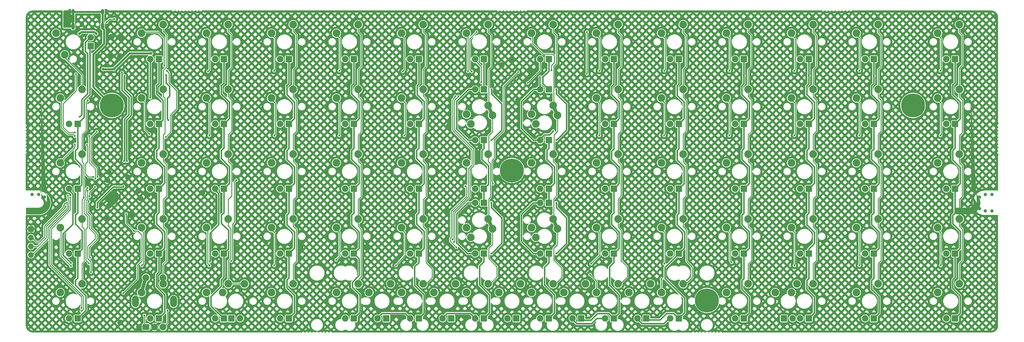
<source format=gbr>
%TF.GenerationSoftware,KiCad,Pcbnew,8.0.3*%
%TF.CreationDate,2024-07-06T09:07:13+02:00*%
%TF.ProjectId,0x42_panel,30783432-5f70-4616-9e65-6c2e6b696361,2.1*%
%TF.SameCoordinates,Original*%
%TF.FileFunction,Copper,L1,Top*%
%TF.FilePolarity,Positive*%
%FSLAX46Y46*%
G04 Gerber Fmt 4.6, Leading zero omitted, Abs format (unit mm)*
G04 Created by KiCad (PCBNEW 8.0.3) date 2024-07-06 09:07:13*
%MOMM*%
%LPD*%
G01*
G04 APERTURE LIST*
G04 Aperture macros list*
%AMRoundRect*
0 Rectangle with rounded corners*
0 $1 Rounding radius*
0 $2 $3 $4 $5 $6 $7 $8 $9 X,Y pos of 4 corners*
0 Add a 4 corners polygon primitive as box body*
4,1,4,$2,$3,$4,$5,$6,$7,$8,$9,$2,$3,0*
0 Add four circle primitives for the rounded corners*
1,1,$1+$1,$2,$3*
1,1,$1+$1,$4,$5*
1,1,$1+$1,$6,$7*
1,1,$1+$1,$8,$9*
0 Add four rect primitives between the rounded corners*
20,1,$1+$1,$2,$3,$4,$5,0*
20,1,$1+$1,$4,$5,$6,$7,0*
20,1,$1+$1,$6,$7,$8,$9,0*
20,1,$1+$1,$8,$9,$2,$3,0*%
%AMFreePoly0*
4,1,56,-2.044603,3.381374,-1.693100,3.325702,-1.349342,3.233592,-1.017095,3.106055,-0.700000,2.944486,-0.401530,2.750658,-0.124956,2.526692,0.126692,2.275044,0.350658,1.998470,0.544486,1.700000,0.706055,1.382905,0.833592,1.050658,0.925702,0.706900,0.981374,0.355397,1.000000,0.000000,0.981374,-0.355397,0.925702,-0.706900,0.833592,-1.050658,0.706055,-1.382905,0.544486,-1.700000,
0.350658,-1.998470,0.126692,-2.275044,-0.124956,-2.526692,-0.401530,-2.750658,-0.700000,-2.944486,-1.017095,-3.106055,-1.349342,-3.233592,-1.693100,-3.325702,-2.044603,-3.381374,-2.400000,-3.400000,-6.200000,-3.400000,-6.200000,-1.400000,-2.289818,-1.400000,-2.072166,-1.365527,-1.862587,-1.297431,-1.666240,-1.197387,-1.487961,-1.067860,-1.332140,-0.912039,-1.202613,-0.733760,-1.102569,-0.537413,
-1.034473,-0.327834,-1.000000,-0.110182,-1.000000,0.110182,-1.034473,0.327834,-1.102569,0.537413,-1.202613,0.733760,-1.332140,0.912039,-1.487961,1.067860,-1.666240,1.197387,-1.862587,1.297431,-2.072166,1.365527,-2.289818,1.400000,-6.200000,1.400000,-6.200000,3.400000,-2.400000,3.400000,-2.044603,3.381374,-2.044603,3.381374,$1*%
G04 Aperture macros list end*
%TA.AperFunction,ComponentPad*%
%ADD10C,2.250000*%
%TD*%
%TA.AperFunction,ComponentPad*%
%ADD11C,1.905000*%
%TD*%
%TA.AperFunction,ComponentPad*%
%ADD12RoundRect,0.285750X-0.666750X-0.666750X0.666750X-0.666750X0.666750X0.666750X-0.666750X0.666750X0*%
%TD*%
%TA.AperFunction,ComponentPad*%
%ADD13RoundRect,0.285750X0.666750X0.666750X-0.666750X0.666750X-0.666750X-0.666750X0.666750X-0.666750X0*%
%TD*%
%TA.AperFunction,ComponentPad*%
%ADD14C,1.000000*%
%TD*%
%TA.AperFunction,ComponentPad*%
%ADD15FreePoly0,0.000000*%
%TD*%
%TA.AperFunction,ComponentPad*%
%ADD16C,7.000000*%
%TD*%
%TA.AperFunction,ComponentPad*%
%ADD17FreePoly0,180.000000*%
%TD*%
%TA.AperFunction,ComponentPad*%
%ADD18RoundRect,0.285750X0.666750X-0.666750X0.666750X0.666750X-0.666750X0.666750X-0.666750X-0.666750X0*%
%TD*%
%TA.AperFunction,ComponentPad*%
%ADD19RoundRect,0.255000X0.745000X-0.595000X0.745000X0.595000X-0.745000X0.595000X-0.745000X-0.595000X0*%
%TD*%
%TA.AperFunction,ComponentPad*%
%ADD20C,2.000000*%
%TD*%
%TA.AperFunction,ComponentPad*%
%ADD21O,2.000000X3.400000*%
%TD*%
%TA.AperFunction,ComponentPad*%
%ADD22O,1.000000X1.600000*%
%TD*%
%TA.AperFunction,ComponentPad*%
%ADD23O,1.000000X2.100000*%
%TD*%
%TA.AperFunction,ComponentPad*%
%ADD24RoundRect,0.255000X0.595000X0.595000X-0.595000X0.595000X-0.595000X-0.595000X0.595000X-0.595000X0*%
%TD*%
%TA.AperFunction,ComponentPad*%
%ADD25O,1.700000X1.700000*%
%TD*%
%TA.AperFunction,ViaPad*%
%ADD26C,0.600000*%
%TD*%
%TA.AperFunction,ViaPad*%
%ADD27C,0.800000*%
%TD*%
%TA.AperFunction,Conductor*%
%ADD28C,0.400000*%
%TD*%
%TA.AperFunction,Conductor*%
%ADD29C,0.250000*%
%TD*%
%TA.AperFunction,Conductor*%
%ADD30C,0.600000*%
%TD*%
%TA.AperFunction,Conductor*%
%ADD31C,1.000000*%
%TD*%
%TA.AperFunction,Conductor*%
%ADD32C,0.450000*%
%TD*%
G04 APERTURE END LIST*
D10*
%TO.P,K003,1*%
%TO.N,Board_0-Net-(D003-A)*%
X84415000Y-19560000D03*
%TO.P,K003,2*%
%TO.N,Board_0-Col3*%
X90765000Y-17020000D03*
D11*
%TO.P,K003,3,A*%
%TO.N,Board_0-/Key Matrix/CA1*%
X86955000Y-27180000D03*
D12*
%TO.P,K003,4,K*%
%TO.N,Board_0-/Key Matrix/CA4*%
X89495000Y-27180000D03*
%TD*%
D10*
%TO.P,K006,1*%
%TO.N,Board_0-Net-(D006-A)*%
X141565000Y-19560000D03*
%TO.P,K006,2*%
%TO.N,Board_0-Col6*%
X147915000Y-17020000D03*
D11*
%TO.P,K006,3,A*%
%TO.N,Board_0-/Key Matrix/CA2*%
X144105000Y-27180000D03*
D12*
%TO.P,K006,4,K*%
%TO.N,Board_0-/Key Matrix/CA1*%
X146645000Y-27180000D03*
%TD*%
D10*
%TO.P,Kb408,1*%
%TO.N,Board_0-Net-(D408-A)*%
X170140000Y-95760000D03*
%TO.P,Kb408,2*%
%TO.N,Board_0-Col8*%
X176490000Y-93220000D03*
D11*
%TO.P,Kb408,3,A*%
%TO.N,Board_0-/Key Matrix/CB6*%
X172680000Y-103380000D03*
D12*
%TO.P,Kb408,4,K*%
%TO.N,Board_0-/Key Matrix/CB2*%
X175220000Y-103380000D03*
%TD*%
D10*
%TO.P,Kb406,1*%
%TO.N,Board_0-Net-(D406-A)*%
X151090000Y-95760000D03*
%TO.P,Kb406,2*%
%TO.N,Board_0-Col6*%
X157440000Y-93220000D03*
D11*
%TO.P,Kb406,3,A*%
%TO.N,Board_0-/Key Matrix/CA6*%
X153630000Y-103380000D03*
D12*
%TO.P,Kb406,4,K*%
%TO.N,Board_0-/Key Matrix/CA1*%
X156170000Y-103380000D03*
%TD*%
D10*
%TO.P,K004,1*%
%TO.N,Board_0-Net-(D004-A)*%
X103465000Y-19560000D03*
%TO.P,K004,2*%
%TO.N,Board_0-Col4*%
X109815000Y-17020000D03*
D11*
%TO.P,K004,3,A*%
%TO.N,Board_0-/Key Matrix/CA1*%
X106005000Y-27180000D03*
D12*
%TO.P,K004,4,K*%
%TO.N,Board_0-/Key Matrix/CA3*%
X108545000Y-27180000D03*
%TD*%
D10*
%TO.P,K201,1*%
%TO.N,Board_0-Net-(D201-A)*%
X46315000Y-57660000D03*
%TO.P,K201,2*%
%TO.N,Board_0-Col1*%
X52665000Y-55120000D03*
D11*
%TO.P,K201,3,A*%
%TO.N,Board_0-/Key Matrix/CA3*%
X48855000Y-65280000D03*
D12*
%TO.P,K201,4,K*%
%TO.N,Board_0-/Key Matrix/CA6*%
X51395000Y-65280000D03*
%TD*%
D10*
%TO.P,K210,1*%
%TO.N,Board_0-Net-(D210-A)*%
X217765000Y-57660000D03*
%TO.P,K210,2*%
%TO.N,Board_0-Col10*%
X224115000Y-55120000D03*
D11*
%TO.P,K210,3,A*%
%TO.N,Board_0-/Key Matrix/CB3*%
X220305000Y-65280000D03*
D12*
%TO.P,K210,4,K*%
%TO.N,Board_0-/Key Matrix/CB4*%
X222845000Y-65280000D03*
%TD*%
D10*
%TO.P,K401,1*%
%TO.N,Board_0-Net-(D401-A)*%
X46315000Y-95760000D03*
%TO.P,K401,2*%
%TO.N,Board_0-Col1*%
X52665000Y-93220000D03*
D11*
%TO.P,K401,3,A*%
%TO.N,Board_0-/Key Matrix/CA5*%
X48855000Y-103380000D03*
D12*
%TO.P,K401,4,K*%
%TO.N,Board_0-/Key Matrix/CA6*%
X51395000Y-103380000D03*
%TD*%
D10*
%TO.P,K402,1*%
%TO.N,Board_0-Net-(D402-A)*%
X65365000Y-95760000D03*
%TO.P,K402,2*%
%TO.N,Board_0-Col2*%
X71715000Y-93220000D03*
D11*
%TO.P,K402,3,A*%
%TO.N,Board_0-/Key Matrix/CA6*%
X67905000Y-103380000D03*
D12*
%TO.P,K402,4,K*%
%TO.N,Board_0-/Key Matrix/CA5*%
X70445000Y-103380000D03*
%TD*%
D10*
%TO.P,K411,1*%
%TO.N,Board_0-Net-(D411-A)*%
X236815000Y-95760000D03*
%TO.P,K411,2*%
%TO.N,Board_0-Col11*%
X243165000Y-93220000D03*
D11*
%TO.P,K411,3,A*%
%TO.N,Board_0-/Key Matrix/CB6*%
X239355000Y-103380000D03*
D12*
%TO.P,K411,4,K*%
%TO.N,Board_0-/Key Matrix/CB5*%
X241895000Y-103380000D03*
%TD*%
D10*
%TO.P,K200,1*%
%TO.N,Board_0-Net-(D200-A)*%
X22502500Y-57660000D03*
%TO.P,K200,2*%
%TO.N,Board_0-Col0*%
X28852500Y-55120000D03*
D11*
%TO.P,K200,3,A*%
%TO.N,Board_0-/Key Matrix/CA3*%
X25042500Y-65280000D03*
D12*
%TO.P,K200,4,K*%
%TO.N,Board_0-/Key Matrix/CA7*%
X27582500Y-65280000D03*
%TD*%
D10*
%TO.P,K307,1*%
%TO.N,Board_0-Net-(D307-A)*%
X160615000Y-76710000D03*
%TO.P,K307,2*%
%TO.N,Board_0-Col7*%
X166965000Y-74170000D03*
D11*
%TO.P,K307,3,A*%
%TO.N,Board_0-/Key Matrix/CB5*%
X163155000Y-84330000D03*
D12*
%TO.P,K307,4,K*%
%TO.N,Board_0-/Key Matrix/CB1*%
X165695000Y-84330000D03*
%TD*%
D10*
%TO.P,Kb306,1*%
%TO.N,Board_0-Net-(D306-A)*%
X142835000Y-79567500D03*
%TO.P,Kb306,2*%
%TO.N,Board_0-Col6*%
X149185000Y-77027500D03*
D11*
%TO.P,Kb306,3,A*%
%TO.N,Board_0-/Key Matrix/CA5*%
X144105000Y-69407500D03*
D13*
%TO.P,Kb306,4,K*%
%TO.N,Board_0-/Key Matrix/CA1*%
X146645000Y-69407500D03*
%TD*%
D10*
%TO.P,K009,1*%
%TO.N,Board_0-Net-(D009-A)*%
X198715000Y-19560000D03*
%TO.P,K009,2*%
%TO.N,Board_0-Col9*%
X205065000Y-17020000D03*
D11*
%TO.P,K009,3,A*%
%TO.N,Board_0-/Key Matrix/CB1*%
X201255000Y-27180000D03*
D12*
%TO.P,K009,4,K*%
%TO.N,Board_0-/Key Matrix/CB3*%
X203795000Y-27180000D03*
%TD*%
D10*
%TO.P,K409,1*%
%TO.N,Board_0-Net-(D409-A)*%
X198715000Y-95760000D03*
%TO.P,K409,2*%
%TO.N,Board_0-Col9*%
X205065000Y-93220000D03*
D11*
%TO.P,K409,3,A*%
%TO.N,Board_0-/Key Matrix/CB6*%
X201255000Y-103380000D03*
D12*
%TO.P,K409,4,K*%
%TO.N,Board_0-/Key Matrix/CB3*%
X203795000Y-103380000D03*
%TD*%
D14*
%TO.P,BRD0,0*%
%TO.N,N/C*%
X14200000Y-67000000D03*
X14200000Y-71800000D03*
X16200000Y-67000000D03*
X16200000Y-71800000D03*
X17900000Y-67700000D03*
X17900000Y-71100000D03*
D15*
X18600000Y-69400000D03*
D14*
X153700000Y-57600000D03*
X153700000Y-62200000D03*
X154900000Y-57600000D03*
D16*
X154900000Y-59900000D03*
D14*
X154900000Y-62200000D03*
X156100000Y-57600000D03*
X156100000Y-62200000D03*
X210850000Y-95800000D03*
X210850000Y-100400000D03*
X212050000Y-95800000D03*
D16*
X212050000Y-98100000D03*
D14*
X212050000Y-100400000D03*
X213250000Y-95800000D03*
X213250000Y-100400000D03*
X271250000Y-38500000D03*
X271250000Y-43100000D03*
X272450000Y-38500000D03*
D16*
X272450000Y-40800000D03*
D14*
X272450000Y-43100000D03*
X273650000Y-38483000D03*
X273650000Y-43100000D03*
D17*
X291200000Y-69400000D03*
D14*
X291900000Y-67700000D03*
X291900000Y-71100000D03*
X293600000Y-67000000D03*
X293600000Y-71800000D03*
X295600000Y-67000000D03*
X295600000Y-71800000D03*
%TO.P,BRD0,1,Shield*%
%TO.N,Board_0-Shield*%
X35300000Y-40800000D03*
X35973654Y-39173654D03*
X35973654Y-42426346D03*
X37600000Y-38500000D03*
D16*
X37600000Y-40800000D03*
D14*
X37600000Y-43100000D03*
X39226346Y-39173654D03*
X39226346Y-42426346D03*
X39900000Y-40800000D03*
%TD*%
D10*
%TO.P,K408,1*%
%TO.N,Board_0-Net-(D408-A)*%
X179665000Y-95760000D03*
%TO.P,K408,2*%
%TO.N,Board_0-Col8*%
X186015000Y-93220000D03*
D11*
%TO.P,K408,3,A*%
%TO.N,Board_0-/Key Matrix/CB6*%
X182205000Y-103380000D03*
D12*
%TO.P,K408,4,K*%
%TO.N,Board_0-/Key Matrix/CB2*%
X184745000Y-103380000D03*
%TD*%
D10*
%TO.P,K300,1*%
%TO.N,Board_0-Net-(D300-A)*%
X22502500Y-76710000D03*
%TO.P,K300,2*%
%TO.N,Board_0-Col0*%
X28852500Y-74170000D03*
D11*
%TO.P,K300,3,A*%
%TO.N,Board_0-/Key Matrix/CA4*%
X25042500Y-84330000D03*
D12*
%TO.P,K300,4,K*%
%TO.N,Board_0-/Key Matrix/CA7*%
X27582500Y-84330000D03*
%TD*%
D10*
%TO.P,Kb409,1*%
%TO.N,Board_0-Net-(D409-A)*%
X189190000Y-95760000D03*
%TO.P,Kb409,2*%
%TO.N,Board_0-Col9*%
X195540000Y-93220000D03*
D11*
%TO.P,Kb409,3,A*%
%TO.N,Board_0-/Key Matrix/CB6*%
X191730000Y-103380000D03*
D12*
%TO.P,Kb409,4,K*%
%TO.N,Board_0-/Key Matrix/CB3*%
X194270000Y-103380000D03*
%TD*%
D10*
%TO.P,K000,1*%
%TO.N,Board_0-Net-(D000-A)*%
X21232500Y-19560000D03*
%TO.P,K000,2*%
%TO.N,Board_0-Col0*%
X23772500Y-25910000D03*
D11*
%TO.P,K000,3,A*%
%TO.N,Board_0-/Key Matrix/CA1*%
X31392500Y-20830000D03*
D18*
%TO.P,K000,4,K*%
%TO.N,Board_0-/Key Matrix/CA7*%
X31392500Y-23370000D03*
%TD*%
D10*
%TO.P,K212,1*%
%TO.N,Board_0-Net-(D212-A)*%
X255865000Y-57660000D03*
%TO.P,K212,2*%
%TO.N,Board_0-Col12*%
X262215000Y-55120000D03*
D11*
%TO.P,K212,3,A*%
%TO.N,Board_0-/Key Matrix/CB3*%
X258405000Y-65280000D03*
D12*
%TO.P,K212,4,K*%
%TO.N,Board_0-/Key Matrix/CB6*%
X260945000Y-65280000D03*
%TD*%
D10*
%TO.P,K301,1*%
%TO.N,Board_0-Net-(D301-A)*%
X46315000Y-76710000D03*
%TO.P,K301,2*%
%TO.N,Board_0-Col1*%
X52665000Y-74170000D03*
D11*
%TO.P,K301,3,A*%
%TO.N,Board_0-/Key Matrix/CA4*%
X48855000Y-84330000D03*
D12*
%TO.P,K301,4,K*%
%TO.N,Board_0-/Key Matrix/CA6*%
X51395000Y-84330000D03*
%TD*%
D10*
%TO.P,K403,1*%
%TO.N,Board_0-Net-(D403-A)*%
X84415000Y-95760000D03*
%TO.P,K403,2*%
%TO.N,Board_0-Col3*%
X90765000Y-93220000D03*
D11*
%TO.P,K403,3,A*%
%TO.N,Board_0-/Key Matrix/CA6*%
X86955000Y-103380000D03*
D12*
%TO.P,K403,4,K*%
%TO.N,Board_0-/Key Matrix/CA4*%
X89495000Y-103380000D03*
%TD*%
D10*
%TO.P,K412,1*%
%TO.N,Board_0-Net-(D412-A)*%
X255865000Y-95760000D03*
%TO.P,K412,2*%
%TO.N,Board_0-Col12*%
X262215000Y-93220000D03*
D11*
%TO.P,K412,3,A*%
%TO.N,Board_0-/Key Matrix/CB5*%
X258405000Y-103380000D03*
D12*
%TO.P,K412,4,K*%
%TO.N,Board_0-/Key Matrix/CB6*%
X260945000Y-103380000D03*
%TD*%
D10*
%TO.P,K308,1*%
%TO.N,Board_0-Net-(D308-A)*%
X179665000Y-76710000D03*
%TO.P,K308,2*%
%TO.N,Board_0-Col8*%
X186015000Y-74170000D03*
D11*
%TO.P,K308,3,A*%
%TO.N,Board_0-/Key Matrix/CB5*%
X182205000Y-84330000D03*
D12*
%TO.P,K308,4,K*%
%TO.N,Board_0-/Key Matrix/CB2*%
X184745000Y-84330000D03*
%TD*%
D10*
%TO.P,K400,1*%
%TO.N,Board_0-Net-(D400-A)*%
X22502500Y-95760000D03*
%TO.P,K400,2*%
%TO.N,Board_0-Col0*%
X28852500Y-93220000D03*
D11*
%TO.P,K400,3,A*%
%TO.N,Board_0-/Key Matrix/CA5*%
X25042500Y-103380000D03*
D12*
%TO.P,K400,4,K*%
%TO.N,Board_0-/Key Matrix/CA7*%
X27582500Y-103380000D03*
%TD*%
D10*
%TO.P,K211,1*%
%TO.N,Board_0-Net-(D211-A)*%
X236815000Y-57660000D03*
%TO.P,K211,2*%
%TO.N,Board_0-Col11*%
X243165000Y-55120000D03*
D11*
%TO.P,K211,3,A*%
%TO.N,Board_0-/Key Matrix/CB3*%
X239355000Y-65280000D03*
D12*
%TO.P,K211,4,K*%
%TO.N,Board_0-/Key Matrix/CB5*%
X241895000Y-65280000D03*
%TD*%
D10*
%TO.P,K102,1*%
%TO.N,Board_0-Net-(D102-A)*%
X65365000Y-38610000D03*
%TO.P,K102,2*%
%TO.N,Board_0-Col2*%
X71715000Y-36070000D03*
D11*
%TO.P,K102,3,A*%
%TO.N,Board_0-/Key Matrix/CA2*%
X67905000Y-46230000D03*
D12*
%TO.P,K102,4,K*%
%TO.N,Board_0-/Key Matrix/CA5*%
X70445000Y-46230000D03*
%TD*%
D10*
%TO.P,K103,1*%
%TO.N,Board_0-Net-(D103-A)*%
X84415000Y-38610000D03*
%TO.P,K103,2*%
%TO.N,Board_0-Col3*%
X90765000Y-36070000D03*
D11*
%TO.P,K103,3,A*%
%TO.N,Board_0-/Key Matrix/CA2*%
X86955000Y-46230000D03*
D12*
%TO.P,K103,4,K*%
%TO.N,Board_0-/Key Matrix/CA4*%
X89495000Y-46230000D03*
%TD*%
D10*
%TO.P,K407,1*%
%TO.N,Board_0-Net-(D407-A)*%
X160615000Y-95760000D03*
%TO.P,K407,2*%
%TO.N,Board_0-Col7*%
X166965000Y-93220000D03*
D11*
%TO.P,K407,3,A*%
%TO.N,Board_0-/Key Matrix/CB6*%
X163155000Y-103380000D03*
D12*
%TO.P,K407,4,K*%
%TO.N,Board_0-/Key Matrix/CB1*%
X165695000Y-103380000D03*
%TD*%
D10*
%TO.P,K107,1*%
%TO.N,Board_0-Net-(D107-A)*%
X161885000Y-46230000D03*
%TO.P,K107,2*%
%TO.N,Board_0-Col7*%
X168235000Y-43690000D03*
D11*
%TO.P,K107,3,A*%
%TO.N,Board_0-/Key Matrix/CB3*%
X163155000Y-36070000D03*
D13*
%TO.P,K107,4,K*%
%TO.N,Board_0-/Key Matrix/CB1*%
X165695000Y-36070000D03*
%TD*%
D10*
%TO.P,K303,1*%
%TO.N,Board_0-Net-(D303-A)*%
X84415000Y-76710000D03*
%TO.P,K303,2*%
%TO.N,Board_0-Col3*%
X90765000Y-74170000D03*
D11*
%TO.P,K303,3,A*%
%TO.N,Board_0-/Key Matrix/CA5*%
X86955000Y-84330000D03*
D12*
%TO.P,K303,4,K*%
%TO.N,Board_0-/Key Matrix/CA4*%
X89495000Y-84330000D03*
%TD*%
D10*
%TO.P,K310,1*%
%TO.N,Board_0-Net-(D310-A)*%
X217765000Y-76710000D03*
%TO.P,K310,2*%
%TO.N,Board_0-Col10*%
X224115000Y-74170000D03*
D11*
%TO.P,K310,3,A*%
%TO.N,Board_0-/Key Matrix/CB5*%
X220305000Y-84330000D03*
D12*
%TO.P,K310,4,K*%
%TO.N,Board_0-/Key Matrix/CB4*%
X222845000Y-84330000D03*
%TD*%
D10*
%TO.P,K010,1*%
%TO.N,Board_0-Net-(D010-A)*%
X217765000Y-19560000D03*
%TO.P,K010,2*%
%TO.N,Board_0-Col10*%
X224115000Y-17020000D03*
D11*
%TO.P,K010,3,A*%
%TO.N,Board_0-/Key Matrix/CB1*%
X220305000Y-27180000D03*
D12*
%TO.P,K010,4,K*%
%TO.N,Board_0-/Key Matrix/CB4*%
X222845000Y-27180000D03*
%TD*%
D10*
%TO.P,K312,1*%
%TO.N,Board_0-Net-(D312-A)*%
X255865000Y-76710000D03*
%TO.P,K312,2*%
%TO.N,Board_0-Col12*%
X262215000Y-74170000D03*
D11*
%TO.P,K312,3,A*%
%TO.N,Board_0-/Key Matrix/CB4*%
X258405000Y-84330000D03*
D12*
%TO.P,K312,4,K*%
%TO.N,Board_0-/Key Matrix/CB6*%
X260945000Y-84330000D03*
%TD*%
D10*
%TO.P,Kb107,1*%
%TO.N,Board_0-Net-(D107-A)*%
X160615000Y-43372500D03*
%TO.P,Kb107,2*%
%TO.N,Board_0-Col7*%
X166965000Y-40832500D03*
D11*
%TO.P,Kb107,3,A*%
%TO.N,Board_0-/Key Matrix/CB3*%
X163155000Y-50992500D03*
D12*
%TO.P,Kb107,4,K*%
%TO.N,Board_0-/Key Matrix/CB1*%
X165695000Y-50992500D03*
%TD*%
D10*
%TO.P,K305,1*%
%TO.N,Board_0-Net-(D305-A)*%
X122515000Y-76710000D03*
%TO.P,K305,2*%
%TO.N,Board_0-Col5*%
X128865000Y-74170000D03*
D11*
%TO.P,K305,3,A*%
%TO.N,Board_0-/Key Matrix/CA5*%
X125055000Y-84330000D03*
D12*
%TO.P,K305,4,K*%
%TO.N,Board_0-/Key Matrix/CA2*%
X127595000Y-84330000D03*
%TD*%
D10*
%TO.P,K008,1*%
%TO.N,Board_0-Net-(D008-A)*%
X179665000Y-19560000D03*
%TO.P,K008,2*%
%TO.N,Board_0-Col8*%
X186015000Y-17020000D03*
D11*
%TO.P,K008,3,A*%
%TO.N,Board_0-/Key Matrix/CB1*%
X182205000Y-27180000D03*
D12*
%TO.P,K008,4,K*%
%TO.N,Board_0-/Key Matrix/CB2*%
X184745000Y-27180000D03*
%TD*%
D10*
%TO.P,K001,1*%
%TO.N,Board_0-Net-(D001-A)*%
X46315000Y-19560000D03*
%TO.P,K001,2*%
%TO.N,Board_0-Col1*%
X52665000Y-17020000D03*
D11*
%TO.P,K001,3,A*%
%TO.N,Board_0-/Key Matrix/CA1*%
X48855000Y-27180000D03*
D12*
%TO.P,K001,4,K*%
%TO.N,Board_0-/Key Matrix/CA6*%
X51395000Y-27180000D03*
%TD*%
D10*
%TO.P,K410,1*%
%TO.N,Board_0-Net-(D410-A)*%
X217765000Y-95760000D03*
%TO.P,K410,2*%
%TO.N,Board_0-Col10*%
X224115000Y-93220000D03*
D11*
%TO.P,K410,3,A*%
%TO.N,Board_0-/Key Matrix/CB6*%
X220305000Y-103380000D03*
D12*
%TO.P,K410,4,K*%
%TO.N,Board_0-/Key Matrix/CB4*%
X222845000Y-103380000D03*
%TD*%
D10*
%TO.P,K207,1*%
%TO.N,Board_0-Net-(D207-A)*%
X160615000Y-57660000D03*
%TO.P,K207,2*%
%TO.N,Board_0-Col7*%
X166965000Y-55120000D03*
D11*
%TO.P,K207,3,A*%
%TO.N,Board_0-/Key Matrix/CB4*%
X163155000Y-65280000D03*
D12*
%TO.P,K207,4,K*%
%TO.N,Board_0-/Key Matrix/CB1*%
X165695000Y-65280000D03*
%TD*%
D10*
%TO.P,K011,1*%
%TO.N,Board_0-Net-(D011-A)*%
X236815000Y-19560000D03*
%TO.P,K011,2*%
%TO.N,Board_0-Col11*%
X243165000Y-17020000D03*
D11*
%TO.P,K011,3,A*%
%TO.N,Board_0-/Key Matrix/CB1*%
X239355000Y-27180000D03*
D12*
%TO.P,K011,4,K*%
%TO.N,Board_0-/Key Matrix/CB5*%
X241895000Y-27180000D03*
%TD*%
D10*
%TO.P,K110,1*%
%TO.N,Board_0-Net-(D110-A)*%
X217765000Y-38610000D03*
%TO.P,K110,2*%
%TO.N,Board_0-Col10*%
X224115000Y-36070000D03*
D11*
%TO.P,K110,3,A*%
%TO.N,Board_0-/Key Matrix/CB2*%
X220305000Y-46230000D03*
D12*
%TO.P,K110,4,K*%
%TO.N,Board_0-/Key Matrix/CB4*%
X222845000Y-46230000D03*
%TD*%
D10*
%TO.P,K306,1*%
%TO.N,Board_0-Net-(D306-A)*%
X141565000Y-76710000D03*
%TO.P,K306,2*%
%TO.N,Board_0-Col6*%
X147915000Y-74170000D03*
D11*
%TO.P,K306,3,A*%
%TO.N,Board_0-/Key Matrix/CA5*%
X144105000Y-84330000D03*
D12*
%TO.P,K306,4,K*%
%TO.N,Board_0-/Key Matrix/CA1*%
X146645000Y-84330000D03*
%TD*%
D10*
%TO.P,K113,1*%
%TO.N,Board_0-Net-(D113-A)*%
X279677500Y-38610000D03*
%TO.P,K113,2*%
%TO.N,Board_0-Col13*%
X286027500Y-36070000D03*
D11*
%TO.P,K113,3,A*%
%TO.N,Board_0-/Key Matrix/CB2*%
X282217500Y-46230000D03*
D12*
%TO.P,K113,4,K*%
%TO.N,Board_0-/Key Matrix/CB7*%
X284757500Y-46230000D03*
%TD*%
D10*
%TO.P,K309,1*%
%TO.N,Board_0-Net-(D309-A)*%
X198715000Y-76710000D03*
%TO.P,K309,2*%
%TO.N,Board_0-Col9*%
X205065000Y-74170000D03*
D11*
%TO.P,K309,3,A*%
%TO.N,Board_0-/Key Matrix/CB5*%
X201255000Y-84330000D03*
D12*
%TO.P,K309,4,K*%
%TO.N,Board_0-/Key Matrix/CB3*%
X203795000Y-84330000D03*
%TD*%
D10*
%TO.P,K101,1*%
%TO.N,Board_0-Net-(D101-A)*%
X46315000Y-38610000D03*
%TO.P,K101,2*%
%TO.N,Board_0-Col1*%
X52665000Y-36070000D03*
D11*
%TO.P,K101,3,A*%
%TO.N,Board_0-/Key Matrix/CA2*%
X48855000Y-46230000D03*
D12*
%TO.P,K101,4,K*%
%TO.N,Board_0-/Key Matrix/CA6*%
X51395000Y-46230000D03*
%TD*%
D10*
%TO.P,K206,1*%
%TO.N,Board_0-Net-(D206-A)*%
X141565000Y-57660000D03*
%TO.P,K206,2*%
%TO.N,Board_0-Col6*%
X147915000Y-55120000D03*
D11*
%TO.P,K206,3,A*%
%TO.N,Board_0-/Key Matrix/CA4*%
X144105000Y-65280000D03*
D12*
%TO.P,K206,4,K*%
%TO.N,Board_0-/Key Matrix/CA1*%
X146645000Y-65280000D03*
%TD*%
D10*
%TO.P,K013,1*%
%TO.N,Board_0-Net-(D013-A)*%
X279677500Y-19560000D03*
%TO.P,K013,2*%
%TO.N,Board_0-Col13*%
X286027500Y-17020000D03*
D11*
%TO.P,K013,3,A*%
%TO.N,Board_0-/Key Matrix/CB1*%
X282217500Y-27180000D03*
D12*
%TO.P,K013,4,K*%
%TO.N,Board_0-/Key Matrix/CB7*%
X284757500Y-27180000D03*
%TD*%
D10*
%TO.P,K109,1*%
%TO.N,Board_0-Net-(D109-A)*%
X198715000Y-38610000D03*
%TO.P,K109,2*%
%TO.N,Board_0-Col9*%
X205065000Y-36070000D03*
D11*
%TO.P,K109,3,A*%
%TO.N,Board_0-/Key Matrix/CB2*%
X201255000Y-46230000D03*
D12*
%TO.P,K109,4,K*%
%TO.N,Board_0-/Key Matrix/CB3*%
X203795000Y-46230000D03*
%TD*%
D10*
%TO.P,Kb402,1*%
%TO.N,Board_0-Col2*%
X76477500Y-93220000D03*
%TO.P,Kb402,2*%
%TO.N,Board_0-Net-(D402-A)*%
X70127500Y-95760000D03*
D11*
%TO.P,Kb402,3,A*%
%TO.N,Board_0-/Key Matrix/CA6*%
X75207500Y-103380000D03*
D12*
%TO.P,Kb402,4,K*%
%TO.N,Board_0-/Key Matrix/CA5*%
X72667500Y-103380000D03*
%TD*%
D10*
%TO.P,Kb411,1*%
%TO.N,Board_0-Col11*%
X238402500Y-93220000D03*
%TO.P,Kb411,2*%
%TO.N,Board_0-Net-(D411-A)*%
X232052500Y-95760000D03*
D11*
%TO.P,Kb411,3,A*%
%TO.N,Board_0-/Key Matrix/CB6*%
X237132500Y-103380000D03*
D12*
%TO.P,Kb411,4,K*%
%TO.N,Board_0-/Key Matrix/CB5*%
X234592500Y-103380000D03*
%TD*%
D10*
%TO.P,K213,1*%
%TO.N,Board_0-Net-(D213-A)*%
X279677500Y-57660000D03*
%TO.P,K213,2*%
%TO.N,Board_0-Col13*%
X286027500Y-55120000D03*
D11*
%TO.P,K213,3,A*%
%TO.N,Board_0-/Key Matrix/CB3*%
X282217500Y-65280000D03*
D12*
%TO.P,K213,4,K*%
%TO.N,Board_0-/Key Matrix/CB7*%
X284757500Y-65280000D03*
%TD*%
D10*
%TO.P,Kb405,1*%
%TO.N,Board_0-Net-(D405-A)*%
X132040000Y-95760000D03*
%TO.P,Kb405,2*%
%TO.N,Board_0-Col5*%
X138390000Y-93220000D03*
D11*
%TO.P,Kb405,3,A*%
%TO.N,Board_0-/Key Matrix/CA6*%
X134580000Y-103380000D03*
D12*
%TO.P,Kb405,4,K*%
%TO.N,Board_0-/Key Matrix/CA2*%
X137120000Y-103380000D03*
%TD*%
D10*
%TO.P,K111,1*%
%TO.N,Board_0-Net-(D111-A)*%
X236815000Y-38610000D03*
%TO.P,K111,2*%
%TO.N,Board_0-Col11*%
X243165000Y-36070000D03*
D11*
%TO.P,K111,3,A*%
%TO.N,Board_0-/Key Matrix/CB2*%
X239355000Y-46230000D03*
D12*
%TO.P,K111,4,K*%
%TO.N,Board_0-/Key Matrix/CB5*%
X241895000Y-46230000D03*
%TD*%
D10*
%TO.P,K112,1*%
%TO.N,Board_0-Net-(D112-A)*%
X255865000Y-38610000D03*
%TO.P,K112,2*%
%TO.N,Board_0-Col12*%
X262215000Y-36070000D03*
D11*
%TO.P,K112,3,A*%
%TO.N,Board_0-/Key Matrix/CB2*%
X258405000Y-46230000D03*
D12*
%TO.P,K112,4,K*%
%TO.N,Board_0-/Key Matrix/CB6*%
X260945000Y-46230000D03*
%TD*%
D10*
%TO.P,Kb404,1*%
%TO.N,Board_0-Net-(D404-A)*%
X112990000Y-95760000D03*
%TO.P,Kb404,2*%
%TO.N,Board_0-Col4*%
X119340000Y-93220000D03*
D11*
%TO.P,Kb404,3,A*%
%TO.N,Board_0-/Key Matrix/CA6*%
X115530000Y-103380000D03*
D12*
%TO.P,Kb404,4,K*%
%TO.N,Board_0-/Key Matrix/CA3*%
X118070000Y-103380000D03*
%TD*%
D10*
%TO.P,K204,1*%
%TO.N,Board_0-Net-(D204-A)*%
X103465000Y-57660000D03*
%TO.P,K204,2*%
%TO.N,Board_0-Col4*%
X109815000Y-55120000D03*
D11*
%TO.P,K204,3,A*%
%TO.N,Board_0-/Key Matrix/CA4*%
X106005000Y-65280000D03*
D12*
%TO.P,K204,4,K*%
%TO.N,Board_0-/Key Matrix/CA3*%
X108545000Y-65280000D03*
%TD*%
D10*
%TO.P,K100,1*%
%TO.N,Board_0-Net-(D100-A)*%
X22502500Y-38610000D03*
%TO.P,K100,2*%
%TO.N,Board_0-Col0*%
X28852500Y-36070000D03*
D11*
%TO.P,K100,3,A*%
%TO.N,Board_0-/Key Matrix/CA2*%
X25042500Y-46230000D03*
D12*
%TO.P,K100,4,K*%
%TO.N,Board_0-/Key Matrix/CA7*%
X27582500Y-46230000D03*
%TD*%
D10*
%TO.P,K413,1*%
%TO.N,Board_0-Net-(D413-A)*%
X279677500Y-95760000D03*
%TO.P,K413,2*%
%TO.N,Board_0-Col13*%
X286027500Y-93220000D03*
D11*
%TO.P,K413,3,A*%
%TO.N,Board_0-/Key Matrix/CB5*%
X282217500Y-103380000D03*
D12*
%TO.P,K413,4,K*%
%TO.N,Board_0-/Key Matrix/CB7*%
X284757500Y-103380000D03*
%TD*%
D10*
%TO.P,K105,1*%
%TO.N,Board_0-Net-(D105-A)*%
X122515000Y-38610000D03*
%TO.P,K105,2*%
%TO.N,Board_0-Col5*%
X128865000Y-36070000D03*
D11*
%TO.P,K105,3,A*%
%TO.N,Board_0-/Key Matrix/CA3*%
X125055000Y-46230000D03*
D12*
%TO.P,K105,4,K*%
%TO.N,Board_0-/Key Matrix/CA2*%
X127595000Y-46230000D03*
%TD*%
D10*
%TO.P,Kb307,1*%
%TO.N,Board_0-Net-(D307-A)*%
X161885000Y-79567500D03*
%TO.P,Kb307,2*%
%TO.N,Board_0-Col7*%
X168235000Y-77027500D03*
D11*
%TO.P,Kb307,3,A*%
%TO.N,Board_0-/Key Matrix/CB5*%
X163155000Y-69407500D03*
D13*
%TO.P,Kb307,4,K*%
%TO.N,Board_0-/Key Matrix/CB1*%
X165695000Y-69407500D03*
%TD*%
D10*
%TO.P,K007,1*%
%TO.N,Board_0-Net-(D007-A)*%
X160615000Y-19560000D03*
%TO.P,K007,2*%
%TO.N,Board_0-Col7*%
X166965000Y-17020000D03*
D11*
%TO.P,K007,3,A*%
%TO.N,Board_0-/Key Matrix/CB2*%
X163155000Y-27180000D03*
D12*
%TO.P,K007,4,K*%
%TO.N,Board_0-/Key Matrix/CB1*%
X165695000Y-27180000D03*
%TD*%
D10*
%TO.P,Kb106,1*%
%TO.N,Board_0-Net-(D106-A)*%
X141565000Y-43372500D03*
%TO.P,Kb106,2*%
%TO.N,Board_0-Col6*%
X147915000Y-40832500D03*
D11*
%TO.P,Kb106,3,A*%
%TO.N,Board_0-/Key Matrix/CA3*%
X144105000Y-50992500D03*
D12*
%TO.P,Kb106,4,K*%
%TO.N,Board_0-/Key Matrix/CA1*%
X146645000Y-50992500D03*
%TD*%
D10*
%TO.P,K404,1*%
%TO.N,Board_0-Net-(D404-A)*%
X103465000Y-95760000D03*
%TO.P,K404,2*%
%TO.N,Board_0-Col4*%
X109815000Y-93220000D03*
D11*
%TO.P,K404,3,A*%
%TO.N,Board_0-/Key Matrix/CA6*%
X106005000Y-103380000D03*
D12*
%TO.P,K404,4,K*%
%TO.N,Board_0-/Key Matrix/CA3*%
X108545000Y-103380000D03*
%TD*%
D10*
%TO.P,K304,1*%
%TO.N,Board_0-Net-(D304-A)*%
X103465000Y-76710000D03*
%TO.P,K304,2*%
%TO.N,Board_0-Col4*%
X109815000Y-74170000D03*
D11*
%TO.P,K304,3,A*%
%TO.N,Board_0-/Key Matrix/CA5*%
X106005000Y-84330000D03*
D12*
%TO.P,K304,4,K*%
%TO.N,Board_0-/Key Matrix/CA3*%
X108545000Y-84330000D03*
%TD*%
D19*
%TO.P,Enc0,A,A*%
%TO.N,Board_0-Enc_A*%
X47625000Y-105900000D03*
D20*
%TO.P,Enc0,B,B*%
%TO.N,Board_0-Enc_B*%
X52625000Y-105900000D03*
%TO.P,Enc0,C,C*%
%TO.N,Board_0-GND*%
X50125000Y-105900000D03*
D21*
%TO.P,Enc0,MP*%
%TO.N,N/C*%
X44525000Y-98400000D03*
X55725000Y-98400000D03*
D20*
%TO.P,Enc0,S1,S1*%
%TO.N,Board_0-Col1*%
X52625000Y-91400000D03*
%TO.P,Enc0,S2,S2*%
%TO.N,Board_0-Net-(D401-A)*%
X47625000Y-91400000D03*
%TD*%
D10*
%TO.P,K311,1*%
%TO.N,Board_0-Net-(D311-A)*%
X236815000Y-76710000D03*
%TO.P,K311,2*%
%TO.N,Board_0-Col11*%
X243165000Y-74170000D03*
D11*
%TO.P,K311,3,A*%
%TO.N,Board_0-/Key Matrix/CB4*%
X239355000Y-84330000D03*
D12*
%TO.P,K311,4,K*%
%TO.N,Board_0-/Key Matrix/CB5*%
X241895000Y-84330000D03*
%TD*%
D10*
%TO.P,K205,1*%
%TO.N,Board_0-Net-(D205-A)*%
X122515000Y-57660000D03*
%TO.P,K205,2*%
%TO.N,Board_0-Col5*%
X128865000Y-55120000D03*
D11*
%TO.P,K205,3,A*%
%TO.N,Board_0-/Key Matrix/CA4*%
X125055000Y-65280000D03*
D12*
%TO.P,K205,4,K*%
%TO.N,Board_0-/Key Matrix/CA2*%
X127595000Y-65280000D03*
%TD*%
D10*
%TO.P,K313,1*%
%TO.N,Board_0-Net-(D313-A)*%
X279677500Y-76710000D03*
%TO.P,K313,2*%
%TO.N,Board_0-Col13*%
X286027500Y-74170000D03*
D11*
%TO.P,K313,3,A*%
%TO.N,Board_0-/Key Matrix/CB4*%
X282217500Y-84330000D03*
D12*
%TO.P,K313,4,K*%
%TO.N,Board_0-/Key Matrix/CB7*%
X284757500Y-84330000D03*
%TD*%
D10*
%TO.P,K209,1*%
%TO.N,Board_0-Net-(D209-A)*%
X198715000Y-57660000D03*
%TO.P,K209,2*%
%TO.N,Board_0-Col9*%
X205065000Y-55120000D03*
D11*
%TO.P,K209,3,A*%
%TO.N,Board_0-/Key Matrix/CB4*%
X201255000Y-65280000D03*
D12*
%TO.P,K209,4,K*%
%TO.N,Board_0-/Key Matrix/CB3*%
X203795000Y-65280000D03*
%TD*%
D10*
%TO.P,K208,1*%
%TO.N,Board_0-Net-(D208-A)*%
X179665000Y-57660000D03*
%TO.P,K208,2*%
%TO.N,Board_0-Col8*%
X186015000Y-55120000D03*
D11*
%TO.P,K208,3,A*%
%TO.N,Board_0-/Key Matrix/CB4*%
X182205000Y-65280000D03*
D12*
%TO.P,K208,4,K*%
%TO.N,Board_0-/Key Matrix/CB2*%
X184745000Y-65280000D03*
%TD*%
D10*
%TO.P,K104,1*%
%TO.N,Board_0-Net-(D104-A)*%
X103465000Y-38610000D03*
%TO.P,K104,2*%
%TO.N,Board_0-Col4*%
X109815000Y-36070000D03*
D11*
%TO.P,K104,3,A*%
%TO.N,Board_0-/Key Matrix/CA2*%
X106005000Y-46230000D03*
D12*
%TO.P,K104,4,K*%
%TO.N,Board_0-/Key Matrix/CA3*%
X108545000Y-46230000D03*
%TD*%
D10*
%TO.P,K108,1*%
%TO.N,Board_0-Net-(D108-A)*%
X179665000Y-38610000D03*
%TO.P,K108,2*%
%TO.N,Board_0-Col8*%
X186015000Y-36070000D03*
D11*
%TO.P,K108,3,A*%
%TO.N,Board_0-/Key Matrix/CB3*%
X182205000Y-46230000D03*
D12*
%TO.P,K108,4,K*%
%TO.N,Board_0-/Key Matrix/CB2*%
X184745000Y-46230000D03*
%TD*%
D10*
%TO.P,K002,1*%
%TO.N,Board_0-Net-(D002-A)*%
X65365000Y-19560000D03*
%TO.P,K002,2*%
%TO.N,Board_0-Col2*%
X71715000Y-17020000D03*
D11*
%TO.P,K002,3,A*%
%TO.N,Board_0-/Key Matrix/CA1*%
X67905000Y-27180000D03*
D12*
%TO.P,K002,4,K*%
%TO.N,Board_0-/Key Matrix/CA5*%
X70445000Y-27180000D03*
%TD*%
D10*
%TO.P,K202,1*%
%TO.N,Board_0-Net-(D202-A)*%
X65365000Y-57660000D03*
%TO.P,K202,2*%
%TO.N,Board_0-Col2*%
X71715000Y-55120000D03*
D11*
%TO.P,K202,3,A*%
%TO.N,Board_0-/Key Matrix/CA3*%
X67905000Y-65280000D03*
D12*
%TO.P,K202,4,K*%
%TO.N,Board_0-/Key Matrix/CA5*%
X70445000Y-65280000D03*
%TD*%
D10*
%TO.P,K406,1*%
%TO.N,Board_0-Net-(D406-A)*%
X141565000Y-95760000D03*
%TO.P,K406,2*%
%TO.N,Board_0-Col6*%
X147915000Y-93220000D03*
D11*
%TO.P,K406,3,A*%
%TO.N,Board_0-/Key Matrix/CA6*%
X144105000Y-103380000D03*
D12*
%TO.P,K406,4,K*%
%TO.N,Board_0-/Key Matrix/CA1*%
X146645000Y-103380000D03*
%TD*%
D10*
%TO.P,K203,1*%
%TO.N,Board_0-Net-(D203-A)*%
X84415000Y-57660000D03*
%TO.P,K203,2*%
%TO.N,Board_0-Col3*%
X90765000Y-55120000D03*
D11*
%TO.P,K203,3,A*%
%TO.N,Board_0-/Key Matrix/CA3*%
X86955000Y-65280000D03*
D12*
%TO.P,K203,4,K*%
%TO.N,Board_0-/Key Matrix/CA4*%
X89495000Y-65280000D03*
%TD*%
D10*
%TO.P,K302,1*%
%TO.N,Board_0-Net-(D302-A)*%
X65365000Y-76710000D03*
%TO.P,K302,2*%
%TO.N,Board_0-Col2*%
X71715000Y-74170000D03*
D11*
%TO.P,K302,3,A*%
%TO.N,Board_0-/Key Matrix/CA4*%
X67905000Y-84330000D03*
D12*
%TO.P,K302,4,K*%
%TO.N,Board_0-/Key Matrix/CA5*%
X70445000Y-84330000D03*
%TD*%
D10*
%TO.P,K106,1*%
%TO.N,Board_0-Net-(D106-A)*%
X142835000Y-46230000D03*
%TO.P,K106,2*%
%TO.N,Board_0-Col6*%
X149185000Y-43690000D03*
D11*
%TO.P,K106,3,A*%
%TO.N,Board_0-/Key Matrix/CA3*%
X144105000Y-36070000D03*
D13*
%TO.P,K106,4,K*%
%TO.N,Board_0-/Key Matrix/CA1*%
X146645000Y-36070000D03*
%TD*%
D10*
%TO.P,K005,1*%
%TO.N,Board_0-Net-(D005-A)*%
X122515000Y-19560000D03*
%TO.P,K005,2*%
%TO.N,Board_0-Col5*%
X128865000Y-17020000D03*
D11*
%TO.P,K005,3,A*%
%TO.N,Board_0-/Key Matrix/CA1*%
X125055000Y-27180000D03*
D12*
%TO.P,K005,4,K*%
%TO.N,Board_0-/Key Matrix/CA2*%
X127595000Y-27180000D03*
%TD*%
D10*
%TO.P,K405,1*%
%TO.N,Board_0-Net-(D405-A)*%
X122515000Y-95760000D03*
%TO.P,K405,2*%
%TO.N,Board_0-Col5*%
X128865000Y-93220000D03*
D11*
%TO.P,K405,3,A*%
%TO.N,Board_0-/Key Matrix/CA6*%
X125055000Y-103380000D03*
D12*
%TO.P,K405,4,K*%
%TO.N,Board_0-/Key Matrix/CA2*%
X127595000Y-103380000D03*
%TD*%
D10*
%TO.P,K012,1*%
%TO.N,Board_0-Net-(D012-A)*%
X255865000Y-19560000D03*
%TO.P,K012,2*%
%TO.N,Board_0-Col12*%
X262215000Y-17020000D03*
D11*
%TO.P,K012,3,A*%
%TO.N,Board_0-/Key Matrix/CB1*%
X258405000Y-27180000D03*
D12*
%TO.P,K012,4,K*%
%TO.N,Board_0-/Key Matrix/CB6*%
X260945000Y-27180000D03*
%TD*%
D22*
%TO.P,J1,S1,SHIELD*%
%TO.N,Board_0-Shield*%
X26247000Y-13303000D03*
D23*
X26247000Y-17483000D03*
D22*
X34887000Y-13303000D03*
D23*
X34887000Y-17483000D03*
%TD*%
D24*
%TO.P,J3,1,Pin_1*%
%TO.N,Board_0-GND*%
X13900000Y-77100000D03*
D25*
%TO.P,J3,2,Pin_2*%
%TO.N,Board_0-SWDIO*%
X13900000Y-79640000D03*
%TO.P,J3,3,Pin_3*%
%TO.N,Board_0-SWDCLK*%
X13900000Y-82180000D03*
%TO.P,J3,4,Pin_4*%
%TO.N,Board_0-/~{RESET}*%
X13900000Y-84720000D03*
%TD*%
D26*
%TO.N,Board_0-+1V1*%
X38550000Y-64750000D03*
X33350000Y-70800000D03*
X41050000Y-64600000D03*
%TO.N,Board_0-+3.3V*%
X41800000Y-72700000D03*
X32700000Y-64750000D03*
X31100000Y-67450000D03*
X44150000Y-77700000D03*
X41000000Y-95900000D03*
D27*
%TO.N,Board_0-+5V*%
X49100000Y-25500000D03*
X38200000Y-30100000D03*
X35100000Y-30100000D03*
D26*
%TO.N,Board_0-/Key Matrix/CA1*%
X28200000Y-44100000D03*
X48855000Y-38545000D03*
X148850000Y-69407500D03*
X148892500Y-50992500D03*
X148900000Y-36070000D03*
X148870000Y-84330000D03*
%TO.N,Board_0-/Key Matrix/CA2*%
X145900000Y-34050000D03*
%TO.N,Board_0-/Key Matrix/CA3*%
X66350000Y-86650000D03*
X25700000Y-87150000D03*
X138700000Y-47700000D03*
%TO.N,Board_0-/Key Matrix/CA4*%
X88900000Y-34950000D03*
%TO.N,Board_0-/Key Matrix/CA5*%
X138700000Y-81200000D03*
X69700000Y-35000000D03*
%TO.N,Board_0-/Key Matrix/CA6*%
X50700000Y-35000000D03*
%TO.N,Board_0-/Key Matrix/CA7*%
X54200000Y-45100000D03*
X53500000Y-31800000D03*
%TO.N,Board_0-/Key Matrix/CB1*%
X163950000Y-32450000D03*
X167900000Y-36070000D03*
X167900000Y-84330000D03*
X167900000Y-69407500D03*
X167900000Y-50992500D03*
%TO.N,Board_0-/Key Matrix/CB2*%
X159500000Y-34200000D03*
%TO.N,Board_0-/Key Matrix/CB3*%
X167000000Y-48300000D03*
X163100000Y-32450000D03*
%TO.N,Board_0-/Key Matrix/CB4*%
X222845000Y-32025010D03*
%TO.N,Board_0-/Key Matrix/CB5*%
X241895000Y-32005000D03*
%TO.N,Board_0-/Key Matrix/CB6*%
X260945000Y-32005000D03*
%TO.N,Board_0-/Key Matrix/CB7*%
X284100000Y-34800000D03*
%TO.N,Board_0-/~{RESET}*%
X72600000Y-86500000D03*
X74100000Y-62750000D03*
X24500000Y-69300000D03*
%TO.N,Board_0-Col0*%
X30600000Y-39300000D03*
X29350000Y-67850000D03*
%TO.N,Board_0-D+*%
X41300000Y-32100000D03*
X42100000Y-57150000D03*
%TO.N,Board_0-D-*%
X40600000Y-31100000D03*
X41150000Y-57150000D03*
%TO.N,Board_0-EncOut_A*%
X25400000Y-67900000D03*
X28700000Y-101200000D03*
%TO.N,Board_0-EncOut_B*%
X24700000Y-67300000D03*
X28700000Y-100300000D03*
%TO.N,Board_0-Enc_A*%
X47200000Y-102500000D03*
%TO.N,Board_0-Enc_B*%
X53900000Y-101100000D03*
%TO.N,Board_0-GND*%
X156700000Y-39300000D03*
D27*
X26300000Y-19400000D03*
D26*
X106900000Y-34600000D03*
X69300000Y-33600000D03*
X87900000Y-73200000D03*
X151700000Y-38500000D03*
X40000000Y-26300000D03*
X125500000Y-72400000D03*
X36150000Y-73700000D03*
X140900000Y-71800000D03*
X42300000Y-61900000D03*
X40600000Y-45750000D03*
X92900000Y-82400000D03*
X36300000Y-62700000D03*
X48200000Y-66950000D03*
X37900000Y-66200000D03*
X37500000Y-26300000D03*
X36750000Y-70250000D03*
X37900000Y-69200000D03*
X141200000Y-63500000D03*
X55300000Y-33600000D03*
X140100000Y-39600000D03*
X40600000Y-48450000D03*
X38650000Y-68450000D03*
X39400000Y-67700000D03*
X42650000Y-48450000D03*
X85400000Y-64450000D03*
X36700000Y-60350000D03*
X126100000Y-34600000D03*
X140800000Y-66100000D03*
X28650000Y-16950000D03*
X74300000Y-83000000D03*
X148900000Y-34800000D03*
X136100000Y-71800000D03*
X88100000Y-34200000D03*
X154700000Y-27500000D03*
X42650000Y-45750000D03*
X26150000Y-88800000D03*
X64100000Y-66450000D03*
X67900000Y-73600000D03*
X151900000Y-28950000D03*
X136500000Y-46600000D03*
X37150000Y-68450000D03*
X103500000Y-82400000D03*
X135500000Y-80800000D03*
X64700000Y-82400000D03*
X40600000Y-51900000D03*
X36400000Y-67700000D03*
X112100000Y-82400000D03*
D27*
X34250000Y-19700000D03*
X39900000Y-20700000D03*
D26*
X42650000Y-49700000D03*
X143100000Y-34600000D03*
D27*
X37500000Y-20700000D03*
D26*
X43450000Y-72500000D03*
X37900000Y-67700000D03*
X149900000Y-37000000D03*
X54650000Y-62200000D03*
X40100000Y-104600000D03*
X42650000Y-51900000D03*
D27*
X33050000Y-23050000D03*
D26*
X31300000Y-71150000D03*
X85400000Y-66200000D03*
X111600000Y-66300000D03*
X40600000Y-49700000D03*
X84500000Y-81800000D03*
X45350000Y-65900000D03*
X38650000Y-66950000D03*
X106900000Y-72800000D03*
X122500000Y-82400000D03*
X46000000Y-68050000D03*
X45600000Y-105900000D03*
X37150000Y-66950000D03*
X160400000Y-30700000D03*
X167600000Y-47450000D03*
%TO.N,Board_0-IS31_~{SDB}*%
X138600000Y-82500000D03*
X31250000Y-85480010D03*
X30850000Y-68950000D03*
X156700000Y-31000000D03*
X141200000Y-64500000D03*
X149300000Y-63800000D03*
%TO.N,Board_0-Net-(D001-A)*%
X53000000Y-29100000D03*
%TO.N,Board_0-Net-(D002-A)*%
X65800000Y-30800000D03*
%TO.N,Board_0-Net-(D003-A)*%
X85200000Y-30600000D03*
%TO.N,Board_0-Net-(D004-A)*%
X104300000Y-30600000D03*
%TO.N,Board_0-Net-(D005-A)*%
X122900000Y-30800000D03*
%TO.N,Board_0-Net-(D006-A)*%
X142000000Y-30800000D03*
%TO.N,Board_0-Net-(D007-A)*%
X166450000Y-30450000D03*
%TO.N,Board_0-Net-(D008-A)*%
X180500000Y-30600000D03*
%TO.N,Board_0-Net-(D009-A)*%
X199600000Y-30600000D03*
%TO.N,Board_0-Net-(D010-A)*%
X218600000Y-30600000D03*
%TO.N,Board_0-Net-(D011-A)*%
X237700000Y-30600000D03*
%TO.N,Board_0-Net-(D012-A)*%
X256700000Y-30600000D03*
%TO.N,Board_0-Net-(D013-A)*%
X280500000Y-30600000D03*
%TO.N,Board_0-Net-(D100-A)*%
X26800000Y-49800000D03*
%TO.N,Board_0-Net-(D101-A)*%
X48600000Y-49200000D03*
%TO.N,Board_0-Net-(D102-A)*%
X66200000Y-49600000D03*
%TO.N,Board_0-Net-(D103-A)*%
X85300000Y-49600000D03*
%TO.N,Board_0-Net-(D104-A)*%
X104300000Y-49600000D03*
%TO.N,Board_0-Net-(D105-A)*%
X123400000Y-49600000D03*
%TO.N,Board_0-Net-(D108-A)*%
X180500000Y-49600000D03*
%TO.N,Board_0-Net-(D109-A)*%
X199500000Y-49600000D03*
%TO.N,Board_0-Net-(D110-A)*%
X218600000Y-49600000D03*
%TO.N,Board_0-Net-(D111-A)*%
X237700000Y-49600000D03*
%TO.N,Board_0-Net-(D112-A)*%
X256700000Y-49600000D03*
%TO.N,Board_0-Net-(D113-A)*%
X280500000Y-49600000D03*
%TO.N,Board_0-Net-(D200-A)*%
X26800000Y-52200000D03*
%TO.N,Board_0-Net-(D300-A)*%
X25650000Y-88000000D03*
%TO.N,Board_0-Net-(D301-A)*%
X46400000Y-87800000D03*
%TO.N,Board_0-Net-(D302-A)*%
X66200000Y-87800000D03*
%TO.N,Board_0-Net-(D303-A)*%
X85200000Y-87800000D03*
%TO.N,Board_0-Net-(D304-A)*%
X103350000Y-86150000D03*
%TO.N,Board_0-Net-(D305-A)*%
X120900000Y-87800000D03*
%TO.N,Board_0-Net-(D308-A)*%
X178100000Y-87300000D03*
%TO.N,Board_0-Net-(D309-A)*%
X199600000Y-87300000D03*
%TO.N,Board_0-Net-(D310-A)*%
X219300000Y-86900000D03*
%TO.N,Board_0-Net-(D311-A)*%
X237700000Y-87800000D03*
%TO.N,Board_0-Net-(D312-A)*%
X256700000Y-87800000D03*
%TO.N,Board_0-Net-(D313-A)*%
X280600000Y-87800000D03*
%TO.N,Board_0-Net-(D408-A)*%
X177800000Y-90500000D03*
%TO.N,Board_0-Net-(D409-A)*%
X198718750Y-91781250D03*
%TO.N,Board_0-Net-(J1-CC2)*%
X36100000Y-16300000D03*
X38400000Y-15400000D03*
%TO.N,Board_0-Row0*%
X26800000Y-48800000D03*
X176900000Y-19200000D03*
X53400000Y-50100000D03*
X143100000Y-30800000D03*
X53800000Y-30600000D03*
X144500000Y-19200000D03*
X27100000Y-31600000D03*
X33450000Y-61800000D03*
X33200000Y-48500000D03*
X176900000Y-31500000D03*
%TO.N,Board_0-Row1*%
X32800000Y-62300000D03*
X31000000Y-49800000D03*
%TO.N,Board_0-Row2*%
X32150000Y-61800000D03*
X30350000Y-52400000D03*
%TO.N,Board_0-Row3*%
X30500000Y-65000000D03*
X30900000Y-87200000D03*
%TO.N,Board_0-Row4*%
X30500000Y-65900000D03*
X31500000Y-89800000D03*
%TO.N,Board_0-SCL*%
X139200000Y-38100000D03*
X137900000Y-80900000D03*
%TO.N,Board_0-SDA*%
X138250000Y-38100000D03*
X137475000Y-80200000D03*
%TO.N,Board_0-SWDCLK*%
X24000000Y-70550000D03*
%TO.N,Board_0-SWDIO*%
X23850000Y-69700000D03*
D27*
%TO.N,Board_0-VBUS*%
X33017000Y-19700000D03*
X28117000Y-19683000D03*
%TD*%
D28*
%TO.N,Board_0-+1V1*%
X38550000Y-64750000D02*
X40900000Y-64750000D01*
X38550000Y-64750000D02*
X37950000Y-64750000D01*
X33350000Y-69350000D02*
X33350000Y-70800000D01*
X37950000Y-64750000D02*
X33350000Y-69350000D01*
X40900000Y-64750000D02*
X41050000Y-64600000D01*
D29*
%TO.N,Board_0-+3.3V*%
X31100000Y-66350000D02*
X32700000Y-64750000D01*
X46400000Y-86500000D02*
X46400000Y-78900000D01*
X41000000Y-95900000D02*
X45150000Y-91750000D01*
X45200000Y-77700000D02*
X44150000Y-77700000D01*
X41800000Y-72700000D02*
X41800000Y-75350000D01*
X46400000Y-78900000D02*
X45200000Y-77700000D01*
X41800000Y-75350000D02*
X44150000Y-77700000D01*
X45150000Y-87750000D02*
X46400000Y-86500000D01*
X31100000Y-67450000D02*
X31100000Y-66350000D01*
X45150000Y-91750000D02*
X45150000Y-87750000D01*
D30*
%TO.N,Board_0-+5V*%
X42800000Y-25500000D02*
X38200000Y-30100000D01*
X49100000Y-25500000D02*
X42800000Y-25500000D01*
X37634315Y-30100000D02*
X35100000Y-30100000D01*
X38200000Y-30100000D02*
X37634315Y-30100000D01*
D28*
%TO.N,Board_0-/Key Matrix/CA1*%
X48855000Y-38545000D02*
X48855000Y-38545000D01*
X28800000Y-43500000D02*
X28200000Y-44100000D01*
X146645000Y-53455000D02*
X146100000Y-54000000D01*
X146645000Y-86655000D02*
X145380000Y-87920000D01*
X30500000Y-25600000D02*
X30500000Y-37300000D01*
X30500000Y-37300000D02*
X28800000Y-39000000D01*
X146645000Y-28532500D02*
X146645000Y-36070000D01*
X149192499Y-50692501D02*
X148892500Y-50992500D01*
X31231250Y-20830000D02*
X29800000Y-22261250D01*
X148300000Y-96400000D02*
X148300000Y-101725000D01*
X145380000Y-93480000D02*
X148300000Y-96400000D01*
X148000000Y-63925000D02*
X146645000Y-65280000D01*
X148300000Y-101725000D02*
X146645000Y-103380000D01*
X146100000Y-54000000D02*
X146100000Y-56600000D01*
X48855000Y-27180000D02*
X48855000Y-38545000D01*
X31392500Y-20830000D02*
X31231250Y-20830000D01*
X151900000Y-47985000D02*
X149192499Y-50692501D01*
X149169999Y-84030001D02*
X148870000Y-84330000D01*
X146100000Y-56600000D02*
X148000000Y-58500000D01*
X148850000Y-69407500D02*
X148850000Y-70750000D01*
X28800000Y-39000000D02*
X28800000Y-43500000D01*
X146645000Y-65280000D02*
X146645000Y-66632500D01*
X148000000Y-58500000D02*
X148000000Y-63925000D01*
X146645000Y-50992500D02*
X146645000Y-53455000D01*
X29800000Y-24900000D02*
X30500000Y-25600000D01*
X146645000Y-84330000D02*
X146645000Y-86655000D01*
X29800000Y-22261250D02*
X29800000Y-24900000D01*
X145380000Y-87920000D02*
X145380000Y-93480000D01*
X148900000Y-37400000D02*
X151900000Y-40400000D01*
X151900000Y-73800000D02*
X151900000Y-81300000D01*
X151900000Y-40400000D02*
X151900000Y-47985000D01*
X151900000Y-81300000D02*
X149169999Y-84030001D01*
X146645000Y-66632500D02*
X146645000Y-69407500D01*
X148900000Y-36070000D02*
X148900000Y-37400000D01*
X146645000Y-27180000D02*
X146645000Y-28532500D01*
X148850000Y-70750000D02*
X151900000Y-73800000D01*
%TO.N,Board_0-/Key Matrix/CA2*%
X126330000Y-93630000D02*
X129100000Y-96400000D01*
X126900000Y-54000000D02*
X126900000Y-56400000D01*
X129100000Y-58600000D02*
X129100000Y-63775000D01*
X129100000Y-96400000D02*
X129100000Y-101875000D01*
X127595000Y-86905000D02*
X126330000Y-88170000D01*
X127595000Y-84330000D02*
X127595000Y-86905000D01*
X129100000Y-101875000D02*
X127595000Y-103380000D01*
X126900000Y-56400000D02*
X129100000Y-58600000D01*
X126330000Y-88170000D02*
X126330000Y-93630000D01*
X129100000Y-63775000D02*
X127595000Y-65280000D01*
X127100000Y-37600000D02*
X129100000Y-39600000D01*
X127595000Y-34505000D02*
X127100000Y-35000000D01*
D29*
X145900000Y-29400000D02*
X144105000Y-27605000D01*
D28*
X129100000Y-82825000D02*
X127595000Y-84330000D01*
X129100000Y-44725000D02*
X127595000Y-46230000D01*
X129100000Y-77800000D02*
X129100000Y-82825000D01*
X127595000Y-46230000D02*
X127595000Y-53305000D01*
X127595000Y-53305000D02*
X126900000Y-54000000D01*
X129100000Y-39600000D02*
X129100000Y-44725000D01*
X127100000Y-35000000D02*
X127100000Y-37600000D01*
X127595000Y-72305000D02*
X126900000Y-73000000D01*
D29*
X144105000Y-27605000D02*
X144105000Y-27180000D01*
X145900000Y-34050000D02*
X145900000Y-29400000D01*
D28*
X126900000Y-75600000D02*
X129100000Y-77800000D01*
X127595000Y-65280000D02*
X127595000Y-72305000D01*
X126900000Y-73000000D02*
X126900000Y-75600000D01*
X127595000Y-27180000D02*
X127595000Y-34505000D01*
%TO.N,Board_0-/Key Matrix/CA3*%
X107900000Y-35000000D02*
X107900000Y-37400000D01*
X110100000Y-44675000D02*
X108545000Y-46230000D01*
X110100000Y-78000000D02*
X110100000Y-82775000D01*
X108545000Y-27180000D02*
X108545000Y-34355000D01*
X110300000Y-101625000D02*
X108545000Y-103380000D01*
X26150000Y-75650000D02*
X23300000Y-78500000D01*
X23300000Y-78500000D02*
X23300000Y-84750000D01*
X67905000Y-65705000D02*
X67905000Y-65280000D01*
X107900000Y-75800000D02*
X110100000Y-78000000D01*
X110100000Y-58800000D02*
X110100000Y-63725000D01*
X107900000Y-73000000D02*
X107900000Y-75800000D01*
X25042500Y-65692500D02*
X26150000Y-66800000D01*
X110100000Y-82775000D02*
X108545000Y-84330000D01*
X138700000Y-47700000D02*
X138700000Y-39563981D01*
X141992500Y-50992500D02*
X144105000Y-50992500D01*
X110100000Y-63725000D02*
X108545000Y-65280000D01*
X66350000Y-78350000D02*
X68950000Y-75750000D01*
X108545000Y-72355000D02*
X107900000Y-73000000D01*
X110100000Y-85885000D02*
X110100000Y-90703774D01*
X26150000Y-66800000D02*
X26150000Y-75650000D01*
X68950000Y-66750000D02*
X67905000Y-65705000D01*
X108545000Y-46230000D02*
X108545000Y-53355000D01*
X108545000Y-53355000D02*
X107900000Y-54000000D01*
X108100000Y-94200000D02*
X110300000Y-96400000D01*
X108100000Y-92703774D02*
X108100000Y-94200000D01*
X108545000Y-65280000D02*
X108545000Y-72355000D01*
X107900000Y-54000000D02*
X107900000Y-56600000D01*
X66350000Y-86650000D02*
X66350000Y-78350000D01*
X107900000Y-37400000D02*
X110100000Y-39600000D01*
X107900000Y-56600000D02*
X110100000Y-58800000D01*
X110100000Y-39600000D02*
X110100000Y-44675000D01*
X138700000Y-47700000D02*
X141992500Y-50992500D01*
X25700000Y-87150000D02*
X25700000Y-87150000D01*
X138700000Y-39563981D02*
X142193981Y-36070000D01*
X68950000Y-75750000D02*
X68950000Y-66750000D01*
X108545000Y-84330000D02*
X110100000Y-85885000D01*
X108545000Y-34355000D02*
X107900000Y-35000000D01*
X110300000Y-96400000D02*
X110300000Y-101625000D01*
X25042500Y-65280000D02*
X25042500Y-65692500D01*
X23300000Y-84750000D02*
X25700000Y-87150000D01*
X142193981Y-36070000D02*
X144105000Y-36070000D01*
X110100000Y-90703774D02*
X108100000Y-92703774D01*
%TO.N,Board_0-/Key Matrix/CA4*%
X89495000Y-65280000D02*
X89495000Y-72405000D01*
X89495000Y-72405000D02*
X88900000Y-73000000D01*
X91100000Y-78000000D02*
X91100000Y-82725000D01*
X89495000Y-91405000D02*
X88900000Y-92000000D01*
X91100000Y-96600000D02*
X91100000Y-101775000D01*
X89495000Y-34405000D02*
X89500000Y-34300000D01*
X88900000Y-37600000D02*
X91100000Y-39800000D01*
X91100000Y-39800000D02*
X91100000Y-44625000D01*
X88900000Y-34950000D02*
X89495000Y-34405000D01*
X91100000Y-44625000D02*
X89495000Y-46230000D01*
X91100000Y-63675000D02*
X89495000Y-65280000D01*
X89495000Y-46230000D02*
X89495000Y-53405000D01*
X89495000Y-53405000D02*
X88900000Y-54000000D01*
X88900000Y-92000000D02*
X88900000Y-94400000D01*
X88900000Y-34950000D02*
X88900000Y-37600000D01*
X88900000Y-73000000D02*
X88900000Y-75800000D01*
X91100000Y-82725000D02*
X89495000Y-84330000D01*
X88900000Y-56600000D02*
X91100000Y-58800000D01*
X91100000Y-101775000D02*
X89495000Y-103380000D01*
X88900000Y-94400000D02*
X91100000Y-96600000D01*
X88900000Y-75800000D02*
X91100000Y-78000000D01*
X91100000Y-58800000D02*
X91100000Y-63675000D01*
X89495000Y-84330000D02*
X89495000Y-91405000D01*
X88900000Y-54000000D02*
X88900000Y-56600000D01*
X89500000Y-34300000D02*
X89495000Y-27180000D01*
%TO.N,Board_0-/Key Matrix/CA5*%
X71800000Y-82975000D02*
X70445000Y-84330000D01*
X70445000Y-65280000D02*
X70445000Y-72255000D01*
X72100000Y-63625000D02*
X70445000Y-65280000D01*
X69700000Y-37400000D02*
X72100000Y-39800000D01*
X70445000Y-84330000D02*
X70445000Y-91255000D01*
X69700000Y-35000000D02*
X69700000Y-37400000D01*
X70330000Y-103380000D02*
X70445000Y-103380000D01*
X69700000Y-54000000D02*
X69700000Y-56400000D01*
X66650000Y-96950000D02*
X66650000Y-99700000D01*
X70445000Y-53255000D02*
X69700000Y-54000000D01*
X141892500Y-69407500D02*
X144105000Y-69407500D01*
X69700000Y-56400000D02*
X72100000Y-58800000D01*
X70445000Y-34255000D02*
X69700000Y-35000000D01*
X72100000Y-58800000D02*
X72100000Y-63625000D01*
X70445000Y-46230000D02*
X70445000Y-53255000D01*
X70445000Y-72255000D02*
X69700000Y-73000000D01*
X70445000Y-27180000D02*
X70445000Y-34255000D01*
X71800000Y-77500000D02*
X71800000Y-82975000D01*
X138700000Y-72600000D02*
X141892500Y-69407500D01*
X141830000Y-84330000D02*
X138700000Y-81200000D01*
X70445000Y-91255000D02*
X69700000Y-92000000D01*
X69700000Y-75400000D02*
X71800000Y-77500000D01*
X144105000Y-84330000D02*
X141830000Y-84330000D01*
X66650000Y-99700000D02*
X70330000Y-103380000D01*
X72100000Y-44575000D02*
X70445000Y-46230000D01*
X69700000Y-73000000D02*
X69700000Y-75400000D01*
X69700000Y-92000000D02*
X69700000Y-93900000D01*
X69700000Y-93900000D02*
X66650000Y-96950000D01*
X138700000Y-81200000D02*
X138700000Y-72600000D01*
X72100000Y-39800000D02*
X72100000Y-44575000D01*
%TO.N,Board_0-/Key Matrix/CA6*%
X142625000Y-101900000D02*
X143152501Y-102427501D01*
X50700000Y-54000000D02*
X50700000Y-56400000D01*
X50700000Y-35000000D02*
X50700000Y-37400000D01*
X125055000Y-103380000D02*
X123575000Y-101900000D01*
X135800000Y-101900000D02*
X142625000Y-101900000D01*
X143152501Y-102427501D02*
X144105000Y-103380000D01*
X51395000Y-84330000D02*
X51395000Y-89705000D01*
X51395000Y-34305000D02*
X50700000Y-35000000D01*
X52600000Y-45025000D02*
X51395000Y-46230000D01*
X52600000Y-39300000D02*
X52600000Y-45025000D01*
X50700000Y-73000000D02*
X50700000Y-75600000D01*
X115530000Y-103170000D02*
X115530000Y-103380000D01*
X123575000Y-101900000D02*
X116800000Y-101900000D01*
X53100000Y-101675000D02*
X51395000Y-103380000D01*
X50700000Y-94000000D02*
X53100000Y-96400000D01*
X134580000Y-103380000D02*
X134580000Y-103120000D01*
X53100000Y-78000000D02*
X53100000Y-82625000D01*
X50700000Y-75600000D02*
X53100000Y-78000000D01*
X116800000Y-101900000D02*
X115530000Y-103170000D01*
X51395000Y-89705000D02*
X50700000Y-90400000D01*
X53100000Y-63575000D02*
X51395000Y-65280000D01*
X51395000Y-72305000D02*
X50700000Y-73000000D01*
X50700000Y-56400000D02*
X53100000Y-58800000D01*
X50700000Y-90400000D02*
X50700000Y-94000000D01*
X50700000Y-37400000D02*
X52600000Y-39300000D01*
X51395000Y-46230000D02*
X51395000Y-53305000D01*
X53100000Y-58800000D02*
X53100000Y-63575000D01*
X51395000Y-65280000D02*
X51395000Y-72305000D01*
X53100000Y-96400000D02*
X53100000Y-101675000D01*
X51395000Y-53305000D02*
X50700000Y-54000000D01*
X134580000Y-103120000D02*
X135800000Y-101900000D01*
X53100000Y-82625000D02*
X51395000Y-84330000D01*
X51395000Y-27180000D02*
X51395000Y-34305000D01*
%TO.N,Board_0-/Key Matrix/CA7*%
X31200000Y-37600000D02*
X29500000Y-39300000D01*
X29500000Y-44232500D02*
X27582500Y-46150000D01*
X27582500Y-46150000D02*
X27582500Y-46230000D01*
X27582500Y-53317500D02*
X26900000Y-54000000D01*
X53825010Y-44700000D02*
X54200000Y-45100000D01*
X28800000Y-58489300D02*
X28800000Y-64062500D01*
X27582500Y-72317500D02*
X26900000Y-73000000D01*
X53500000Y-34200000D02*
X54500000Y-35200000D01*
X26900000Y-92200000D02*
X26900000Y-93600000D01*
X27582500Y-65280000D02*
X27582500Y-72317500D01*
X27582500Y-46230000D02*
X27582500Y-53317500D01*
X54200000Y-45100000D02*
X54200000Y-45100000D01*
X26900000Y-56589300D02*
X28800000Y-58489300D01*
X30000000Y-96700000D02*
X30000000Y-100962500D01*
X28800000Y-64062500D02*
X27582500Y-65280000D01*
X27582500Y-84330000D02*
X27582500Y-91517500D01*
X53500000Y-31800000D02*
X53500000Y-34200000D01*
X26900000Y-54000000D02*
X26900000Y-56589300D01*
X54500000Y-38000000D02*
X53825010Y-38674990D01*
X28900000Y-77600000D02*
X28900000Y-83012500D01*
X27582500Y-91517500D02*
X26900000Y-92200000D01*
X31200000Y-23562500D02*
X31200000Y-37600000D01*
X26900000Y-73000000D02*
X26900000Y-75600000D01*
X31392500Y-23370000D02*
X31200000Y-23562500D01*
X26900000Y-93600000D02*
X30000000Y-96700000D01*
X26900000Y-75600000D02*
X28900000Y-77600000D01*
X29500000Y-39300000D02*
X29500000Y-44232500D01*
X54500000Y-35200000D02*
X54500000Y-38000000D01*
X53825010Y-38674990D02*
X53825010Y-44700000D01*
X28900000Y-83012500D02*
X27582500Y-84330000D01*
X30000000Y-100962500D02*
X27582500Y-103380000D01*
%TO.N,Board_0-/Key Matrix/CB1*%
X163950000Y-32450000D02*
X163950000Y-34325000D01*
X170900000Y-40400000D02*
X170900000Y-47992500D01*
X165695000Y-84330000D02*
X165695000Y-87005000D01*
X164430000Y-88270000D02*
X164430000Y-93530000D01*
X170900000Y-81330000D02*
X170900000Y-73800000D01*
X167900000Y-36070000D02*
X167900000Y-37400000D01*
X165695000Y-53405000D02*
X165100000Y-54000000D01*
X165695000Y-50992500D02*
X165695000Y-53405000D01*
X167900000Y-37400000D02*
X170900000Y-40400000D01*
X167300000Y-58795613D02*
X167300000Y-63675000D01*
X165695000Y-65280000D02*
X165695000Y-66632500D01*
X163950000Y-34325000D02*
X165695000Y-36070000D01*
X164430000Y-93530000D02*
X167300000Y-96400000D01*
X170900000Y-73800000D02*
X167900000Y-70800000D01*
X167300000Y-96400000D02*
X167300000Y-101775000D01*
X170900000Y-47992500D02*
X168199999Y-50692501D01*
X165100000Y-56595613D02*
X167300000Y-58795613D01*
X167300000Y-63675000D02*
X165695000Y-65280000D01*
X167900000Y-70800000D02*
X167900000Y-69407500D01*
X165695000Y-30705000D02*
X163950000Y-32450000D01*
X168199999Y-50692501D02*
X167900000Y-50992500D01*
X165695000Y-87005000D02*
X164430000Y-88270000D01*
X165100000Y-54000000D02*
X165100000Y-56595613D01*
X167300000Y-101775000D02*
X165695000Y-103380000D01*
X167900000Y-84330000D02*
X170900000Y-81330000D01*
X165695000Y-66632500D02*
X165695000Y-69407500D01*
X165695000Y-27180000D02*
X165695000Y-30705000D01*
%TO.N,Board_0-/Key Matrix/CB2*%
X186300000Y-39800000D02*
X186300000Y-44675000D01*
X184100000Y-75800000D02*
X186300000Y-78000000D01*
X183475000Y-88225000D02*
X183475000Y-93575000D01*
X186300000Y-96400000D02*
X186300000Y-101825000D01*
X186300000Y-58800000D02*
X186300000Y-63725000D01*
X184100000Y-37600000D02*
X186300000Y-39800000D01*
X183475000Y-93575000D02*
X186300000Y-96400000D01*
X184745000Y-34555000D02*
X184100000Y-35200000D01*
X184100000Y-56600000D02*
X186300000Y-58800000D01*
X175740000Y-103900000D02*
X177950000Y-103900000D01*
X183265000Y-101900000D02*
X184745000Y-103380000D01*
X175220000Y-103380000D02*
X175740000Y-103900000D01*
X184100000Y-73000000D02*
X184100000Y-75800000D01*
X177950000Y-103900000D02*
X179950000Y-101900000D01*
X179950000Y-101900000D02*
X183265000Y-101900000D01*
X184745000Y-86955000D02*
X183475000Y-88225000D01*
X184745000Y-53555000D02*
X184100000Y-54200000D01*
D29*
X163155000Y-30545000D02*
X163155000Y-27180000D01*
D28*
X184745000Y-46230000D02*
X184745000Y-53555000D01*
X184745000Y-65280000D02*
X184745000Y-72355000D01*
X186300000Y-44675000D02*
X184745000Y-46230000D01*
X186300000Y-82775000D02*
X184745000Y-84330000D01*
X184745000Y-27180000D02*
X184745000Y-34555000D01*
X184100000Y-35200000D02*
X184100000Y-37600000D01*
X186300000Y-101825000D02*
X184745000Y-103380000D01*
X184745000Y-84330000D02*
X184745000Y-86955000D01*
X184745000Y-72355000D02*
X184100000Y-73000000D01*
X184100000Y-54200000D02*
X184100000Y-56600000D01*
X186300000Y-63725000D02*
X184745000Y-65280000D01*
D29*
X159500000Y-34200000D02*
X163155000Y-30545000D01*
D28*
X186300000Y-78000000D02*
X186300000Y-82775000D01*
%TO.N,Board_0-/Key Matrix/CB3*%
X161230000Y-36070000D02*
X157700000Y-39600000D01*
X164373750Y-49400000D02*
X163155000Y-50618750D01*
X199700000Y-91600000D02*
X205500000Y-97400000D01*
X157700000Y-39600000D02*
X157700000Y-47600000D01*
X200200000Y-101900000D02*
X202315000Y-101900000D01*
X165900000Y-49400000D02*
X164373750Y-49400000D01*
X205500000Y-78000000D02*
X205500000Y-82625000D01*
X205500000Y-101675000D02*
X203795000Y-103380000D01*
X205300000Y-58800000D02*
X205300000Y-63775000D01*
X194690000Y-103800000D02*
X198300000Y-103800000D01*
X205300000Y-63775000D02*
X203795000Y-65280000D01*
X205300000Y-39800000D02*
X205300000Y-44725000D01*
X203795000Y-65280000D02*
X203795000Y-72505000D01*
X205500000Y-82625000D02*
X203795000Y-84330000D01*
X163155000Y-36070000D02*
X161230000Y-36070000D01*
X203300000Y-54000000D02*
X203300000Y-56800000D01*
X203300000Y-56800000D02*
X205300000Y-58800000D01*
X205500000Y-97400000D02*
X205500000Y-101675000D01*
X203300000Y-73000000D02*
X203300000Y-75800000D01*
X198300000Y-103800000D02*
X200200000Y-101900000D01*
X203795000Y-46230000D02*
X203795000Y-53505000D01*
X203795000Y-72505000D02*
X203300000Y-73000000D01*
X157700000Y-47600000D02*
X161092500Y-50992500D01*
X203300000Y-75800000D02*
X205500000Y-78000000D01*
X203300000Y-37800000D02*
X205300000Y-39800000D01*
X161092500Y-50992500D02*
X163155000Y-50992500D01*
X163100000Y-32450000D02*
X163100000Y-36015000D01*
X167000000Y-48300000D02*
X165900000Y-49400000D01*
X205300000Y-44725000D02*
X203795000Y-46230000D01*
X203300000Y-35000000D02*
X203300000Y-37800000D01*
X199700000Y-88425000D02*
X199700000Y-91600000D01*
X203795000Y-34505000D02*
X203300000Y-35000000D01*
X163155000Y-50618750D02*
X163155000Y-50992500D01*
X194270000Y-103380000D02*
X194690000Y-103800000D01*
X203795000Y-84330000D02*
X199700000Y-88425000D01*
X203795000Y-27180000D02*
X203795000Y-34505000D01*
X203795000Y-53505000D02*
X203300000Y-54000000D01*
X202315000Y-101900000D02*
X203795000Y-103380000D01*
D29*
X163100000Y-36015000D02*
X163155000Y-36070000D01*
D28*
%TO.N,Board_0-/Key Matrix/CB4*%
X224500000Y-78000000D02*
X224500000Y-82675000D01*
X222845000Y-91655000D02*
X222300000Y-92200000D01*
X224500000Y-101725000D02*
X222845000Y-103380000D01*
X222300000Y-73000000D02*
X222300000Y-75800000D01*
X222300000Y-35000000D02*
X222300000Y-37600000D01*
X222845000Y-84330000D02*
X222845000Y-91655000D01*
X222300000Y-94800000D02*
X224500000Y-97000000D01*
X222845000Y-53455000D02*
X222300000Y-54000000D01*
X222845000Y-27180000D02*
X222845000Y-32605000D01*
X222300000Y-92200000D02*
X222300000Y-94800000D01*
X222300000Y-56600000D02*
X224500000Y-58800000D01*
X222300000Y-75800000D02*
X224500000Y-78000000D01*
X224500000Y-82675000D02*
X222845000Y-84330000D01*
X222845000Y-72455000D02*
X222300000Y-73000000D01*
X222845000Y-32605000D02*
X222845000Y-34455000D01*
X224500000Y-97000000D02*
X224500000Y-101725000D01*
X222300000Y-37600000D02*
X224500000Y-39800000D01*
X222845000Y-34455000D02*
X222300000Y-35000000D01*
X224500000Y-39800000D02*
X224500000Y-44575000D01*
X224500000Y-58800000D02*
X224500000Y-63625000D01*
X222845000Y-65280000D02*
X222845000Y-72455000D01*
X224500000Y-63625000D02*
X222845000Y-65280000D01*
X224500000Y-44575000D02*
X222845000Y-46230000D01*
X222845000Y-46230000D02*
X222845000Y-53455000D01*
X222300000Y-54000000D02*
X222300000Y-56600000D01*
%TO.N,Board_0-/Key Matrix/CB5*%
X163155000Y-69407500D02*
X161092500Y-69407500D01*
X241895000Y-65280000D02*
X241895000Y-72405000D01*
X241895000Y-82977500D02*
X241895000Y-84330000D01*
X241300000Y-54000000D02*
X241300000Y-56600000D01*
X241895000Y-53405000D02*
X241300000Y-54000000D01*
X241300000Y-56600000D02*
X243500000Y-58800000D01*
X241895000Y-27180000D02*
X241895000Y-34405000D01*
X157700000Y-72800000D02*
X157700000Y-80800000D01*
X241300000Y-37600000D02*
X243500000Y-39800000D01*
X241300000Y-73000000D02*
X241300000Y-75820613D01*
X243500000Y-78020613D02*
X243500000Y-81372500D01*
X241300000Y-92200000D02*
X241300000Y-94800000D01*
X241895000Y-34405000D02*
X241300000Y-35000000D01*
X241300000Y-94800000D02*
X243500000Y-97000000D01*
X161230000Y-84330000D02*
X163155000Y-84330000D01*
X241895000Y-91605000D02*
X241300000Y-92200000D01*
X243500000Y-58800000D02*
X243500000Y-63675000D01*
X157700000Y-80800000D02*
X161230000Y-84330000D01*
X241895000Y-72405000D02*
X241300000Y-73000000D01*
X243500000Y-97000000D02*
X243500000Y-101775000D01*
X241895000Y-84330000D02*
X241895000Y-91605000D01*
X243500000Y-44625000D02*
X241895000Y-46230000D01*
X243500000Y-101775000D02*
X241895000Y-103380000D01*
X241300000Y-35000000D02*
X241300000Y-37600000D01*
X243500000Y-81372500D02*
X241895000Y-82977500D01*
X161092500Y-69407500D02*
X157700000Y-72800000D01*
X241895000Y-46230000D02*
X241895000Y-53405000D01*
X241300000Y-75820613D02*
X243500000Y-78020613D01*
X243500000Y-39800000D02*
X243500000Y-44625000D01*
X243500000Y-63675000D02*
X241895000Y-65280000D01*
%TO.N,Board_0-/Key Matrix/CB6*%
X181985521Y-103360999D02*
X179763272Y-103360999D01*
X201255000Y-103380000D02*
X200920000Y-103380000D01*
X182004522Y-103380000D02*
X181985521Y-103360999D01*
X260300000Y-56600000D02*
X262500000Y-58800000D01*
X182205000Y-103380000D02*
X182004522Y-103380000D01*
X260300000Y-54200000D02*
X260300000Y-56600000D01*
X173900000Y-104900000D02*
X172680000Y-103680000D01*
X179763272Y-103360999D02*
X178224271Y-104900000D01*
X262500000Y-97000000D02*
X262500000Y-101825000D01*
X178224271Y-104900000D02*
X173900000Y-104900000D01*
X260300000Y-37545613D02*
X262500000Y-39745613D01*
X260945000Y-84330000D02*
X260945000Y-91555000D01*
X262500000Y-39745613D02*
X262500000Y-44675000D01*
X193000000Y-104900000D02*
X191730000Y-103630000D01*
X260945000Y-53555000D02*
X260300000Y-54200000D01*
X262500000Y-63725000D02*
X260945000Y-65280000D01*
X260300000Y-92200000D02*
X260300000Y-94800000D01*
X262500000Y-44675000D02*
X260945000Y-46230000D01*
X260300000Y-73000000D02*
X260300000Y-75800000D01*
X172680000Y-103680000D02*
X172680000Y-103380000D01*
X199400000Y-104900000D02*
X193000000Y-104900000D01*
X260300000Y-35000000D02*
X260300000Y-37545613D01*
X262500000Y-82775000D02*
X260945000Y-84330000D01*
X191730000Y-103630000D02*
X191730000Y-103380000D01*
X262500000Y-101825000D02*
X260945000Y-103380000D01*
X262500000Y-58800000D02*
X262500000Y-63725000D01*
X262500000Y-78000000D02*
X262500000Y-82775000D01*
X260945000Y-91555000D02*
X260300000Y-92200000D01*
X260300000Y-75800000D02*
X262500000Y-78000000D01*
X200920000Y-103380000D02*
X199400000Y-104900000D01*
X260945000Y-65280000D02*
X260945000Y-72355000D01*
X260945000Y-34355000D02*
X260300000Y-35000000D01*
X260945000Y-46230000D02*
X260945000Y-53555000D01*
X260945000Y-27180000D02*
X260945000Y-34355000D01*
X260300000Y-94800000D02*
X262500000Y-97000000D01*
X260945000Y-72355000D02*
X260300000Y-73000000D01*
%TO.N,Board_0-/Key Matrix/CB7*%
X286300000Y-59000000D02*
X286300000Y-63737500D01*
X284757500Y-27180000D02*
X284757500Y-34142500D01*
X284100000Y-54000000D02*
X284100000Y-56800000D01*
X286300000Y-82787500D02*
X284757500Y-84330000D01*
X284100000Y-56800000D02*
X286300000Y-59000000D01*
X284757500Y-34142500D02*
X284100000Y-34800000D01*
X286300000Y-63737500D02*
X284757500Y-65280000D01*
X286300000Y-39800000D02*
X286300000Y-44687500D01*
X284100000Y-94600000D02*
X286300000Y-96800000D01*
X284757500Y-53342500D02*
X284100000Y-54000000D01*
X286300000Y-77700000D02*
X286300000Y-82787500D01*
X286300000Y-101837500D02*
X284757500Y-103380000D01*
X284100000Y-75500000D02*
X286300000Y-77700000D01*
X286300000Y-44687500D02*
X284757500Y-46230000D01*
X284100000Y-92000000D02*
X284100000Y-94600000D01*
X284757500Y-72423750D02*
X284100000Y-73081250D01*
X284757500Y-65280000D02*
X284757500Y-72423750D01*
X284757500Y-46230000D02*
X284757500Y-53342500D01*
X284757500Y-84330000D02*
X284757500Y-91342500D01*
X284100000Y-37600000D02*
X286300000Y-39800000D01*
X284100000Y-34800000D02*
X284100000Y-37600000D01*
X284757500Y-91342500D02*
X284100000Y-92000000D01*
X284100000Y-73081250D02*
X284100000Y-75500000D01*
X286300000Y-96800000D02*
X286300000Y-101837500D01*
D29*
%TO.N,Board_0-/~{RESET}*%
X24575000Y-70925000D02*
X18900000Y-76600000D01*
X13900000Y-84720000D02*
X14200000Y-84720000D01*
X18900000Y-80020000D02*
X14200000Y-84720000D01*
X24500000Y-70236827D02*
X24575000Y-70311827D01*
X73500000Y-75200000D02*
X72900000Y-75800000D01*
X18900000Y-76600000D02*
X18900000Y-80020000D01*
X24575000Y-70311827D02*
X24575000Y-70925000D01*
X73500000Y-63350000D02*
X73500000Y-75200000D01*
X72900000Y-86200000D02*
X72600000Y-86500000D01*
X72900000Y-75800000D02*
X72900000Y-86200000D01*
X74100000Y-62750000D02*
X73500000Y-63350000D01*
X24500000Y-69300000D02*
X24500000Y-70236827D01*
%TO.N,Board_0-Col0*%
X28852500Y-36070000D02*
X28852500Y-31752500D01*
X29500000Y-86600000D02*
X28852500Y-87247500D01*
X29500000Y-77000000D02*
X29500000Y-86600000D01*
X28852500Y-76352500D02*
X29500000Y-77000000D01*
X29400000Y-67900000D02*
X28852500Y-68447500D01*
X28852500Y-49397500D02*
X30100001Y-48149999D01*
X28852500Y-55120000D02*
X28852500Y-57352500D01*
X28852500Y-55120000D02*
X28852500Y-49397500D01*
X30100001Y-48149999D02*
X30100001Y-39799999D01*
X28852500Y-57352500D02*
X29400000Y-57900000D01*
X23772500Y-26672500D02*
X23772500Y-25910000D01*
X30300001Y-39599999D02*
X30600000Y-39300000D01*
X28852500Y-68447500D02*
X28852500Y-74170000D01*
X29400000Y-57900000D02*
X29400000Y-67900000D01*
X30100001Y-39799999D02*
X30300001Y-39599999D01*
X28852500Y-74170000D02*
X28852500Y-76352500D01*
X28852500Y-87247500D02*
X28852500Y-93220000D01*
X28852500Y-31752500D02*
X23772500Y-26672500D01*
%TO.N,Board_0-Col1*%
X52625000Y-87475000D02*
X52625000Y-91300000D01*
X52665000Y-74170000D02*
X52665000Y-76365000D01*
X52665000Y-49435000D02*
X52665000Y-55120000D01*
X53700000Y-20000000D02*
X53700000Y-29400000D01*
X53200000Y-38700000D02*
X53200000Y-48900000D01*
X52665000Y-36070000D02*
X52665000Y-38165000D01*
X53200000Y-48900000D02*
X52665000Y-49435000D01*
X52665000Y-38165000D02*
X53200000Y-38700000D01*
X52665000Y-30435000D02*
X52665000Y-36070000D01*
X53700000Y-77400000D02*
X53700000Y-86400000D01*
X53700000Y-67400000D02*
X52665000Y-68435000D01*
X53700000Y-86400000D02*
X52625000Y-87475000D01*
X53700000Y-29400000D02*
X52665000Y-30435000D01*
X52665000Y-55120000D02*
X52665000Y-57165000D01*
X52665000Y-57165000D02*
X53700000Y-58200000D01*
X52625000Y-93180000D02*
X52665000Y-93220000D01*
X52665000Y-17020000D02*
X52665000Y-18965000D01*
X52665000Y-76365000D02*
X53700000Y-77400000D01*
X53700000Y-58200000D02*
X53700000Y-67400000D01*
X52665000Y-18965000D02*
X53700000Y-20000000D01*
X52665000Y-68435000D02*
X52665000Y-74170000D01*
X52625000Y-91300000D02*
X52625000Y-93180000D01*
%TO.N,Board_0-Col10*%
X224115000Y-49385000D02*
X224115000Y-55120000D01*
X224115000Y-74170000D02*
X224115000Y-76415000D01*
X224115000Y-76415000D02*
X225100000Y-77400000D01*
X224115000Y-17020000D02*
X224115000Y-19215000D01*
X224115000Y-87385000D02*
X224115000Y-93220000D01*
X225100000Y-86400000D02*
X224115000Y-87385000D01*
X224115000Y-55120000D02*
X224115000Y-57215000D01*
X225100000Y-48400000D02*
X224115000Y-49385000D01*
X225100000Y-77400000D02*
X225100000Y-86400000D01*
X225100000Y-67400000D02*
X224115000Y-68385000D01*
X225100000Y-39200000D02*
X225100000Y-48400000D01*
X224115000Y-68385000D02*
X224115000Y-74170000D01*
X224115000Y-19215000D02*
X225100000Y-20200000D01*
X224115000Y-30385000D02*
X224115000Y-36070000D01*
X225100000Y-58200000D02*
X225100000Y-67400000D01*
X224115000Y-38215000D02*
X225100000Y-39200000D01*
X224115000Y-36070000D02*
X224115000Y-38215000D01*
X225100000Y-29400000D02*
X224115000Y-30385000D01*
X225100000Y-20200000D02*
X225100000Y-29400000D01*
X224115000Y-57215000D02*
X225100000Y-58200000D01*
%TO.N,Board_0-Col11*%
X243165000Y-68335000D02*
X243165000Y-74170000D01*
X244100000Y-29400000D02*
X243165000Y-30335000D01*
X244100000Y-20200000D02*
X244100000Y-29400000D01*
X244100000Y-77400000D02*
X244100000Y-86400000D01*
X244100000Y-39200000D02*
X244100000Y-48400000D01*
X243165000Y-57265000D02*
X244100000Y-58200000D01*
X243165000Y-76465000D02*
X244100000Y-77400000D01*
X243165000Y-17020000D02*
X243165000Y-19265000D01*
X243165000Y-74170000D02*
X243165000Y-76465000D01*
X244100000Y-58200000D02*
X244100000Y-67400000D01*
X243165000Y-49335000D02*
X243165000Y-55120000D01*
X243165000Y-19265000D02*
X244100000Y-20200000D01*
X244100000Y-67400000D02*
X243165000Y-68335000D01*
X243165000Y-38265000D02*
X244100000Y-39200000D01*
X243165000Y-30335000D02*
X243165000Y-36070000D01*
X243165000Y-36070000D02*
X243165000Y-38265000D01*
X243165000Y-55120000D02*
X243165000Y-57265000D01*
X244100000Y-48400000D02*
X243165000Y-49335000D01*
X243165000Y-87335000D02*
X243165000Y-93220000D01*
X244100000Y-86400000D02*
X243165000Y-87335000D01*
%TO.N,Board_0-Col12*%
X263100000Y-67400000D02*
X262215000Y-68285000D01*
X262215000Y-30285000D02*
X262215000Y-36070000D01*
X262215000Y-87285000D02*
X262215000Y-93220000D01*
X262215000Y-19315000D02*
X263100000Y-20200000D01*
X262215000Y-49285000D02*
X262215000Y-55120000D01*
X262215000Y-55120000D02*
X262215000Y-57515000D01*
X263100000Y-20200000D02*
X263100000Y-29400000D01*
X262215000Y-74170000D02*
X262215000Y-76515000D01*
X263100000Y-86400000D02*
X262215000Y-87285000D01*
X263100000Y-58400000D02*
X263100000Y-67400000D01*
X262215000Y-57515000D02*
X263100000Y-58400000D01*
X263100000Y-48400000D02*
X262215000Y-49285000D01*
X262215000Y-76515000D02*
X263100000Y-77400000D01*
X263100000Y-39200000D02*
X263100000Y-48400000D01*
X262215000Y-38315000D02*
X263100000Y-39200000D01*
X262215000Y-36070000D02*
X262215000Y-38315000D01*
X262215000Y-17020000D02*
X262215000Y-19315000D01*
X262215000Y-68285000D02*
X262215000Y-74170000D01*
X263100000Y-29400000D02*
X262215000Y-30285000D01*
X263100000Y-77400000D02*
X263100000Y-86400000D01*
%TO.N,Board_0-Col13*%
X286027500Y-74170000D02*
X286027500Y-76233750D01*
X286027500Y-29878750D02*
X286027500Y-36070000D01*
X286027500Y-57527500D02*
X286900000Y-58400000D01*
X286900000Y-58400000D02*
X286900000Y-67600000D01*
X286027500Y-17020000D02*
X286027500Y-19327500D01*
X286900000Y-67600000D02*
X286027500Y-68472500D01*
X286027500Y-38327500D02*
X286900000Y-39200000D01*
X286900000Y-29006250D02*
X286027500Y-29878750D01*
X286027500Y-49722500D02*
X286027500Y-55120000D01*
X286900000Y-20200000D02*
X286900000Y-29006250D01*
X286900000Y-48850000D02*
X286027500Y-49722500D01*
X286027500Y-68472500D02*
X286027500Y-74170000D01*
X286027500Y-36070000D02*
X286027500Y-38327500D01*
X286027500Y-19327500D02*
X286900000Y-20200000D01*
X286027500Y-76233750D02*
X286900000Y-77106250D01*
X286900000Y-39200000D02*
X286900000Y-48850000D01*
X286027500Y-55120000D02*
X286027500Y-57527500D01*
X286027500Y-87272500D02*
X286027500Y-93220000D01*
X286900000Y-77106250D02*
X286900000Y-86400000D01*
X286900000Y-86400000D02*
X286027500Y-87272500D01*
%TO.N,Board_0-Col2*%
X72700000Y-39200000D02*
X72700000Y-48400000D01*
X71715000Y-55120000D02*
X71715000Y-57215000D01*
X71715000Y-36070000D02*
X71715000Y-38215000D01*
X71700000Y-30600000D02*
X71715000Y-30615000D01*
X71715000Y-49385000D02*
X71715000Y-55120000D01*
X71715000Y-19015000D02*
X72700000Y-20000000D01*
X72400000Y-85800000D02*
X71715000Y-86485000D01*
X72700000Y-20000000D02*
X72700000Y-29600000D01*
X71715000Y-76215000D02*
X72400000Y-76900000D01*
X72700000Y-29600000D02*
X71700000Y-30600000D01*
X71715000Y-86485000D02*
X71715000Y-93220000D01*
X72700000Y-48400000D02*
X71715000Y-49385000D01*
X71715000Y-30615000D02*
X71715000Y-36070000D01*
X71715000Y-74170000D02*
X71715000Y-76215000D01*
X72700000Y-58200000D02*
X72700000Y-67400000D01*
X71715000Y-17020000D02*
X71715000Y-19015000D01*
X71715000Y-93220000D02*
X76477500Y-93220000D01*
X71715000Y-38215000D02*
X72700000Y-39200000D01*
X72400000Y-76900000D02*
X72400000Y-85800000D01*
X71715000Y-68385000D02*
X71715000Y-74170000D01*
X72700000Y-67400000D02*
X71715000Y-68385000D01*
X71715000Y-57215000D02*
X72700000Y-58200000D01*
%TO.N,Board_0-Col3*%
X90765000Y-55120000D02*
X90765000Y-57265000D01*
X90765000Y-87514998D02*
X90765000Y-93220000D01*
X90765000Y-49335000D02*
X90765000Y-55120000D01*
X90765000Y-36070000D02*
X90765000Y-38265000D01*
X90765000Y-38265000D02*
X91700000Y-39200000D01*
X90765000Y-30335000D02*
X90765000Y-36070000D01*
X91700000Y-39200000D02*
X91700000Y-48400000D01*
X91700000Y-67600000D02*
X90765000Y-68535000D01*
X91700000Y-77200000D02*
X91700000Y-86579998D01*
X90765000Y-74170000D02*
X90765000Y-76265000D01*
X90765000Y-76265000D02*
X91700000Y-77200000D01*
X90765000Y-68535000D02*
X90765000Y-74170000D01*
X90765000Y-57265000D02*
X91700000Y-58200000D01*
X90765000Y-17020000D02*
X90765000Y-19065000D01*
X91700000Y-48400000D02*
X90765000Y-49335000D01*
X90765000Y-19065000D02*
X91700000Y-20000000D01*
X91700000Y-29400000D02*
X90765000Y-30335000D01*
X91700000Y-58200000D02*
X91700000Y-67600000D01*
X91700000Y-20000000D02*
X91700000Y-29400000D01*
X91700000Y-86579998D02*
X90765000Y-87514998D01*
%TO.N,Board_0-Col4*%
X110700000Y-48600000D02*
X109815000Y-49485000D01*
X109815000Y-36070000D02*
X109815000Y-38115000D01*
X109815000Y-76315000D02*
X110700000Y-77200000D01*
X110700000Y-20000000D02*
X110700000Y-29400000D01*
X110700000Y-39000000D02*
X110700000Y-48600000D01*
X109815000Y-19115000D02*
X110700000Y-20000000D01*
X110700000Y-91200000D02*
X110100000Y-91800000D01*
X110100000Y-91800000D02*
X110100000Y-92935000D01*
X109815000Y-57115000D02*
X110700000Y-58000000D01*
X109815000Y-74170000D02*
X109815000Y-76315000D01*
X109815000Y-30285000D02*
X109815000Y-36070000D01*
X109815000Y-49485000D02*
X109815000Y-55120000D01*
X110100000Y-92935000D02*
X109815000Y-93220000D01*
X110700000Y-77200000D02*
X110700000Y-91200000D01*
X110700000Y-67600000D02*
X109815000Y-68485000D01*
X109815000Y-17020000D02*
X109815000Y-19115000D01*
X110700000Y-29400000D02*
X109815000Y-30285000D01*
X109815000Y-55120000D02*
X109815000Y-57115000D01*
X109815000Y-38115000D02*
X110700000Y-39000000D01*
X110700000Y-58000000D02*
X110700000Y-67600000D01*
X109815000Y-68485000D02*
X109815000Y-74170000D01*
%TO.N,Board_0-Col5*%
X131500000Y-91400000D02*
X129680000Y-93220000D01*
X129700000Y-20000000D02*
X129700000Y-29400000D01*
X129700000Y-87000000D02*
X131500000Y-88800000D01*
X128865000Y-68435000D02*
X128865000Y-74170000D01*
X128865000Y-37965000D02*
X129700000Y-38800000D01*
X129680000Y-93220000D02*
X128865000Y-93220000D01*
X128865000Y-17020000D02*
X128865000Y-19165000D01*
X128865000Y-74170000D02*
X128865000Y-76365000D01*
X128865000Y-19165000D02*
X129700000Y-20000000D01*
X129700000Y-58000000D02*
X129700000Y-67600000D01*
X129700000Y-67600000D02*
X128865000Y-68435000D01*
X128865000Y-30235000D02*
X128865000Y-36070000D01*
X128865000Y-55120000D02*
X128865000Y-57165000D01*
X128865000Y-57165000D02*
X129700000Y-58000000D01*
X128865000Y-76365000D02*
X129700000Y-77200000D01*
X129700000Y-77200000D02*
X129700000Y-87000000D01*
X129700000Y-48600000D02*
X128865000Y-49435000D01*
X129700000Y-38800000D02*
X129700000Y-48600000D01*
X128865000Y-36070000D02*
X128865000Y-37965000D01*
X129700000Y-29400000D02*
X128865000Y-30235000D01*
X128865000Y-49435000D02*
X128865000Y-55120000D01*
X131500000Y-88800000D02*
X131500000Y-91400000D01*
%TO.N,Board_0-Col6*%
X148480000Y-93220000D02*
X147915000Y-93220000D01*
X150500000Y-88200000D02*
X150500000Y-91200000D01*
X148100000Y-54935000D02*
X147915000Y-55120000D01*
D31*
X147915000Y-74170000D02*
X149185000Y-77027500D01*
D29*
X148900000Y-29400000D02*
X148100000Y-30200000D01*
X148100000Y-30200000D02*
X148100000Y-40647500D01*
X148100000Y-73985000D02*
X147915000Y-74170000D01*
X147915000Y-17020000D02*
X147915000Y-19215000D01*
X148100000Y-49600000D02*
X148100000Y-54935000D01*
X148100000Y-82700000D02*
X148100000Y-85800000D01*
X149185000Y-81615000D02*
X148100000Y-82700000D01*
X149185000Y-48515000D02*
X148100000Y-49600000D01*
X148600000Y-67700000D02*
X148100000Y-68200000D01*
X148600000Y-57900000D02*
X148600000Y-67700000D01*
X148900000Y-20200000D02*
X148900000Y-29400000D01*
X149185000Y-77027500D02*
X149185000Y-81615000D01*
X148100000Y-68200000D02*
X148100000Y-73985000D01*
X149185000Y-43690000D02*
X149185000Y-48515000D01*
X147915000Y-55120000D02*
X147915000Y-57215000D01*
X148100000Y-85800000D02*
X150500000Y-88200000D01*
X147915000Y-19215000D02*
X148900000Y-20200000D01*
X150500000Y-91200000D02*
X148480000Y-93220000D01*
X148100000Y-40647500D02*
X147915000Y-40832500D01*
X147915000Y-57215000D02*
X148600000Y-57900000D01*
D31*
X147915000Y-40832500D02*
X149185000Y-43690000D01*
D29*
%TO.N,Board_0-Col7*%
X167900000Y-28500000D02*
X167100000Y-29300000D01*
X166965000Y-55120000D02*
X166965000Y-57265000D01*
X167100000Y-29300000D02*
X167100000Y-40697500D01*
X167100000Y-40697500D02*
X166965000Y-40832500D01*
X167100000Y-68200000D02*
X167100000Y-74035000D01*
X167100000Y-82800000D02*
X167100000Y-86200000D01*
X169500000Y-88600000D02*
X169500000Y-91342500D01*
X166965000Y-40832500D02*
X166965000Y-40865000D01*
X167100000Y-86200000D02*
X169500000Y-88600000D01*
D31*
X166965000Y-40865000D02*
X168235000Y-43690000D01*
D29*
X167100000Y-74035000D02*
X166965000Y-74170000D01*
X166965000Y-19265000D02*
X167900000Y-20200000D01*
X167622500Y-93220000D02*
X166965000Y-93220000D01*
X166965000Y-57265000D02*
X167900000Y-58200000D01*
X169500000Y-91342500D02*
X167622500Y-93220000D01*
X168235000Y-43690000D02*
X168235000Y-48415000D01*
X168235000Y-81665000D02*
X167100000Y-82800000D01*
X167900000Y-20200000D02*
X167900000Y-28500000D01*
X167900000Y-58200000D02*
X167900000Y-67400000D01*
X167900000Y-67400000D02*
X167100000Y-68200000D01*
D31*
X166965000Y-74170000D02*
X168235000Y-77027500D01*
D29*
X168235000Y-48415000D02*
X167200000Y-49450000D01*
X167200000Y-49450000D02*
X167200000Y-54885000D01*
X166965000Y-17020000D02*
X166965000Y-19265000D01*
X167200000Y-54885000D02*
X166965000Y-55120000D01*
X168235000Y-77027500D02*
X168235000Y-81665000D01*
%TO.N,Board_0-Col8*%
X186015000Y-57315000D02*
X186900000Y-58200000D01*
X186015000Y-36070000D02*
X186015000Y-38315000D01*
X186015000Y-17020000D02*
X186015000Y-19315000D01*
X186015000Y-49285000D02*
X186015000Y-55120000D01*
X186900000Y-29400000D02*
X186015000Y-30285000D01*
X186900000Y-39200000D02*
X186900000Y-48400000D01*
X186900000Y-67400000D02*
X186015000Y-68285000D01*
X186900000Y-48400000D02*
X186015000Y-49285000D01*
X188700000Y-91200000D02*
X186680000Y-93220000D01*
X186015000Y-19315000D02*
X186900000Y-20200000D01*
X186015000Y-76515000D02*
X186900000Y-77400000D01*
X186900000Y-77400000D02*
X186900000Y-86400000D01*
X186015000Y-55120000D02*
X186015000Y-57315000D01*
X186015000Y-38315000D02*
X186900000Y-39200000D01*
X186680000Y-93220000D02*
X186015000Y-93220000D01*
X186900000Y-58200000D02*
X186900000Y-67400000D01*
X186900000Y-20200000D02*
X186900000Y-29400000D01*
X186015000Y-74170000D02*
X186015000Y-76515000D01*
X188700000Y-88200000D02*
X188700000Y-91200000D01*
X186015000Y-30285000D02*
X186015000Y-36070000D01*
X186900000Y-86400000D02*
X188700000Y-88200000D01*
X186015000Y-68285000D02*
X186015000Y-74170000D01*
%TO.N,Board_0-Col9*%
X207700000Y-88200000D02*
X207700000Y-91400000D01*
X205900000Y-29400000D02*
X205065000Y-30235000D01*
X205065000Y-57365000D02*
X205900000Y-58200000D01*
X205900000Y-48400000D02*
X205065000Y-49235000D01*
X205065000Y-49235000D02*
X205065000Y-55120000D01*
X206100000Y-77400000D02*
X206100000Y-86600000D01*
X205065000Y-38365000D02*
X205900000Y-39200000D01*
X205065000Y-30235000D02*
X205065000Y-36070000D01*
X205065000Y-17020000D02*
X205065000Y-19365000D01*
X205900000Y-39200000D02*
X205900000Y-48400000D01*
X206100000Y-86600000D02*
X207700000Y-88200000D01*
X205065000Y-19365000D02*
X205900000Y-20200000D01*
X205900000Y-20200000D02*
X205900000Y-29400000D01*
X205065000Y-76365000D02*
X206100000Y-77400000D01*
X205900000Y-67400000D02*
X205065000Y-68235000D01*
X205900000Y-58200000D02*
X205900000Y-67400000D01*
X205065000Y-68235000D02*
X205065000Y-74170000D01*
X205880000Y-93220000D02*
X205065000Y-93220000D01*
X207700000Y-91400000D02*
X205880000Y-93220000D01*
X205065000Y-55120000D02*
X205065000Y-57365000D01*
X205065000Y-74170000D02*
X205065000Y-76365000D01*
X205065000Y-36070000D02*
X205065000Y-38365000D01*
D32*
%TO.N,Board_0-D+*%
X41250000Y-32100000D02*
X41250000Y-36050000D01*
X41950000Y-45100000D02*
X41950000Y-57000000D01*
X41250000Y-36050000D02*
X43250000Y-38050000D01*
X43250000Y-43800000D02*
X41950000Y-45100000D01*
X41300000Y-32100000D02*
X41250000Y-32100000D01*
X41950000Y-57000000D02*
X42100000Y-57150000D01*
X43250000Y-38050000D02*
X43250000Y-43800000D01*
%TO.N,Board_0-D-*%
X40600000Y-36350000D02*
X42600000Y-38350000D01*
X42600000Y-38350000D02*
X42600000Y-43500000D01*
X41300000Y-44800000D02*
X41300000Y-57000000D01*
X42600000Y-43500000D02*
X41300000Y-44800000D01*
X40600000Y-31100000D02*
X40600000Y-36350000D01*
X41300000Y-57000000D02*
X41150000Y-57150000D01*
D29*
%TO.N,Board_0-EncOut_A*%
X19900000Y-87500000D02*
X19900000Y-77000000D01*
X25500000Y-71400000D02*
X25500000Y-68000000D01*
X29300000Y-96900000D02*
X19900000Y-87500000D01*
X19900000Y-77000000D02*
X25500000Y-71400000D01*
X28700000Y-101200000D02*
X29300000Y-100600000D01*
X29300000Y-100600000D02*
X29300000Y-96900000D01*
X25500000Y-68000000D02*
X25400000Y-67900000D01*
%TO.N,Board_0-EncOut_B*%
X25000000Y-71200000D02*
X25000000Y-69613173D01*
X19400000Y-87700000D02*
X19400000Y-76800000D01*
X25000000Y-68500000D02*
X24700000Y-68200000D01*
X24700000Y-68200000D02*
X24700000Y-67300000D01*
X19400000Y-76800000D02*
X25000000Y-71200000D01*
X25075000Y-69538173D02*
X25075000Y-69061827D01*
X28800000Y-97100000D02*
X19400000Y-87700000D01*
X25000000Y-69613173D02*
X25075000Y-69538173D01*
X25075000Y-69061827D02*
X25000000Y-68986827D01*
X28700000Y-100300000D02*
X28800000Y-100200000D01*
X28800000Y-100200000D02*
X28800000Y-97100000D01*
X25000000Y-68986827D02*
X25000000Y-68500000D01*
%TO.N,Board_0-Enc_A*%
X47200000Y-102500000D02*
X47200000Y-105475000D01*
X47200000Y-105475000D02*
X47625000Y-105900000D01*
%TO.N,Board_0-Enc_B*%
X53900000Y-104725000D02*
X52625000Y-106000000D01*
X53900000Y-101100000D02*
X53900000Y-104725000D01*
%TO.N,Board_0-IS31_~{SDB}*%
X31000000Y-85250000D02*
X31250000Y-85500000D01*
X149050010Y-56949990D02*
X149050010Y-63125746D01*
X31000000Y-82500000D02*
X31000000Y-85250000D01*
X141550000Y-64850000D02*
X141550000Y-67450000D01*
X30550000Y-69250000D02*
X30550000Y-72050000D01*
X136800000Y-80700000D02*
X138600000Y-82500000D01*
X149700000Y-51000000D02*
X149700000Y-56300000D01*
X137100000Y-71900000D02*
X137100000Y-79550000D01*
X152500000Y-48200000D02*
X149700000Y-51000000D01*
X30550000Y-72050000D02*
X31500000Y-73000000D01*
X33300000Y-80200000D02*
X31000000Y-82500000D01*
X136800000Y-79850000D02*
X136800000Y-80700000D01*
X149050010Y-63125746D02*
X149300000Y-63375736D01*
X156700000Y-31000000D02*
X152500000Y-35200000D01*
X30850000Y-68950000D02*
X30550000Y-69250000D01*
X141550000Y-67450000D02*
X137100000Y-71900000D01*
X137100000Y-79550000D02*
X136800000Y-79850000D01*
X141200000Y-64500000D02*
X141550000Y-64850000D01*
X31500000Y-73000000D02*
X31500000Y-76700000D01*
X149700000Y-56300000D02*
X149050010Y-56949990D01*
X152500000Y-35200000D02*
X152500000Y-48200000D01*
X33300000Y-78500000D02*
X33300000Y-80200000D01*
X149300000Y-63375736D02*
X149300000Y-63800000D01*
X31500000Y-76700000D02*
X33300000Y-78500000D01*
%TO.N,Board_0-Net-(D001-A)*%
X53100000Y-21100000D02*
X51200000Y-19200000D01*
X51200000Y-19200000D02*
X46675000Y-19200000D01*
X46675000Y-19200000D02*
X46315000Y-19560000D01*
X53000000Y-29100000D02*
X53100000Y-29000000D01*
X53100000Y-29000000D02*
X53100000Y-21100000D01*
%TO.N,Board_0-Net-(D002-A)*%
X65365000Y-19560000D02*
X65365000Y-20165000D01*
X65365000Y-20165000D02*
X66300000Y-21100000D01*
X66300000Y-30300000D02*
X65800000Y-30800000D01*
X66300000Y-21100000D02*
X66300000Y-30300000D01*
%TO.N,Board_0-Net-(D003-A)*%
X84415000Y-20015000D02*
X84415000Y-19560000D01*
X85200000Y-30600000D02*
X85400000Y-30200000D01*
X85400000Y-30200000D02*
X85400000Y-21000000D01*
X85400000Y-21000000D02*
X84415000Y-20015000D01*
%TO.N,Board_0-Net-(D004-A)*%
X104500000Y-30200000D02*
X104500000Y-21000000D01*
X103465000Y-19965000D02*
X103465000Y-19560000D01*
X104300000Y-30600000D02*
X104500000Y-30200000D01*
X104500000Y-21000000D02*
X103465000Y-19965000D01*
%TO.N,Board_0-Net-(D005-A)*%
X123400000Y-30300000D02*
X122900000Y-30800000D01*
X122515000Y-20115000D02*
X123400000Y-21000000D01*
X123400000Y-21000000D02*
X123400000Y-30300000D01*
X122515000Y-19560000D02*
X122515000Y-20115000D01*
%TO.N,Board_0-Net-(D006-A)*%
X141565000Y-20065000D02*
X142000000Y-20500000D01*
X141565000Y-19560000D02*
X141565000Y-20065000D01*
X142000000Y-20500000D02*
X142000000Y-30800000D01*
%TO.N,Board_0-Net-(D007-A)*%
X164000000Y-25700000D02*
X166850000Y-25700000D01*
X166850000Y-25700000D02*
X167300000Y-26150000D01*
X167300000Y-28200000D02*
X166450000Y-29050000D01*
X160900000Y-22600000D02*
X164000000Y-25700000D01*
X167300000Y-26150000D02*
X167300000Y-28200000D01*
X160900000Y-19845000D02*
X160900000Y-22600000D01*
X166450000Y-29050000D02*
X166450000Y-30450000D01*
X160615000Y-19560000D02*
X160900000Y-19845000D01*
%TO.N,Board_0-Net-(D008-A)*%
X180500000Y-30600000D02*
X180700000Y-30200000D01*
X180700000Y-21100000D02*
X179665000Y-20065000D01*
X179665000Y-20065000D02*
X179665000Y-19560000D01*
X180700000Y-30200000D02*
X180700000Y-21100000D01*
%TO.N,Board_0-Net-(D009-A)*%
X199800000Y-21100000D02*
X198715000Y-20015000D01*
X199600000Y-30600000D02*
X199800000Y-30100000D01*
X198715000Y-20015000D02*
X198715000Y-19560000D01*
X199800000Y-30100000D02*
X199800000Y-21100000D01*
%TO.N,Board_0-Net-(D010-A)*%
X218800000Y-30200000D02*
X218800000Y-21100000D01*
X217765000Y-20065000D02*
X217765000Y-19560000D01*
X218800000Y-21100000D02*
X217765000Y-20065000D01*
X218600000Y-30600000D02*
X218800000Y-30200000D01*
%TO.N,Board_0-Net-(D011-A)*%
X236815000Y-20015000D02*
X236815000Y-19560000D01*
X237700000Y-30600000D02*
X237900000Y-30100000D01*
X237900000Y-30100000D02*
X237900000Y-21100000D01*
X237900000Y-21100000D02*
X236815000Y-20015000D01*
%TO.N,Board_0-Net-(D012-A)*%
X256700000Y-30600000D02*
X256900000Y-30200000D01*
X256900000Y-21000000D02*
X255865000Y-19965000D01*
X255865000Y-19965000D02*
X255865000Y-19560000D01*
X256900000Y-30200000D02*
X256900000Y-21000000D01*
%TO.N,Board_0-Net-(D013-A)*%
X279677500Y-20077500D02*
X279677500Y-19560000D01*
X280500000Y-30600000D02*
X280700000Y-30200000D01*
X280700000Y-21100000D02*
X279677500Y-20077500D01*
X280700000Y-30200000D02*
X280700000Y-21100000D01*
%TO.N,Board_0-Net-(D100-A)*%
X22900000Y-47400000D02*
X22900000Y-39007500D01*
X22900000Y-39007500D02*
X22502500Y-38610000D01*
X26800000Y-49800000D02*
X26300000Y-49300000D01*
X24800000Y-49300000D02*
X22900000Y-47400000D01*
X26300000Y-49300000D02*
X24800000Y-49300000D01*
%TO.N,Board_0-Net-(D101-A)*%
X48600000Y-49200000D02*
X47300000Y-47900000D01*
X47300000Y-47900000D02*
X47300000Y-39900000D01*
X47300000Y-39900000D02*
X46315000Y-38915000D01*
X46315000Y-38915000D02*
X46315000Y-38610000D01*
%TO.N,Board_0-Net-(D102-A)*%
X66200000Y-49600000D02*
X66300000Y-49300000D01*
X66300000Y-49300000D02*
X66300000Y-40100000D01*
X66300000Y-40100000D02*
X65365000Y-39165000D01*
X65365000Y-39165000D02*
X65365000Y-38610000D01*
%TO.N,Board_0-Net-(D103-A)*%
X84415000Y-39015000D02*
X84415000Y-38610000D01*
X85500000Y-49100000D02*
X85500000Y-40100000D01*
X85300000Y-49600000D02*
X85500000Y-49100000D01*
X85500000Y-40100000D02*
X84415000Y-39015000D01*
%TO.N,Board_0-Net-(D104-A)*%
X104300000Y-49600000D02*
X104400000Y-49300000D01*
X103465000Y-39165000D02*
X103465000Y-38610000D01*
X104400000Y-40100000D02*
X103465000Y-39165000D01*
X104400000Y-49300000D02*
X104400000Y-40100000D01*
%TO.N,Board_0-Net-(D105-A)*%
X123400000Y-49600000D02*
X123600000Y-49100000D01*
X123600000Y-49100000D02*
X123600000Y-40000000D01*
X123600000Y-40000000D02*
X122515000Y-38915000D01*
X122515000Y-38915000D02*
X122515000Y-38610000D01*
%TO.N,Board_0-Net-(D108-A)*%
X180600000Y-40100000D02*
X179665000Y-39165000D01*
X180600000Y-49100000D02*
X180600000Y-40100000D01*
X180500000Y-49600000D02*
X180600000Y-49100000D01*
X179665000Y-39165000D02*
X179665000Y-38610000D01*
%TO.N,Board_0-Net-(D109-A)*%
X199500000Y-49600000D02*
X199700000Y-49200000D01*
X199700000Y-40100000D02*
X198715000Y-39115000D01*
X199700000Y-49200000D02*
X199700000Y-40100000D01*
X198715000Y-39115000D02*
X198715000Y-38610000D01*
%TO.N,Board_0-Net-(D110-A)*%
X217765000Y-39065000D02*
X217765000Y-38610000D01*
X218800000Y-49200000D02*
X218800000Y-40100000D01*
X218600000Y-49600000D02*
X218800000Y-49200000D01*
X218800000Y-40100000D02*
X217765000Y-39065000D01*
%TO.N,Board_0-Net-(D111-A)*%
X237700000Y-49600000D02*
X237900000Y-49100000D01*
X237900000Y-40100000D02*
X236815000Y-39015000D01*
X237900000Y-49100000D02*
X237900000Y-40100000D01*
X236815000Y-39015000D02*
X236815000Y-38610000D01*
%TO.N,Board_0-Net-(D112-A)*%
X256900000Y-49200000D02*
X256900000Y-40100000D01*
X256700000Y-49600000D02*
X256900000Y-49200000D01*
X255865000Y-39065000D02*
X255865000Y-38610000D01*
X256900000Y-40100000D02*
X255865000Y-39065000D01*
%TO.N,Board_0-Net-(D113-A)*%
X280500000Y-49600000D02*
X280700000Y-49200000D01*
X280700000Y-40100000D02*
X279677500Y-39077500D01*
X279677500Y-39077500D02*
X279677500Y-38610000D01*
X280700000Y-49200000D02*
X280700000Y-40100000D01*
%TO.N,Board_0-Net-(D200-A)*%
X22502500Y-57397500D02*
X22502500Y-57660000D01*
X26800000Y-53100000D02*
X22502500Y-57397500D01*
X26800000Y-52200000D02*
X26800000Y-53100000D01*
%TO.N,Board_0-Net-(D300-A)*%
X22700000Y-85050000D02*
X22700000Y-76907500D01*
X22700000Y-76907500D02*
X22502500Y-76710000D01*
X25650000Y-88000000D02*
X22700000Y-85050000D01*
%TO.N,Board_0-Net-(D301-A)*%
X46400000Y-87800000D02*
X46900000Y-87300000D01*
X46315000Y-77589288D02*
X46315000Y-76710000D01*
X46900000Y-78174288D02*
X46315000Y-77589288D01*
X46900000Y-87300000D02*
X46900000Y-78174288D01*
%TO.N,Board_0-Net-(D302-A)*%
X66200000Y-87800000D02*
X65700000Y-87300000D01*
X65365000Y-77265000D02*
X65365000Y-76710000D01*
X65700000Y-87300000D02*
X65700000Y-77600000D01*
X65700000Y-77600000D02*
X65365000Y-77265000D01*
%TO.N,Board_0-Net-(D303-A)*%
X85400000Y-87400000D02*
X85400000Y-78300000D01*
X84415000Y-77315000D02*
X84415000Y-76710000D01*
X85200000Y-87800000D02*
X85400000Y-87400000D01*
X85400000Y-78300000D02*
X84415000Y-77315000D01*
%TO.N,Board_0-Net-(D304-A)*%
X104400000Y-78200000D02*
X103465000Y-77265000D01*
X103465000Y-77265000D02*
X103465000Y-76710000D01*
X104400000Y-85100000D02*
X104400000Y-78200000D01*
X103350000Y-86150000D02*
X104400000Y-85100000D01*
%TO.N,Board_0-Net-(D305-A)*%
X120900000Y-87800000D02*
X123500000Y-84800000D01*
X123500000Y-78200000D02*
X122515000Y-77215000D01*
X123500000Y-84800000D02*
X123500000Y-78200000D01*
X122515000Y-77215000D02*
X122515000Y-76710000D01*
%TO.N,Board_0-Net-(D308-A)*%
X180600000Y-84800000D02*
X180600000Y-78200000D01*
X178100000Y-87300000D02*
X180600000Y-84800000D01*
X179665000Y-77265000D02*
X179665000Y-76710000D01*
X180600000Y-78200000D02*
X179665000Y-77265000D01*
%TO.N,Board_0-Net-(D309-A)*%
X199700000Y-78200000D02*
X198715000Y-77215000D01*
X199600000Y-87300000D02*
X199700000Y-87200000D01*
X198715000Y-77215000D02*
X198715000Y-76710000D01*
X199700000Y-87200000D02*
X199700000Y-78200000D01*
%TO.N,Board_0-Net-(D310-A)*%
X217765000Y-76710000D02*
X217765000Y-77165000D01*
X218800000Y-86400000D02*
X219300000Y-86900000D01*
X218800000Y-78200000D02*
X218800000Y-86400000D01*
X217765000Y-77165000D02*
X218800000Y-78200000D01*
%TO.N,Board_0-Net-(D311-A)*%
X237700000Y-87800000D02*
X237800000Y-87400000D01*
X237800000Y-87400000D02*
X237800000Y-78200000D01*
X237800000Y-78200000D02*
X236815000Y-77215000D01*
X236815000Y-77215000D02*
X236815000Y-76710000D01*
%TO.N,Board_0-Net-(D312-A)*%
X256800000Y-78200000D02*
X255865000Y-77265000D01*
X255865000Y-77265000D02*
X255865000Y-76710000D01*
X256700000Y-87800000D02*
X256800000Y-87500000D01*
X256800000Y-87500000D02*
X256800000Y-78200000D01*
%TO.N,Board_0-Net-(D313-A)*%
X280600000Y-87800000D02*
X280600000Y-78200000D01*
X279677500Y-77277500D02*
X279677500Y-76710000D01*
X280600000Y-78200000D02*
X279677500Y-77277500D01*
D31*
%TO.N,Board_0-Net-(D401-A)*%
X47625000Y-91300000D02*
X46315000Y-95760000D01*
D29*
%TO.N,Board_0-Net-(D408-A)*%
X179665000Y-95760000D02*
X179665000Y-92365000D01*
X179665000Y-92365000D02*
X177800000Y-90500000D01*
%TO.N,Board_0-Net-(D409-A)*%
X198715000Y-95760000D02*
X198715000Y-91785000D01*
X198715000Y-91785000D02*
X198718750Y-91781250D01*
%TO.N,Board_0-Net-(J1-CC2)*%
X37000000Y-15400000D02*
X38400000Y-15400000D01*
X36100000Y-16300000D02*
X37000000Y-15400000D01*
%TO.N,Board_0-Row0*%
X54900000Y-48600000D02*
X53400000Y-50100000D01*
X176900000Y-31500000D02*
X176900000Y-19400000D01*
X56600000Y-41800000D02*
X54900000Y-43500000D01*
X23400000Y-40200000D02*
X23400000Y-47200000D01*
X54400000Y-34200000D02*
X56600000Y-36400000D01*
X142500000Y-21200000D02*
X142500000Y-30200000D01*
X33250000Y-61600000D02*
X33450000Y-61800000D01*
X31500000Y-57350000D02*
X33250000Y-59100000D01*
X53800000Y-30600000D02*
X54400000Y-31200000D01*
X142500000Y-30200000D02*
X143100000Y-30800000D01*
X31500000Y-50200000D02*
X31500000Y-57350000D01*
X23400000Y-47200000D02*
X25000000Y-48800000D01*
X33250000Y-59100000D02*
X33250000Y-61600000D01*
X25000000Y-48800000D02*
X26800000Y-48800000D01*
X54400000Y-31200000D02*
X54400000Y-34200000D01*
X144500000Y-19200000D02*
X142500000Y-21200000D01*
X27100000Y-31600000D02*
X27100000Y-36500000D01*
X33200000Y-48500000D02*
X31500000Y-50200000D01*
X56600000Y-36400000D02*
X56600000Y-41800000D01*
X54900000Y-43500000D02*
X54900000Y-48600000D01*
X176900000Y-19400000D02*
X176900000Y-19200000D01*
X27100000Y-36500000D02*
X23400000Y-40200000D01*
%TO.N,Board_0-Row1*%
X32800000Y-59400000D02*
X32800000Y-62300000D01*
X31000000Y-49800000D02*
X31000000Y-57600000D01*
X31000000Y-57600000D02*
X32800000Y-59400000D01*
%TO.N,Board_0-Row2*%
X29900000Y-60950000D02*
X29900000Y-57900000D01*
X29900000Y-57900000D02*
X30450000Y-57350000D01*
X30450000Y-52500000D02*
X30350000Y-52400000D01*
X32150000Y-61800000D02*
X30750000Y-61800000D01*
X30750000Y-61800000D02*
X29900000Y-60950000D01*
X30450000Y-57350000D02*
X30450000Y-52500000D01*
%TO.N,Board_0-Row3*%
X29500000Y-72500000D02*
X29500000Y-68600000D01*
X29900000Y-65600000D02*
X30500000Y-65000000D01*
X30000000Y-77100000D02*
X30500000Y-76600000D01*
X29975000Y-67561827D02*
X29900000Y-67486827D01*
X29500000Y-68600000D02*
X29975000Y-68125000D01*
X29900000Y-67486827D02*
X29900000Y-65600000D01*
X30000000Y-86300000D02*
X30000000Y-77100000D01*
X29975000Y-68125000D02*
X29975000Y-67561827D01*
X30900000Y-87200000D02*
X30000000Y-86300000D01*
X30500000Y-73500000D02*
X29500000Y-72500000D01*
X30500000Y-76600000D02*
X30500000Y-73500000D01*
%TO.N,Board_0-Row4*%
X30500000Y-85750000D02*
X30500000Y-82209103D01*
X31000000Y-73263590D02*
X30050000Y-72313590D01*
X31500000Y-86750000D02*
X30500000Y-85750000D01*
X31500000Y-89800000D02*
X31500000Y-86750000D01*
X30050000Y-72313590D02*
X30050000Y-68818205D01*
X30500000Y-82209103D02*
X32800000Y-79909103D01*
X32800000Y-78700000D02*
X31000000Y-76900000D01*
X30500000Y-68368205D02*
X30500000Y-65900000D01*
X30050000Y-68818205D02*
X30500000Y-68368205D01*
X32800000Y-79909103D02*
X32800000Y-78700000D01*
X31000000Y-76900000D02*
X31000000Y-73263590D01*
%TO.N,Board_0-SCL*%
X143700000Y-53600000D02*
X143700000Y-58500000D01*
X138100000Y-80700000D02*
X137900000Y-80900000D01*
X138000000Y-39300000D02*
X138000000Y-47900000D01*
X142600000Y-67800000D02*
X138100000Y-72300000D01*
X138100000Y-72300000D02*
X138100000Y-80700000D01*
X143700000Y-58500000D02*
X142600000Y-59600000D01*
X138000000Y-47900000D02*
X143700000Y-53600000D01*
X139200000Y-38100000D02*
X138000000Y-39300000D01*
X142600000Y-59600000D02*
X142600000Y-67800000D01*
%TO.N,Board_0-SDA*%
X142100000Y-59400000D02*
X142100000Y-67600000D01*
X143200000Y-58300000D02*
X142100000Y-59400000D01*
X138250000Y-38250000D02*
X137500000Y-39000000D01*
X137500000Y-48100000D02*
X143200000Y-53800000D01*
X137500000Y-39000000D02*
X137500000Y-48100000D01*
X143200000Y-53800000D02*
X143200000Y-58300000D01*
X137600000Y-72100000D02*
X137600000Y-80075000D01*
X137600000Y-80075000D02*
X137475000Y-80200000D01*
X142100000Y-67600000D02*
X137600000Y-72100000D01*
X138250000Y-38100000D02*
X138250000Y-38250000D01*
%TO.N,Board_0-SWDCLK*%
X18400000Y-76400000D02*
X24000000Y-70800000D01*
X13900000Y-82180000D02*
X15920000Y-82180000D01*
X15920000Y-82180000D02*
X18400000Y-79700000D01*
X24000000Y-70800000D02*
X24000000Y-70550000D01*
X18400000Y-79700000D02*
X18400000Y-76400000D01*
%TO.N,Board_0-SWDIO*%
X17900000Y-79400000D02*
X17900000Y-76150000D01*
X16350000Y-80950000D02*
X17900000Y-79400000D01*
X17900000Y-76150000D02*
X23400000Y-70650000D01*
X13900000Y-79640000D02*
X14200000Y-79640000D01*
X15510000Y-80950000D02*
X16350000Y-80950000D01*
X23400000Y-70650000D02*
X23400000Y-70150000D01*
X23400000Y-70150000D02*
X23850000Y-69700000D01*
X14200000Y-79640000D02*
X15510000Y-80950000D01*
D30*
%TO.N,Board_0-Shield*%
X37600000Y-40800000D02*
X32200000Y-35400000D01*
X35300000Y-22650000D02*
X35300000Y-18550000D01*
X34887000Y-18137000D02*
X34887000Y-17483000D01*
X32200000Y-25750000D02*
X35300000Y-22650000D01*
X34887000Y-13303000D02*
X34887000Y-17483000D01*
X32200000Y-35400000D02*
X32200000Y-25750000D01*
X34887000Y-13303000D02*
X33987000Y-13303000D01*
X26247000Y-17483000D02*
X26247000Y-13303000D01*
X35300000Y-18550000D02*
X34887000Y-18137000D01*
X33987000Y-13303000D02*
X26247000Y-13303000D01*
%TO.N,Board_0-VBUS*%
X32517000Y-19200000D02*
X32717001Y-19400001D01*
X32717001Y-19400001D02*
X33017000Y-19700000D01*
X28600000Y-19200000D02*
X32517000Y-19200000D01*
X28117000Y-19683000D02*
X28600000Y-19200000D01*
%TD*%
%TA.AperFunction,Conductor*%
%TO.N,Board_0-Shield*%
G36*
X25647595Y-12468907D02*
G01*
X25683559Y-12518407D01*
X25683559Y-12579593D01*
X25671720Y-12604001D01*
X25626666Y-12671428D01*
X25573901Y-12798816D01*
X25547000Y-12934055D01*
X25547000Y-13002999D01*
X25547001Y-13003000D01*
X25947000Y-13003000D01*
X25947000Y-13603001D01*
X25946999Y-13603000D01*
X25547001Y-13603000D01*
X25547000Y-13603001D01*
X25547000Y-13671944D01*
X25573901Y-13807183D01*
X25626666Y-13934571D01*
X25703271Y-14049220D01*
X25800779Y-14146728D01*
X25915421Y-14223329D01*
X25915431Y-14223334D01*
X25946999Y-14236410D01*
X25947000Y-14236410D01*
X25947000Y-13642496D01*
X25967444Y-13718796D01*
X26006940Y-13787205D01*
X26062795Y-13843060D01*
X26131204Y-13882556D01*
X26207504Y-13903000D01*
X26286496Y-13903000D01*
X26362796Y-13882556D01*
X26431205Y-13843060D01*
X26487060Y-13787205D01*
X26526556Y-13718796D01*
X26547000Y-13642496D01*
X26547000Y-14236410D01*
X26562220Y-14246579D01*
X26574110Y-14245644D01*
X26626280Y-14277613D01*
X26649695Y-14334141D01*
X26650000Y-14341909D01*
X26650000Y-16194088D01*
X26631093Y-16252279D01*
X26581593Y-16288243D01*
X26563981Y-16288243D01*
X26547000Y-16299589D01*
X26547000Y-16893504D01*
X26526556Y-16817204D01*
X26487060Y-16748795D01*
X26431205Y-16692940D01*
X26362796Y-16653444D01*
X26286496Y-16633000D01*
X26207504Y-16633000D01*
X26131204Y-16653444D01*
X26062795Y-16692940D01*
X26006940Y-16748795D01*
X25967444Y-16817204D01*
X25947000Y-16893504D01*
X25947000Y-16299589D01*
X25915426Y-16312667D01*
X25800779Y-16389271D01*
X25703271Y-16486779D01*
X25626666Y-16601428D01*
X25573901Y-16728816D01*
X25547000Y-16864055D01*
X25547000Y-17182999D01*
X25547001Y-17183000D01*
X25946999Y-17183000D01*
X25947000Y-17182999D01*
X25947000Y-17783000D01*
X25547001Y-17783000D01*
X25547000Y-17783001D01*
X25547000Y-17851000D01*
X25528093Y-17909191D01*
X25478593Y-17945155D01*
X25448000Y-17950000D01*
X23609752Y-17950000D01*
X23590438Y-17948098D01*
X23574470Y-17944921D01*
X23542775Y-17938617D01*
X23507089Y-17923835D01*
X23506330Y-17923328D01*
X23474949Y-17902359D01*
X23447640Y-17875050D01*
X23426163Y-17842908D01*
X23411382Y-17807222D01*
X23401902Y-17759561D01*
X23400000Y-17740248D01*
X23400000Y-13109132D01*
X23401902Y-13089820D01*
X23405564Y-13071407D01*
X23411382Y-13042158D01*
X23426161Y-13006476D01*
X23447635Y-12974336D01*
X23474943Y-12947026D01*
X23507082Y-12925549D01*
X23542763Y-12910767D01*
X23590428Y-12901283D01*
X23609735Y-12899381D01*
X24232235Y-12899340D01*
X24234742Y-12899324D01*
X24237248Y-12899277D01*
X24279852Y-12898206D01*
X24284863Y-12898017D01*
X24287509Y-12897850D01*
X24289892Y-12897702D01*
X24329848Y-12894687D01*
X24329849Y-12894686D01*
X24329861Y-12894686D01*
X24334857Y-12894246D01*
X24339840Y-12893681D01*
X24379634Y-12888663D01*
X24384600Y-12887974D01*
X24389547Y-12887160D01*
X24406233Y-12884199D01*
X24428986Y-12880164D01*
X24429017Y-12880157D01*
X24429040Y-12880154D01*
X24433964Y-12879216D01*
X24438864Y-12878156D01*
X24477955Y-12869180D01*
X24482829Y-12867996D01*
X24487672Y-12866691D01*
X24526263Y-12855766D01*
X24531070Y-12854340D01*
X24535841Y-12852794D01*
X24573837Y-12839948D01*
X24578565Y-12838283D01*
X24583250Y-12836500D01*
X24620556Y-12821767D01*
X24625196Y-12819866D01*
X24629788Y-12817850D01*
X24666307Y-12801265D01*
X24670847Y-12799134D01*
X24675332Y-12796890D01*
X24710972Y-12778496D01*
X24715399Y-12776141D01*
X24719765Y-12773675D01*
X24754441Y-12753516D01*
X24758743Y-12750942D01*
X24762979Y-12748262D01*
X24796601Y-12726391D01*
X24800769Y-12723604D01*
X24804867Y-12720714D01*
X24837349Y-12697186D01*
X24841374Y-12694193D01*
X24845322Y-12691100D01*
X24876585Y-12665973D01*
X24880451Y-12662784D01*
X24884237Y-12659500D01*
X24914200Y-12632839D01*
X24917907Y-12629456D01*
X24921528Y-12625982D01*
X24950116Y-12597851D01*
X24953644Y-12594291D01*
X24957082Y-12590644D01*
X24984226Y-12561115D01*
X24987574Y-12557381D01*
X24990827Y-12553563D01*
X25016456Y-12522711D01*
X25019611Y-12518815D01*
X25022667Y-12514841D01*
X25041552Y-12489636D01*
X25091576Y-12454405D01*
X25120780Y-12450000D01*
X25589404Y-12450000D01*
X25647595Y-12468907D01*
G37*
%TD.AperFunction*%
%TD*%
%TA.AperFunction,Conductor*%
%TO.N,Board_0-GND*%
G36*
X163669501Y-34610894D02*
G01*
X164086211Y-35027603D01*
X164513004Y-35454396D01*
X164540781Y-35508913D01*
X164542000Y-35524400D01*
X164542000Y-36783248D01*
X164542000Y-36783251D01*
X164542001Y-36783254D01*
X164542365Y-36786643D01*
X164548226Y-36841171D01*
X164548227Y-36841175D01*
X164597088Y-36972179D01*
X164680880Y-37084111D01*
X164680884Y-37084116D01*
X164680887Y-37084118D01*
X164680888Y-37084119D01*
X164792820Y-37167911D01*
X164923821Y-37216771D01*
X164923822Y-37216771D01*
X164923827Y-37216773D01*
X164981745Y-37223000D01*
X166408254Y-37222999D01*
X166466173Y-37216773D01*
X166597181Y-37167910D01*
X166616172Y-37153693D01*
X166674085Y-37133957D01*
X166732540Y-37152031D01*
X166769208Y-37201012D01*
X166774500Y-37232947D01*
X166774500Y-39435320D01*
X166755593Y-39493511D01*
X166706093Y-39529475D01*
X166701123Y-39530947D01*
X166509922Y-39582179D01*
X166299721Y-39680197D01*
X166223470Y-39733588D01*
X166164958Y-39751476D01*
X166107106Y-39731555D01*
X166088148Y-39712761D01*
X166078377Y-39700027D01*
X165874973Y-39496623D01*
X165646759Y-39321509D01*
X165646756Y-39321507D01*
X165397642Y-39177680D01*
X165131880Y-39067598D01*
X164854025Y-38993147D01*
X164854022Y-38993146D01*
X164854020Y-38993146D01*
X164568829Y-38955600D01*
X164281171Y-38955600D01*
X164281170Y-38955600D01*
X163995982Y-38993146D01*
X163995977Y-38993146D01*
X163718127Y-39067596D01*
X163718119Y-39067598D01*
X163452357Y-39177680D01*
X163203243Y-39321507D01*
X162975030Y-39496620D01*
X162771620Y-39700030D01*
X162596507Y-39928243D01*
X162452680Y-40177357D01*
X162342598Y-40443119D01*
X162342596Y-40443127D01*
X162268146Y-40720977D01*
X162268146Y-40720982D01*
X162242758Y-40913826D01*
X162230600Y-41006171D01*
X162230600Y-41293829D01*
X162266016Y-41562842D01*
X162268146Y-41579017D01*
X162268146Y-41579022D01*
X162279434Y-41621150D01*
X162339899Y-41846809D01*
X162342596Y-41856872D01*
X162342598Y-41856880D01*
X162452680Y-42122642D01*
X162587432Y-42356038D01*
X162596509Y-42371759D01*
X162771623Y-42599973D01*
X162975027Y-42803377D01*
X163203241Y-42978491D01*
X163452359Y-43122320D01*
X163718120Y-43232402D01*
X163995975Y-43306853D01*
X164281171Y-43344400D01*
X164281172Y-43344400D01*
X164568828Y-43344400D01*
X164568829Y-43344400D01*
X164854025Y-43306853D01*
X165131880Y-43232402D01*
X165397641Y-43122320D01*
X165646759Y-42978491D01*
X165874973Y-42803377D01*
X166078377Y-42599973D01*
X166253491Y-42371759D01*
X166394337Y-42127806D01*
X166439805Y-42086868D01*
X166500655Y-42080472D01*
X166505678Y-42081950D01*
X166505745Y-42081701D01*
X166509920Y-42082819D01*
X166509921Y-42082820D01*
X166731171Y-42142104D01*
X166782483Y-42175427D01*
X166795841Y-42197137D01*
X166891025Y-42408866D01*
X167058160Y-42780643D01*
X167111515Y-42899325D01*
X167118130Y-42960152D01*
X167102316Y-42996702D01*
X167082701Y-43024714D01*
X167082699Y-43024718D01*
X167078081Y-43034622D01*
X166984680Y-43234921D01*
X166953499Y-43351290D01*
X166924649Y-43458957D01*
X166904437Y-43689996D01*
X166904437Y-43690003D01*
X166924649Y-43921042D01*
X166924650Y-43921049D01*
X166924651Y-43921050D01*
X166984680Y-44145079D01*
X167082699Y-44355282D01*
X167120388Y-44409107D01*
X167212213Y-44540247D01*
X167215730Y-44545269D01*
X167379731Y-44709270D01*
X167379734Y-44709272D01*
X167379735Y-44709273D01*
X167401334Y-44724397D01*
X167569718Y-44842301D01*
X167779921Y-44940320D01*
X167836123Y-44955379D01*
X167887437Y-44988701D01*
X167909364Y-45045822D01*
X167909500Y-45051005D01*
X167909500Y-48239165D01*
X167890593Y-48297356D01*
X167880503Y-48309169D01*
X167650506Y-48539165D01*
X167595990Y-48566942D01*
X167535558Y-48557371D01*
X167492293Y-48514106D01*
X167482722Y-48453674D01*
X167485022Y-48443450D01*
X167485606Y-48439393D01*
X167497431Y-48357143D01*
X167505647Y-48300002D01*
X167505647Y-48299997D01*
X167485165Y-48157543D01*
X167461113Y-48104878D01*
X167425377Y-48026627D01*
X167331128Y-47917857D01*
X167331127Y-47917856D01*
X167331126Y-47917855D01*
X167210057Y-47840049D01*
X167210054Y-47840047D01*
X167210053Y-47840047D01*
X167197258Y-47836290D01*
X167071964Y-47799500D01*
X167071961Y-47799500D01*
X166928039Y-47799500D01*
X166928035Y-47799500D01*
X166789949Y-47840046D01*
X166789942Y-47840049D01*
X166668873Y-47917855D01*
X166574622Y-48026628D01*
X166514834Y-48157543D01*
X166509242Y-48196437D01*
X166482246Y-48251344D01*
X166481254Y-48252350D01*
X165763103Y-48970503D01*
X165708586Y-48998281D01*
X165693099Y-48999500D01*
X164426477Y-48999500D01*
X164321023Y-48999500D01*
X164219162Y-49026793D01*
X164219160Y-49026793D01*
X164219160Y-49026794D01*
X164197091Y-49039536D01*
X164197090Y-49039535D01*
X164127837Y-49079519D01*
X164053269Y-49154086D01*
X164053270Y-49154087D01*
X164053268Y-49154089D01*
X164053267Y-49154089D01*
X163388057Y-49819297D01*
X163333541Y-49847074D01*
X163299867Y-49846608D01*
X163261841Y-49839500D01*
X163048159Y-49839500D01*
X162838117Y-49878763D01*
X162797263Y-49894590D01*
X162638862Y-49955955D01*
X162457185Y-50068444D01*
X162299272Y-50212401D01*
X162285830Y-50230201D01*
X162170501Y-50382921D01*
X162170498Y-50382926D01*
X162093714Y-50537129D01*
X162050851Y-50580791D01*
X162005093Y-50592000D01*
X161299400Y-50592000D01*
X161241209Y-50573093D01*
X161229396Y-50563004D01*
X160166448Y-49500055D01*
X161807309Y-49500055D01*
X161807309Y-49686740D01*
X161893598Y-49773029D01*
X162064524Y-49617211D01*
X162067972Y-49614211D01*
X162082185Y-49602408D01*
X162085766Y-49599571D01*
X162107820Y-49582914D01*
X162111540Y-49580238D01*
X162126797Y-49569787D01*
X162130627Y-49567290D01*
X162335806Y-49440249D01*
X162339749Y-49437933D01*
X162355898Y-49428938D01*
X162359947Y-49426803D01*
X162384687Y-49414485D01*
X162388823Y-49412544D01*
X162405729Y-49405079D01*
X162409955Y-49403328D01*
X162634980Y-49316153D01*
X162639284Y-49314599D01*
X162656814Y-49308724D01*
X162661182Y-49307372D01*
X162687765Y-49299809D01*
X162692187Y-49298660D01*
X162694341Y-49298153D01*
X162445119Y-49048931D01*
X162258434Y-49048931D01*
X161807309Y-49500055D01*
X160166448Y-49500055D01*
X159105787Y-48439394D01*
X160746649Y-48439394D01*
X160746649Y-48626080D01*
X161197774Y-49077205D01*
X161384458Y-49077205D01*
X161835583Y-48626080D01*
X161835583Y-48439395D01*
X161835581Y-48439393D01*
X162867969Y-48439393D01*
X162867969Y-48626080D01*
X163301772Y-49059883D01*
X163630420Y-48731235D01*
X163630421Y-48731235D01*
X163718839Y-48642819D01*
X163723567Y-48638390D01*
X163743260Y-48621120D01*
X163743615Y-48620828D01*
X163553883Y-48569990D01*
X163550768Y-48569100D01*
X163538218Y-48565293D01*
X163535125Y-48564299D01*
X163516592Y-48558006D01*
X163513544Y-48556915D01*
X163501314Y-48552311D01*
X163498307Y-48551123D01*
X163214468Y-48433553D01*
X163211495Y-48432264D01*
X163199562Y-48426857D01*
X163196629Y-48425470D01*
X163179075Y-48416812D01*
X163176197Y-48415333D01*
X163164660Y-48409166D01*
X163161830Y-48407593D01*
X162995690Y-48311671D01*
X162867969Y-48439393D01*
X161835581Y-48439393D01*
X161519301Y-48123113D01*
X161515966Y-48122374D01*
X161511773Y-48121348D01*
X161262540Y-48054566D01*
X161258392Y-48053357D01*
X161241742Y-48048107D01*
X161237653Y-48046719D01*
X161213126Y-48037792D01*
X161209099Y-48036226D01*
X161192975Y-48029547D01*
X161189023Y-48027808D01*
X161168026Y-48018017D01*
X160746649Y-48439394D01*
X159105787Y-48439394D01*
X158219246Y-47552853D01*
X159685989Y-47552853D01*
X159685989Y-47565420D01*
X160137114Y-48016545D01*
X160323799Y-48016545D01*
X160638620Y-47701722D01*
X160635335Y-47698965D01*
X160632086Y-47696116D01*
X160619223Y-47684328D01*
X160616106Y-47681345D01*
X160433655Y-47498894D01*
X160430672Y-47495777D01*
X160418884Y-47482914D01*
X160416035Y-47479665D01*
X160399257Y-47459671D01*
X160396551Y-47456300D01*
X160385919Y-47442444D01*
X160383365Y-47438961D01*
X160284827Y-47298235D01*
X160250682Y-47323044D01*
X160247491Y-47325268D01*
X160234434Y-47333992D01*
X160231167Y-47336083D01*
X160211139Y-47348358D01*
X160207781Y-47350326D01*
X160194068Y-47358006D01*
X160190638Y-47359840D01*
X160018880Y-47447354D01*
X160015387Y-47449048D01*
X160001144Y-47455615D01*
X159997587Y-47457171D01*
X159975887Y-47466162D01*
X159972263Y-47467581D01*
X159957501Y-47473028D01*
X159953823Y-47474303D01*
X159770470Y-47533879D01*
X159766750Y-47535008D01*
X159751631Y-47539272D01*
X159747868Y-47540254D01*
X159725028Y-47545737D01*
X159721237Y-47546569D01*
X159705827Y-47549635D01*
X159701994Y-47550319D01*
X159685989Y-47552853D01*
X158219246Y-47552853D01*
X158129496Y-47463103D01*
X158101719Y-47408586D01*
X158100500Y-47393099D01*
X158100500Y-46186554D01*
X158119407Y-46128363D01*
X158168907Y-46092399D01*
X158230093Y-46092399D01*
X158279593Y-46128363D01*
X158294515Y-46160732D01*
X158294780Y-46160647D01*
X158295505Y-46162880D01*
X158295765Y-46163443D01*
X158295981Y-46164344D01*
X158348292Y-46325342D01*
X158348295Y-46325349D01*
X158360785Y-46349861D01*
X158425113Y-46476114D01*
X158425150Y-46476185D01*
X158524654Y-46613141D01*
X158644359Y-46732846D01*
X158781315Y-46832350D01*
X158932151Y-46909205D01*
X159093153Y-46961518D01*
X159093154Y-46961518D01*
X159093157Y-46961519D01*
X159260353Y-46988000D01*
X159260356Y-46988000D01*
X159429647Y-46988000D01*
X159596842Y-46961519D01*
X159596843Y-46961518D01*
X159596847Y-46961518D01*
X159757849Y-46909205D01*
X159908685Y-46832350D01*
X160045641Y-46732846D01*
X160165346Y-46613141D01*
X160264850Y-46476185D01*
X160341705Y-46325349D01*
X160344069Y-46318075D01*
X160350629Y-46297881D01*
X160365513Y-46252077D01*
X160401474Y-46202579D01*
X160459665Y-46183671D01*
X160517856Y-46202578D01*
X160553820Y-46252077D01*
X160558289Y-46274042D01*
X160574649Y-46461042D01*
X160574650Y-46461049D01*
X160574651Y-46461050D01*
X160634680Y-46685079D01*
X160732699Y-46895282D01*
X160766285Y-46943248D01*
X160854897Y-47069799D01*
X160865730Y-47085269D01*
X161029731Y-47249270D01*
X161219718Y-47382301D01*
X161429921Y-47480320D01*
X161653950Y-47540349D01*
X161653954Y-47540349D01*
X161653957Y-47540350D01*
X161884997Y-47560563D01*
X161885000Y-47560563D01*
X161885003Y-47560563D01*
X162116042Y-47540350D01*
X162116043Y-47540349D01*
X162116050Y-47540349D01*
X162340079Y-47480320D01*
X162550282Y-47382301D01*
X162626527Y-47328913D01*
X162685039Y-47311023D01*
X162742891Y-47330942D01*
X162761851Y-47349738D01*
X162771623Y-47362473D01*
X162975027Y-47565877D01*
X163203241Y-47740991D01*
X163203243Y-47740992D01*
X163388763Y-47848103D01*
X163452359Y-47884820D01*
X163718120Y-47994902D01*
X163995975Y-48069353D01*
X164281171Y-48106900D01*
X164281172Y-48106900D01*
X164568828Y-48106900D01*
X164568829Y-48106900D01*
X164854025Y-48069353D01*
X165131880Y-47994902D01*
X165397641Y-47884820D01*
X165646759Y-47740991D01*
X165874973Y-47565877D01*
X166078377Y-47362473D01*
X166253491Y-47134259D01*
X166397320Y-46885141D01*
X166507402Y-46619380D01*
X166581853Y-46341525D01*
X166619400Y-46056329D01*
X166619400Y-45768671D01*
X166581853Y-45483475D01*
X166507402Y-45205620D01*
X166397320Y-44939859D01*
X166383425Y-44915793D01*
X166272922Y-44724397D01*
X166253491Y-44690741D01*
X166078377Y-44462527D01*
X165874973Y-44259123D01*
X165646759Y-44084009D01*
X165646380Y-44083790D01*
X165397642Y-43940180D01*
X165131880Y-43830098D01*
X164854025Y-43755647D01*
X164854022Y-43755646D01*
X164854020Y-43755646D01*
X164568829Y-43718100D01*
X164281171Y-43718100D01*
X164281170Y-43718100D01*
X163995982Y-43755646D01*
X163995977Y-43755646D01*
X163718127Y-43830096D01*
X163718119Y-43830098D01*
X163452357Y-43940180D01*
X163203243Y-44084007D01*
X162975030Y-44259120D01*
X162771620Y-44462530D01*
X162596507Y-44690743D01*
X162455663Y-44934690D01*
X162410194Y-44975631D01*
X162349343Y-44982027D01*
X162344309Y-44980592D01*
X162344254Y-44980799D01*
X162340080Y-44979680D01*
X162340079Y-44979680D01*
X162116050Y-44919651D01*
X162116049Y-44919650D01*
X162116042Y-44919649D01*
X161885003Y-44899437D01*
X161884997Y-44899437D01*
X161653957Y-44919649D01*
X161653950Y-44919651D01*
X161429921Y-44979680D01*
X161331903Y-45025386D01*
X161219720Y-45077698D01*
X161029735Y-45210726D01*
X160865726Y-45374735D01*
X160732698Y-45564720D01*
X160676891Y-45684400D01*
X160635311Y-45773569D01*
X160634678Y-45774926D01*
X160615022Y-45848280D01*
X160581698Y-45899594D01*
X160524576Y-45921520D01*
X160465476Y-45905684D01*
X160426971Y-45858133D01*
X160420700Y-45830405D01*
X160420499Y-45827848D01*
X160394019Y-45660657D01*
X160386568Y-45637723D01*
X160341705Y-45499651D01*
X160264850Y-45348815D01*
X160165346Y-45211859D01*
X160045641Y-45092154D01*
X159908685Y-44992650D01*
X159908684Y-44992649D01*
X159908682Y-44992648D01*
X159816109Y-44945480D01*
X159757849Y-44915795D01*
X159757846Y-44915794D01*
X159757844Y-44915793D01*
X159596842Y-44863480D01*
X159429647Y-44837000D01*
X159429644Y-44837000D01*
X159260356Y-44837000D01*
X159260353Y-44837000D01*
X159093157Y-44863480D01*
X158932155Y-44915793D01*
X158781317Y-44992648D01*
X158746850Y-45017690D01*
X158644359Y-45092154D01*
X158524654Y-45211859D01*
X158491556Y-45257415D01*
X158425148Y-45348817D01*
X158348293Y-45499655D01*
X158295981Y-45660655D01*
X158295764Y-45661561D01*
X158295600Y-45661827D01*
X158294780Y-45664353D01*
X158294173Y-45664155D01*
X158263792Y-45713728D01*
X158207263Y-45737140D01*
X158147769Y-45722854D01*
X158108034Y-45676326D01*
X158100500Y-45638445D01*
X158100500Y-41424054D01*
X158119407Y-41365863D01*
X158168907Y-41329899D01*
X158230093Y-41329899D01*
X158279593Y-41365863D01*
X158294515Y-41398232D01*
X158294780Y-41398147D01*
X158295505Y-41400380D01*
X158295765Y-41400943D01*
X158295981Y-41401844D01*
X158348292Y-41562842D01*
X158348295Y-41562849D01*
X158359368Y-41584580D01*
X158422277Y-41708048D01*
X158425150Y-41713685D01*
X158524654Y-41850641D01*
X158644359Y-41970346D01*
X158781315Y-42069850D01*
X158932151Y-42146705D01*
X159093153Y-42199018D01*
X159093154Y-42199018D01*
X159093157Y-42199019D01*
X159260353Y-42225500D01*
X159260356Y-42225500D01*
X159429647Y-42225500D01*
X159596848Y-42199018D01*
X159681665Y-42171459D01*
X159742850Y-42171458D01*
X159792350Y-42207422D01*
X159811258Y-42265612D01*
X159792351Y-42323803D01*
X159769046Y-42346706D01*
X159759737Y-42353224D01*
X159595726Y-42517235D01*
X159462698Y-42707220D01*
X159417860Y-42803377D01*
X159364680Y-42917421D01*
X159350075Y-42971927D01*
X159304649Y-43141457D01*
X159284437Y-43372496D01*
X159284437Y-43372503D01*
X159304649Y-43603542D01*
X159304650Y-43603549D01*
X159304651Y-43603550D01*
X159364680Y-43827579D01*
X159446680Y-44003428D01*
X159462698Y-44037780D01*
X159592235Y-44222779D01*
X159595730Y-44227769D01*
X159759731Y-44391770D01*
X159759734Y-44391772D01*
X159759735Y-44391773D01*
X159801805Y-44421230D01*
X159949718Y-44524801D01*
X160159921Y-44622820D01*
X160383950Y-44682849D01*
X160383954Y-44682849D01*
X160383957Y-44682850D01*
X160614997Y-44703063D01*
X160615000Y-44703063D01*
X160615003Y-44703063D01*
X160846042Y-44682850D01*
X160846043Y-44682849D01*
X160846050Y-44682849D01*
X161070079Y-44622820D01*
X161280282Y-44524801D01*
X161470269Y-44391770D01*
X161634270Y-44227769D01*
X161767301Y-44037782D01*
X161865320Y-43827579D01*
X161925349Y-43603550D01*
X161925704Y-43599500D01*
X161945563Y-43372503D01*
X161945563Y-43372496D01*
X161925350Y-43141457D01*
X161925349Y-43141454D01*
X161925349Y-43141450D01*
X161865320Y-42917421D01*
X161767301Y-42707219D01*
X161634270Y-42517231D01*
X161470269Y-42353230D01*
X161470265Y-42353227D01*
X161470264Y-42353226D01*
X161345138Y-42265612D01*
X161280282Y-42220199D01*
X161070079Y-42122180D01*
X160846050Y-42062151D01*
X160846049Y-42062150D01*
X160846042Y-42062149D01*
X160615003Y-42041937D01*
X160614997Y-42041937D01*
X160383957Y-42062149D01*
X160334385Y-42075432D01*
X160159921Y-42122180D01*
X160159919Y-42122180D01*
X160155746Y-42123299D01*
X160155381Y-42121939D01*
X160099980Y-42123860D01*
X160049263Y-42089634D01*
X160028350Y-42032133D01*
X160045229Y-41973322D01*
X160057283Y-41958703D01*
X160165346Y-41850641D01*
X160264850Y-41713685D01*
X160341705Y-41562849D01*
X160394018Y-41401847D01*
X160394161Y-41400943D01*
X160420500Y-41234647D01*
X160420500Y-41065352D01*
X160394019Y-40898157D01*
X160382830Y-40863719D01*
X160341705Y-40737151D01*
X160264850Y-40586315D01*
X160165346Y-40449359D01*
X160045641Y-40329654D01*
X159908685Y-40230150D01*
X159908684Y-40230149D01*
X159908682Y-40230148D01*
X159785176Y-40167219D01*
X159757849Y-40153295D01*
X159757846Y-40153294D01*
X159757844Y-40153293D01*
X159596842Y-40100980D01*
X159429647Y-40074500D01*
X159429644Y-40074500D01*
X159260356Y-40074500D01*
X159260353Y-40074500D01*
X159093157Y-40100980D01*
X158932155Y-40153293D01*
X158781317Y-40230148D01*
X158760307Y-40245413D01*
X158644359Y-40329654D01*
X158524654Y-40449359D01*
X158511636Y-40467277D01*
X158425148Y-40586317D01*
X158348293Y-40737155D01*
X158295981Y-40898155D01*
X158295764Y-40899061D01*
X158295600Y-40899327D01*
X158294780Y-40901853D01*
X158294173Y-40901655D01*
X158263792Y-40951228D01*
X158207263Y-40974640D01*
X158147769Y-40960354D01*
X158108034Y-40913826D01*
X158100500Y-40875945D01*
X158100500Y-39954114D01*
X160746649Y-39954114D01*
X160746649Y-40140798D01*
X161197774Y-40591923D01*
X161384458Y-40591923D01*
X161809924Y-40166456D01*
X161835583Y-40104512D01*
X161835583Y-39954114D01*
X161384458Y-39502989D01*
X161197774Y-39502989D01*
X160746649Y-39954114D01*
X158100500Y-39954114D01*
X158100500Y-39806901D01*
X158119407Y-39748710D01*
X158129496Y-39736897D01*
X158840288Y-39026105D01*
X159685989Y-39026105D01*
X159685989Y-39080138D01*
X160137114Y-39531263D01*
X160323798Y-39531263D01*
X160774923Y-39080138D01*
X160774923Y-38893454D01*
X161807309Y-38893454D01*
X161807309Y-39080138D01*
X162195584Y-39468413D01*
X162303152Y-39328228D01*
X162305168Y-39325688D01*
X162313468Y-39315575D01*
X162315558Y-39313111D01*
X162328463Y-39298394D01*
X162330643Y-39295989D01*
X162339598Y-39286428D01*
X162341850Y-39284100D01*
X162559100Y-39066850D01*
X162561428Y-39064598D01*
X162570989Y-39055643D01*
X162573394Y-39053463D01*
X162588111Y-39040558D01*
X162590575Y-39038468D01*
X162600688Y-39030168D01*
X162603228Y-39028152D01*
X162845239Y-38842450D01*
X162445118Y-38442329D01*
X162258434Y-38442329D01*
X161807309Y-38893454D01*
X160774923Y-38893454D01*
X160323798Y-38442329D01*
X160269765Y-38442329D01*
X159685989Y-39026105D01*
X158840288Y-39026105D01*
X159900948Y-37965445D01*
X160746649Y-37965445D01*
X160746649Y-38019478D01*
X161197774Y-38470603D01*
X161384458Y-38470603D01*
X161835583Y-38019478D01*
X161835583Y-37832794D01*
X161835581Y-37832792D01*
X162867969Y-37832792D01*
X162867969Y-38019478D01*
X163319094Y-38470603D01*
X163505779Y-38470603D01*
X163956903Y-38019478D01*
X163956903Y-37832794D01*
X163956901Y-37832792D01*
X164989289Y-37832792D01*
X164989289Y-38019478D01*
X165440414Y-38470603D01*
X165627099Y-38470603D01*
X166078224Y-38019478D01*
X166078224Y-37832794D01*
X166066429Y-37820999D01*
X165001081Y-37820999D01*
X164989289Y-37832792D01*
X163956901Y-37832792D01*
X163815884Y-37691775D01*
X163675020Y-37746347D01*
X163670716Y-37747901D01*
X163653186Y-37753776D01*
X163648818Y-37755128D01*
X163622235Y-37762691D01*
X163617813Y-37763840D01*
X163599826Y-37768071D01*
X163595348Y-37769015D01*
X163358143Y-37813356D01*
X163353628Y-37814093D01*
X163335331Y-37816645D01*
X163330796Y-37817171D01*
X163303276Y-37819723D01*
X163298707Y-37820040D01*
X163280236Y-37820894D01*
X163275664Y-37821000D01*
X163034336Y-37821000D01*
X163029764Y-37820894D01*
X163011293Y-37820040D01*
X163006724Y-37819723D01*
X162979204Y-37817171D01*
X162974669Y-37816645D01*
X162956372Y-37814093D01*
X162951856Y-37813356D01*
X162897556Y-37803205D01*
X162867969Y-37832792D01*
X161835581Y-37832792D01*
X161384458Y-37381669D01*
X161330426Y-37381669D01*
X160746649Y-37965445D01*
X159900948Y-37965445D01*
X161366897Y-36499496D01*
X161421414Y-36471719D01*
X161436901Y-36470500D01*
X162005093Y-36470500D01*
X162063284Y-36489407D01*
X162093714Y-36525371D01*
X162140612Y-36619554D01*
X162170500Y-36679577D01*
X162299272Y-36850099D01*
X162457185Y-36994056D01*
X162638862Y-37106545D01*
X162838115Y-37183736D01*
X163048159Y-37223000D01*
X163261841Y-37223000D01*
X163471885Y-37183736D01*
X163671138Y-37106545D01*
X163852815Y-36994056D01*
X164010728Y-36850099D01*
X164139500Y-36679577D01*
X164234747Y-36488296D01*
X164293224Y-36282771D01*
X164312940Y-36070000D01*
X164293224Y-35857229D01*
X164234747Y-35651704D01*
X164139500Y-35460423D01*
X164010728Y-35289901D01*
X163852815Y-35145944D01*
X163671138Y-35033455D01*
X163671134Y-35033453D01*
X163671132Y-35033452D01*
X163563736Y-34991846D01*
X163516305Y-34953195D01*
X163500500Y-34899532D01*
X163500500Y-34680900D01*
X163519407Y-34622709D01*
X163568907Y-34586745D01*
X163630093Y-34586745D01*
X163669501Y-34610894D01*
G37*
%TD.AperFunction*%
%TA.AperFunction,Conductor*%
G36*
X36137357Y-12468907D02*
G01*
X36159128Y-12490630D01*
X36160559Y-12492590D01*
X36161278Y-12493575D01*
X36165686Y-12499457D01*
X36180967Y-12519326D01*
X36196741Y-12538806D01*
X36212999Y-12557884D01*
X36217945Y-12563402D01*
X36219112Y-12565287D01*
X36246931Y-12594797D01*
X36276060Y-12624187D01*
X36277929Y-12625411D01*
X36282654Y-12629945D01*
X36301169Y-12646840D01*
X36320102Y-12663266D01*
X36339441Y-12679212D01*
X36359174Y-12694668D01*
X36372327Y-12704448D01*
X36379133Y-12709509D01*
X36379284Y-12709622D01*
X36399754Y-12724061D01*
X36405894Y-12728165D01*
X36420048Y-12737626D01*
X36420494Y-12737929D01*
X36441789Y-12751404D01*
X36471970Y-12769459D01*
X36473895Y-12770254D01*
X36485135Y-12776601D01*
X36505985Y-12787694D01*
X36507256Y-12788370D01*
X36529672Y-12799584D01*
X36552363Y-12810233D01*
X36552387Y-12810243D01*
X36552388Y-12810244D01*
X36575296Y-12820303D01*
X36581793Y-12822963D01*
X36598510Y-12829808D01*
X36621937Y-12838722D01*
X36643234Y-12846219D01*
X36644410Y-12846666D01*
X36645580Y-12847045D01*
X36645582Y-12847046D01*
X36669424Y-12854773D01*
X36693452Y-12861900D01*
X36693459Y-12861901D01*
X36693679Y-12861967D01*
X36694291Y-12862126D01*
X36717657Y-12868424D01*
X36742015Y-12874339D01*
X36766513Y-12879640D01*
X36766528Y-12879642D01*
X36766538Y-12879645D01*
X36791106Y-12884321D01*
X36791133Y-12884325D01*
X36791136Y-12884326D01*
X36815869Y-12888393D01*
X36840696Y-12891839D01*
X36840697Y-12891839D01*
X36840717Y-12891841D01*
X36841695Y-12891977D01*
X36842807Y-12892078D01*
X36865602Y-12894661D01*
X36890571Y-12896858D01*
X36890572Y-12896858D01*
X36890618Y-12896860D01*
X36890824Y-12896879D01*
X36891459Y-12896913D01*
X36915588Y-12898428D01*
X36940635Y-12899371D01*
X36953167Y-12899685D01*
X36965700Y-12899920D01*
X36976668Y-12899989D01*
X36978231Y-12899999D01*
X54637733Y-12899999D01*
X54637752Y-12899999D01*
X54639150Y-12899990D01*
X54649999Y-12899924D01*
X54657866Y-12899779D01*
X54662230Y-12899699D01*
X54666422Y-12899595D01*
X54674534Y-12899397D01*
X54699053Y-12898494D01*
X54723543Y-12896990D01*
X54723543Y-12896989D01*
X54750539Y-12895332D01*
X54751521Y-12894793D01*
X54759113Y-12893650D01*
X54770320Y-12892407D01*
X54771419Y-12892310D01*
X54796682Y-12888879D01*
X54807080Y-12887205D01*
X54820911Y-12884981D01*
X54820911Y-12884980D01*
X54848636Y-12880520D01*
X54850505Y-12879372D01*
X54853224Y-12878755D01*
X54864584Y-12876350D01*
X54866138Y-12876095D01*
X54868998Y-12875415D01*
X54869035Y-12875408D01*
X54869036Y-12875408D01*
X54892907Y-12869739D01*
X54916632Y-12863486D01*
X54916633Y-12863485D01*
X54916630Y-12863485D01*
X54926194Y-12860965D01*
X54928065Y-12860169D01*
X54940198Y-12856652D01*
X54963588Y-12849242D01*
X54986789Y-12841260D01*
X55009787Y-12832712D01*
X55009788Y-12832711D01*
X55009789Y-12832710D01*
X55016826Y-12830095D01*
X55018558Y-12829204D01*
X55020137Y-12828572D01*
X55032569Y-12823601D01*
X55046444Y-12817652D01*
X55048286Y-12817063D01*
X55055095Y-12813943D01*
X55055119Y-12813934D01*
X55055120Y-12813934D01*
X55077426Y-12803717D01*
X55099476Y-12792955D01*
X55102300Y-12791489D01*
X55162655Y-12781460D01*
X55217381Y-12808823D01*
X55233647Y-12829856D01*
X55289507Y-12926608D01*
X55289509Y-12926610D01*
X55289511Y-12926613D01*
X55373387Y-13010489D01*
X55373389Y-13010490D01*
X55373391Y-13010492D01*
X55476110Y-13069797D01*
X55476111Y-13069797D01*
X55476114Y-13069799D01*
X55590691Y-13100500D01*
X55590693Y-13100500D01*
X55709307Y-13100500D01*
X55709309Y-13100500D01*
X55823886Y-13069799D01*
X55823888Y-13069797D01*
X55823890Y-13069797D01*
X55926608Y-13010492D01*
X55926608Y-13010491D01*
X55926613Y-13010489D01*
X56010489Y-12926613D01*
X56012319Y-12923444D01*
X56064264Y-12833474D01*
X56109733Y-12792533D01*
X56170584Y-12786137D01*
X56223572Y-12816730D01*
X56235736Y-12833474D01*
X56289507Y-12926608D01*
X56289509Y-12926610D01*
X56289511Y-12926613D01*
X56373387Y-13010489D01*
X56373389Y-13010490D01*
X56373391Y-13010492D01*
X56476110Y-13069797D01*
X56476111Y-13069797D01*
X56476114Y-13069799D01*
X56590691Y-13100500D01*
X56590693Y-13100500D01*
X56709307Y-13100500D01*
X56709309Y-13100500D01*
X56823886Y-13069799D01*
X56823888Y-13069797D01*
X56823890Y-13069797D01*
X56926608Y-13010492D01*
X56926608Y-13010491D01*
X56926613Y-13010489D01*
X57010489Y-12926613D01*
X57012319Y-12923444D01*
X57064264Y-12833474D01*
X57109733Y-12792533D01*
X57170584Y-12786137D01*
X57223572Y-12816730D01*
X57235736Y-12833474D01*
X57289507Y-12926608D01*
X57289509Y-12926610D01*
X57289511Y-12926613D01*
X57373387Y-13010489D01*
X57373389Y-13010490D01*
X57373391Y-13010492D01*
X57476110Y-13069797D01*
X57476111Y-13069797D01*
X57476114Y-13069799D01*
X57590691Y-13100500D01*
X57590693Y-13100500D01*
X57709307Y-13100500D01*
X57709309Y-13100500D01*
X57823886Y-13069799D01*
X57823888Y-13069797D01*
X57823890Y-13069797D01*
X57926608Y-13010492D01*
X57926608Y-13010491D01*
X57926613Y-13010489D01*
X58010489Y-12926613D01*
X58012319Y-12923444D01*
X58064264Y-12833474D01*
X58109733Y-12792533D01*
X58170584Y-12786137D01*
X58223572Y-12816730D01*
X58235736Y-12833474D01*
X58289507Y-12926608D01*
X58289509Y-12926610D01*
X58289511Y-12926613D01*
X58373387Y-13010489D01*
X58373389Y-13010490D01*
X58373391Y-13010492D01*
X58476110Y-13069797D01*
X58476111Y-13069797D01*
X58476114Y-13069799D01*
X58590691Y-13100500D01*
X58590693Y-13100500D01*
X58709307Y-13100500D01*
X58709309Y-13100500D01*
X58823886Y-13069799D01*
X58823888Y-13069797D01*
X58823890Y-13069797D01*
X58926608Y-13010492D01*
X58926608Y-13010491D01*
X58926613Y-13010489D01*
X59010489Y-12926613D01*
X59012319Y-12923444D01*
X59064264Y-12833474D01*
X59109733Y-12792533D01*
X59170584Y-12786137D01*
X59223572Y-12816730D01*
X59235736Y-12833474D01*
X59289507Y-12926608D01*
X59289509Y-12926610D01*
X59289511Y-12926613D01*
X59373387Y-13010489D01*
X59373389Y-13010490D01*
X59373391Y-13010492D01*
X59476110Y-13069797D01*
X59476111Y-13069797D01*
X59476114Y-13069799D01*
X59590691Y-13100500D01*
X59590693Y-13100500D01*
X59709307Y-13100500D01*
X59709309Y-13100500D01*
X59823886Y-13069799D01*
X59823888Y-13069797D01*
X59823890Y-13069797D01*
X59926608Y-13010492D01*
X59926608Y-13010491D01*
X59926613Y-13010489D01*
X60010489Y-12926613D01*
X60012319Y-12923444D01*
X60064264Y-12833474D01*
X60109733Y-12792533D01*
X60170584Y-12786137D01*
X60223572Y-12816730D01*
X60235736Y-12833474D01*
X60289507Y-12926608D01*
X60289509Y-12926610D01*
X60289511Y-12926613D01*
X60373387Y-13010489D01*
X60373389Y-13010490D01*
X60373391Y-13010492D01*
X60476110Y-13069797D01*
X60476111Y-13069797D01*
X60476114Y-13069799D01*
X60590691Y-13100500D01*
X60590693Y-13100500D01*
X60709307Y-13100500D01*
X60709309Y-13100500D01*
X60823886Y-13069799D01*
X60823888Y-13069797D01*
X60823890Y-13069797D01*
X60926608Y-13010492D01*
X60926608Y-13010491D01*
X60926613Y-13010489D01*
X61010489Y-12926613D01*
X61012319Y-12923444D01*
X61064264Y-12833474D01*
X61109733Y-12792533D01*
X61170584Y-12786137D01*
X61223572Y-12816730D01*
X61235736Y-12833474D01*
X61289507Y-12926608D01*
X61289509Y-12926610D01*
X61289511Y-12926613D01*
X61373387Y-13010489D01*
X61373389Y-13010490D01*
X61373391Y-13010492D01*
X61476110Y-13069797D01*
X61476111Y-13069797D01*
X61476114Y-13069799D01*
X61590691Y-13100500D01*
X61590693Y-13100500D01*
X61709307Y-13100500D01*
X61709309Y-13100500D01*
X61823886Y-13069799D01*
X61823888Y-13069797D01*
X61823890Y-13069797D01*
X61926608Y-13010492D01*
X61926608Y-13010491D01*
X61926613Y-13010489D01*
X62010489Y-12926613D01*
X62012319Y-12923444D01*
X62064264Y-12833474D01*
X62109733Y-12792533D01*
X62170584Y-12786137D01*
X62223572Y-12816730D01*
X62235736Y-12833474D01*
X62289507Y-12926608D01*
X62289509Y-12926610D01*
X62289511Y-12926613D01*
X62373387Y-13010489D01*
X62373389Y-13010490D01*
X62373391Y-13010492D01*
X62476110Y-13069797D01*
X62476111Y-13069797D01*
X62476114Y-13069799D01*
X62590691Y-13100500D01*
X62590693Y-13100500D01*
X62709307Y-13100500D01*
X62709309Y-13100500D01*
X62823886Y-13069799D01*
X62823888Y-13069797D01*
X62823890Y-13069797D01*
X62926608Y-13010492D01*
X62926608Y-13010491D01*
X62926613Y-13010489D01*
X63010489Y-12926613D01*
X63012319Y-12923444D01*
X63064264Y-12833474D01*
X63109733Y-12792533D01*
X63170584Y-12786137D01*
X63223572Y-12816730D01*
X63235736Y-12833474D01*
X63289507Y-12926608D01*
X63289509Y-12926610D01*
X63289511Y-12926613D01*
X63373387Y-13010489D01*
X63373389Y-13010490D01*
X63373391Y-13010492D01*
X63476110Y-13069797D01*
X63476111Y-13069797D01*
X63476114Y-13069799D01*
X63590691Y-13100500D01*
X63590693Y-13100500D01*
X63709307Y-13100500D01*
X63709309Y-13100500D01*
X63823886Y-13069799D01*
X63823888Y-13069797D01*
X63823890Y-13069797D01*
X63926608Y-13010492D01*
X63926608Y-13010491D01*
X63926613Y-13010489D01*
X64010489Y-12926613D01*
X64012320Y-12923441D01*
X64066352Y-12829857D01*
X64111821Y-12788916D01*
X64172671Y-12782520D01*
X64197684Y-12791482D01*
X64199711Y-12792534D01*
X64200523Y-12792955D01*
X64222573Y-12803717D01*
X64244880Y-12813934D01*
X64267430Y-12823601D01*
X64270626Y-12824879D01*
X64281442Y-12829205D01*
X64283172Y-12830095D01*
X64290211Y-12832711D01*
X64290212Y-12832712D01*
X64313210Y-12841260D01*
X64336411Y-12849242D01*
X64336412Y-12849242D01*
X64341324Y-12850932D01*
X64343074Y-12851352D01*
X64359801Y-12856652D01*
X64359815Y-12856656D01*
X64359818Y-12856657D01*
X64371930Y-12860169D01*
X64373804Y-12860965D01*
X64383366Y-12863485D01*
X64383367Y-12863486D01*
X64407092Y-12869739D01*
X64407118Y-12869745D01*
X64407125Y-12869747D01*
X64430945Y-12875404D01*
X64430964Y-12875408D01*
X64446738Y-12878747D01*
X64449216Y-12880175D01*
X64503316Y-12888879D01*
X64527615Y-12892179D01*
X64528797Y-12892310D01*
X64540856Y-12893647D01*
X64543817Y-12894985D01*
X64576456Y-12896989D01*
X64576456Y-12896990D01*
X64600946Y-12898494D01*
X64625465Y-12899397D01*
X64633035Y-12899582D01*
X64637768Y-12899699D01*
X64642336Y-12899782D01*
X64650000Y-12899924D01*
X64660839Y-12899990D01*
X64662247Y-12899999D01*
X149887733Y-12899999D01*
X149887752Y-12899999D01*
X149889150Y-12899990D01*
X149899999Y-12899924D01*
X149907866Y-12899779D01*
X149912230Y-12899699D01*
X149916422Y-12899595D01*
X149924534Y-12899397D01*
X149949053Y-12898494D01*
X149973543Y-12896990D01*
X149973543Y-12896989D01*
X150000539Y-12895332D01*
X150001521Y-12894793D01*
X150009113Y-12893650D01*
X150020320Y-12892407D01*
X150021419Y-12892310D01*
X150046682Y-12888879D01*
X150057080Y-12887205D01*
X150070911Y-12884981D01*
X150070911Y-12884980D01*
X150098636Y-12880520D01*
X150100505Y-12879372D01*
X150103224Y-12878755D01*
X150114584Y-12876350D01*
X150116138Y-12876095D01*
X150118998Y-12875415D01*
X150119035Y-12875408D01*
X150119036Y-12875408D01*
X150142907Y-12869739D01*
X150166632Y-12863486D01*
X150166633Y-12863485D01*
X150166630Y-12863485D01*
X150176194Y-12860965D01*
X150178065Y-12860169D01*
X150190198Y-12856652D01*
X150213588Y-12849242D01*
X150236789Y-12841260D01*
X150259787Y-12832712D01*
X150259787Y-12832711D01*
X150266828Y-12830095D01*
X150268554Y-12829205D01*
X150282569Y-12823601D01*
X150305120Y-12813934D01*
X150327426Y-12803717D01*
X150349476Y-12792955D01*
X150350288Y-12792534D01*
X150351104Y-12792110D01*
X150352307Y-12791485D01*
X150412666Y-12781462D01*
X150467389Y-12808830D01*
X150483648Y-12829856D01*
X150539508Y-12926608D01*
X150539510Y-12926610D01*
X150539512Y-12926613D01*
X150623388Y-13010489D01*
X150623390Y-13010490D01*
X150623392Y-13010492D01*
X150726111Y-13069797D01*
X150726112Y-13069797D01*
X150726115Y-13069799D01*
X150840692Y-13100500D01*
X150840694Y-13100500D01*
X150959308Y-13100500D01*
X150959310Y-13100500D01*
X151073887Y-13069799D01*
X151073889Y-13069797D01*
X151073891Y-13069797D01*
X151176609Y-13010492D01*
X151176609Y-13010491D01*
X151176614Y-13010489D01*
X151260490Y-12926613D01*
X151262320Y-12923444D01*
X151314265Y-12833474D01*
X151359734Y-12792533D01*
X151420585Y-12786137D01*
X151473573Y-12816730D01*
X151485737Y-12833474D01*
X151539508Y-12926608D01*
X151539510Y-12926610D01*
X151539512Y-12926613D01*
X151623388Y-13010489D01*
X151623390Y-13010490D01*
X151623392Y-13010492D01*
X151726111Y-13069797D01*
X151726112Y-13069797D01*
X151726115Y-13069799D01*
X151840692Y-13100500D01*
X151840694Y-13100500D01*
X151959308Y-13100500D01*
X151959310Y-13100500D01*
X152073887Y-13069799D01*
X152073889Y-13069797D01*
X152073891Y-13069797D01*
X152176609Y-13010492D01*
X152176609Y-13010491D01*
X152176614Y-13010489D01*
X152260490Y-12926613D01*
X152262320Y-12923444D01*
X152314265Y-12833474D01*
X152359734Y-12792533D01*
X152420585Y-12786137D01*
X152473573Y-12816730D01*
X152485737Y-12833474D01*
X152539508Y-12926608D01*
X152539510Y-12926610D01*
X152539512Y-12926613D01*
X152623388Y-13010489D01*
X152623390Y-13010490D01*
X152623392Y-13010492D01*
X152726111Y-13069797D01*
X152726112Y-13069797D01*
X152726115Y-13069799D01*
X152840692Y-13100500D01*
X152840694Y-13100500D01*
X152959308Y-13100500D01*
X152959310Y-13100500D01*
X153073887Y-13069799D01*
X153073889Y-13069797D01*
X153073891Y-13069797D01*
X153176609Y-13010492D01*
X153176609Y-13010491D01*
X153176614Y-13010489D01*
X153260490Y-12926613D01*
X153262320Y-12923444D01*
X153314265Y-12833474D01*
X153359734Y-12792533D01*
X153420585Y-12786137D01*
X153473573Y-12816730D01*
X153485737Y-12833474D01*
X153539508Y-12926608D01*
X153539510Y-12926610D01*
X153539512Y-12926613D01*
X153623388Y-13010489D01*
X153623390Y-13010490D01*
X153623392Y-13010492D01*
X153726111Y-13069797D01*
X153726112Y-13069797D01*
X153726115Y-13069799D01*
X153840692Y-13100500D01*
X153840694Y-13100500D01*
X153959308Y-13100500D01*
X153959310Y-13100500D01*
X154073887Y-13069799D01*
X154073889Y-13069797D01*
X154073891Y-13069797D01*
X154176609Y-13010492D01*
X154176609Y-13010491D01*
X154176614Y-13010489D01*
X154260490Y-12926613D01*
X154262321Y-12923441D01*
X154314264Y-12833475D01*
X154359733Y-12792534D01*
X154420583Y-12786138D01*
X154473571Y-12816731D01*
X154485736Y-12833474D01*
X154539508Y-12926608D01*
X154539511Y-12926613D01*
X154623387Y-13010489D01*
X154623389Y-13010490D01*
X154623391Y-13010492D01*
X154726110Y-13069797D01*
X154726111Y-13069797D01*
X154726114Y-13069799D01*
X154840691Y-13100500D01*
X154840693Y-13100500D01*
X154959307Y-13100500D01*
X154959309Y-13100500D01*
X155073886Y-13069799D01*
X155073888Y-13069797D01*
X155073890Y-13069797D01*
X155176608Y-13010492D01*
X155176608Y-13010491D01*
X155176613Y-13010489D01*
X155260489Y-12926613D01*
X155262319Y-12923444D01*
X155314264Y-12833474D01*
X155359733Y-12792533D01*
X155420584Y-12786137D01*
X155473572Y-12816730D01*
X155485736Y-12833474D01*
X155539507Y-12926608D01*
X155539509Y-12926610D01*
X155539511Y-12926613D01*
X155623387Y-13010489D01*
X155623389Y-13010490D01*
X155623391Y-13010492D01*
X155726110Y-13069797D01*
X155726111Y-13069797D01*
X155726114Y-13069799D01*
X155840691Y-13100500D01*
X155840693Y-13100500D01*
X155959307Y-13100500D01*
X155959309Y-13100500D01*
X156073886Y-13069799D01*
X156073888Y-13069797D01*
X156073890Y-13069797D01*
X156176608Y-13010492D01*
X156176608Y-13010491D01*
X156176613Y-13010489D01*
X156260489Y-12926613D01*
X156262319Y-12923444D01*
X156314264Y-12833474D01*
X156359733Y-12792533D01*
X156420584Y-12786137D01*
X156473572Y-12816730D01*
X156485736Y-12833474D01*
X156539507Y-12926608D01*
X156539509Y-12926610D01*
X156539511Y-12926613D01*
X156623387Y-13010489D01*
X156623389Y-13010490D01*
X156623391Y-13010492D01*
X156726110Y-13069797D01*
X156726111Y-13069797D01*
X156726114Y-13069799D01*
X156840691Y-13100500D01*
X156840693Y-13100500D01*
X156959307Y-13100500D01*
X156959309Y-13100500D01*
X157073886Y-13069799D01*
X157073888Y-13069797D01*
X157073890Y-13069797D01*
X157176608Y-13010492D01*
X157176608Y-13010491D01*
X157176613Y-13010489D01*
X157260489Y-12926613D01*
X157262319Y-12923444D01*
X157314264Y-12833474D01*
X157359733Y-12792533D01*
X157420584Y-12786137D01*
X157473572Y-12816730D01*
X157485736Y-12833474D01*
X157539507Y-12926608D01*
X157539509Y-12926610D01*
X157539511Y-12926613D01*
X157623387Y-13010489D01*
X157623389Y-13010490D01*
X157623391Y-13010492D01*
X157726110Y-13069797D01*
X157726111Y-13069797D01*
X157726114Y-13069799D01*
X157840691Y-13100500D01*
X157840693Y-13100500D01*
X157959307Y-13100500D01*
X157959309Y-13100500D01*
X158073886Y-13069799D01*
X158073888Y-13069797D01*
X158073890Y-13069797D01*
X158176608Y-13010492D01*
X158176608Y-13010491D01*
X158176613Y-13010489D01*
X158260489Y-12926613D01*
X158262319Y-12923444D01*
X158314264Y-12833474D01*
X158359733Y-12792533D01*
X158420584Y-12786137D01*
X158473572Y-12816730D01*
X158485736Y-12833474D01*
X158539507Y-12926608D01*
X158539509Y-12926610D01*
X158539511Y-12926613D01*
X158623387Y-13010489D01*
X158623389Y-13010490D01*
X158623391Y-13010492D01*
X158726110Y-13069797D01*
X158726111Y-13069797D01*
X158726114Y-13069799D01*
X158840691Y-13100500D01*
X158840693Y-13100500D01*
X158959307Y-13100500D01*
X158959309Y-13100500D01*
X159073886Y-13069799D01*
X159073888Y-13069797D01*
X159073890Y-13069797D01*
X159176608Y-13010492D01*
X159176608Y-13010491D01*
X159176613Y-13010489D01*
X159260489Y-12926613D01*
X159262320Y-12923441D01*
X159316352Y-12829857D01*
X159361821Y-12788916D01*
X159422671Y-12782520D01*
X159447684Y-12791482D01*
X159449711Y-12792534D01*
X159450523Y-12792955D01*
X159472573Y-12803717D01*
X159494879Y-12813934D01*
X159494880Y-12813934D01*
X159501713Y-12817064D01*
X159503557Y-12817653D01*
X159517430Y-12823601D01*
X159517433Y-12823602D01*
X159517445Y-12823607D01*
X159531442Y-12829205D01*
X159533172Y-12830095D01*
X159540211Y-12832711D01*
X159540212Y-12832712D01*
X159542265Y-12833475D01*
X159563193Y-12841254D01*
X159563204Y-12841257D01*
X159563210Y-12841260D01*
X159586412Y-12849242D01*
X159609801Y-12856652D01*
X159621231Y-12859966D01*
X159621930Y-12860169D01*
X159623804Y-12860965D01*
X159633366Y-12863485D01*
X159633367Y-12863486D01*
X159657092Y-12869739D01*
X159657118Y-12869745D01*
X159657125Y-12869747D01*
X159680945Y-12875404D01*
X159680964Y-12875408D01*
X159696738Y-12878747D01*
X159699216Y-12880175D01*
X159753316Y-12888879D01*
X159777615Y-12892179D01*
X159778797Y-12892310D01*
X159790856Y-12893647D01*
X159793817Y-12894985D01*
X159826456Y-12896989D01*
X159826456Y-12896990D01*
X159850946Y-12898494D01*
X159875465Y-12899397D01*
X159883035Y-12899582D01*
X159887768Y-12899699D01*
X159892336Y-12899782D01*
X159900000Y-12899924D01*
X159910839Y-12899990D01*
X159912247Y-12899999D01*
X245137733Y-12899999D01*
X245137752Y-12899999D01*
X245139150Y-12899990D01*
X245149999Y-12899924D01*
X245157866Y-12899779D01*
X245162230Y-12899699D01*
X245166422Y-12899595D01*
X245174534Y-12899397D01*
X245199053Y-12898494D01*
X245223543Y-12896990D01*
X245223543Y-12896989D01*
X245250539Y-12895332D01*
X245251521Y-12894793D01*
X245259113Y-12893650D01*
X245270320Y-12892407D01*
X245271419Y-12892310D01*
X245296682Y-12888879D01*
X245307080Y-12887205D01*
X245320911Y-12884981D01*
X245320911Y-12884980D01*
X245348636Y-12880520D01*
X245350505Y-12879372D01*
X245353224Y-12878755D01*
X245364584Y-12876350D01*
X245366138Y-12876095D01*
X245368998Y-12875415D01*
X245369035Y-12875408D01*
X245369036Y-12875408D01*
X245392907Y-12869739D01*
X245416632Y-12863486D01*
X245416633Y-12863485D01*
X245416630Y-12863485D01*
X245426194Y-12860965D01*
X245428065Y-12860169D01*
X245440198Y-12856652D01*
X245463588Y-12849242D01*
X245486789Y-12841260D01*
X245509787Y-12832712D01*
X245509787Y-12832711D01*
X245516828Y-12830095D01*
X245518554Y-12829205D01*
X245532569Y-12823601D01*
X245555120Y-12813934D01*
X245577426Y-12803717D01*
X245599476Y-12792955D01*
X245602300Y-12791489D01*
X245662655Y-12781460D01*
X245717381Y-12808823D01*
X245733647Y-12829856D01*
X245789507Y-12926608D01*
X245789509Y-12926610D01*
X245789511Y-12926613D01*
X245873387Y-13010489D01*
X245873389Y-13010490D01*
X245873391Y-13010492D01*
X245976110Y-13069797D01*
X245976111Y-13069797D01*
X245976114Y-13069799D01*
X246090691Y-13100500D01*
X246090693Y-13100500D01*
X246209307Y-13100500D01*
X246209309Y-13100500D01*
X246323886Y-13069799D01*
X246323888Y-13069797D01*
X246323890Y-13069797D01*
X246426608Y-13010492D01*
X246426608Y-13010491D01*
X246426613Y-13010489D01*
X246510489Y-12926613D01*
X246512319Y-12923444D01*
X246564264Y-12833474D01*
X246609733Y-12792533D01*
X246670584Y-12786137D01*
X246723572Y-12816730D01*
X246735736Y-12833474D01*
X246789507Y-12926608D01*
X246789509Y-12926610D01*
X246789511Y-12926613D01*
X246873387Y-13010489D01*
X246873389Y-13010490D01*
X246873391Y-13010492D01*
X246976110Y-13069797D01*
X246976111Y-13069797D01*
X246976114Y-13069799D01*
X247090691Y-13100500D01*
X247090693Y-13100500D01*
X247209307Y-13100500D01*
X247209309Y-13100500D01*
X247323886Y-13069799D01*
X247323888Y-13069797D01*
X247323890Y-13069797D01*
X247426608Y-13010492D01*
X247426608Y-13010491D01*
X247426613Y-13010489D01*
X247510489Y-12926613D01*
X247512319Y-12923444D01*
X247564264Y-12833474D01*
X247609733Y-12792533D01*
X247670584Y-12786137D01*
X247723572Y-12816730D01*
X247735736Y-12833474D01*
X247789507Y-12926608D01*
X247789509Y-12926610D01*
X247789511Y-12926613D01*
X247873387Y-13010489D01*
X247873389Y-13010490D01*
X247873391Y-13010492D01*
X247976110Y-13069797D01*
X247976111Y-13069797D01*
X247976114Y-13069799D01*
X248090691Y-13100500D01*
X248090693Y-13100500D01*
X248209307Y-13100500D01*
X248209309Y-13100500D01*
X248323886Y-13069799D01*
X248323888Y-13069797D01*
X248323890Y-13069797D01*
X248426608Y-13010492D01*
X248426608Y-13010491D01*
X248426613Y-13010489D01*
X248510489Y-12926613D01*
X248512319Y-12923444D01*
X248564264Y-12833474D01*
X248609733Y-12792533D01*
X248670584Y-12786137D01*
X248723572Y-12816730D01*
X248735736Y-12833474D01*
X248789507Y-12926608D01*
X248789509Y-12926610D01*
X248789511Y-12926613D01*
X248873387Y-13010489D01*
X248873389Y-13010490D01*
X248873391Y-13010492D01*
X248976110Y-13069797D01*
X248976111Y-13069797D01*
X248976114Y-13069799D01*
X249090691Y-13100500D01*
X249090693Y-13100500D01*
X249209307Y-13100500D01*
X249209309Y-13100500D01*
X249323886Y-13069799D01*
X249323888Y-13069797D01*
X249323890Y-13069797D01*
X249426608Y-13010492D01*
X249426608Y-13010491D01*
X249426613Y-13010489D01*
X249510489Y-12926613D01*
X249512319Y-12923444D01*
X249564264Y-12833474D01*
X249609733Y-12792533D01*
X249670584Y-12786137D01*
X249723572Y-12816730D01*
X249735736Y-12833474D01*
X249789507Y-12926608D01*
X249789509Y-12926610D01*
X249789511Y-12926613D01*
X249873387Y-13010489D01*
X249873389Y-13010490D01*
X249873391Y-13010492D01*
X249976110Y-13069797D01*
X249976111Y-13069797D01*
X249976114Y-13069799D01*
X250090691Y-13100500D01*
X250090693Y-13100500D01*
X250209307Y-13100500D01*
X250209309Y-13100500D01*
X250323886Y-13069799D01*
X250323888Y-13069797D01*
X250323890Y-13069797D01*
X250426608Y-13010492D01*
X250426608Y-13010491D01*
X250426613Y-13010489D01*
X250510489Y-12926613D01*
X250512319Y-12923444D01*
X250564264Y-12833474D01*
X250609733Y-12792533D01*
X250670584Y-12786137D01*
X250723572Y-12816730D01*
X250735736Y-12833474D01*
X250789507Y-12926608D01*
X250789509Y-12926610D01*
X250789511Y-12926613D01*
X250873387Y-13010489D01*
X250873389Y-13010490D01*
X250873391Y-13010492D01*
X250976110Y-13069797D01*
X250976111Y-13069797D01*
X250976114Y-13069799D01*
X251090691Y-13100500D01*
X251090693Y-13100500D01*
X251209307Y-13100500D01*
X251209309Y-13100500D01*
X251323886Y-13069799D01*
X251323888Y-13069797D01*
X251323890Y-13069797D01*
X251426608Y-13010492D01*
X251426608Y-13010491D01*
X251426613Y-13010489D01*
X251510489Y-12926613D01*
X251512319Y-12923444D01*
X251564264Y-12833474D01*
X251609733Y-12792533D01*
X251670584Y-12786137D01*
X251723572Y-12816730D01*
X251735736Y-12833474D01*
X251789507Y-12926608D01*
X251789509Y-12926610D01*
X251789511Y-12926613D01*
X251873387Y-13010489D01*
X251873389Y-13010490D01*
X251873391Y-13010492D01*
X251976110Y-13069797D01*
X251976111Y-13069797D01*
X251976114Y-13069799D01*
X252090691Y-13100500D01*
X252090693Y-13100500D01*
X252209307Y-13100500D01*
X252209309Y-13100500D01*
X252323886Y-13069799D01*
X252323888Y-13069797D01*
X252323890Y-13069797D01*
X252426608Y-13010492D01*
X252426608Y-13010491D01*
X252426613Y-13010489D01*
X252510489Y-12926613D01*
X252512319Y-12923444D01*
X252564264Y-12833474D01*
X252609733Y-12792533D01*
X252670584Y-12786137D01*
X252723572Y-12816730D01*
X252735736Y-12833474D01*
X252789507Y-12926608D01*
X252789509Y-12926610D01*
X252789511Y-12926613D01*
X252873387Y-13010489D01*
X252873389Y-13010490D01*
X252873391Y-13010492D01*
X252976110Y-13069797D01*
X252976111Y-13069797D01*
X252976114Y-13069799D01*
X253090691Y-13100500D01*
X253090693Y-13100500D01*
X253209307Y-13100500D01*
X253209309Y-13100500D01*
X253323886Y-13069799D01*
X253323888Y-13069797D01*
X253323890Y-13069797D01*
X253426608Y-13010492D01*
X253426608Y-13010491D01*
X253426613Y-13010489D01*
X253510489Y-12926613D01*
X253512319Y-12923444D01*
X253564264Y-12833474D01*
X253609733Y-12792533D01*
X253670584Y-12786137D01*
X253723572Y-12816730D01*
X253735736Y-12833474D01*
X253789507Y-12926608D01*
X253789509Y-12926610D01*
X253789511Y-12926613D01*
X253873387Y-13010489D01*
X253873389Y-13010490D01*
X253873391Y-13010492D01*
X253976110Y-13069797D01*
X253976111Y-13069797D01*
X253976114Y-13069799D01*
X254090691Y-13100500D01*
X254090693Y-13100500D01*
X254209307Y-13100500D01*
X254209309Y-13100500D01*
X254323886Y-13069799D01*
X254323888Y-13069797D01*
X254323890Y-13069797D01*
X254426608Y-13010492D01*
X254426608Y-13010491D01*
X254426613Y-13010489D01*
X254510489Y-12926613D01*
X254512320Y-12923441D01*
X254566352Y-12829857D01*
X254611821Y-12788916D01*
X254672671Y-12782520D01*
X254697684Y-12791482D01*
X254699711Y-12792534D01*
X254700523Y-12792955D01*
X254722573Y-12803717D01*
X254744879Y-12813934D01*
X254744880Y-12813934D01*
X254751713Y-12817064D01*
X254753557Y-12817653D01*
X254767430Y-12823601D01*
X254767433Y-12823602D01*
X254767445Y-12823607D01*
X254781442Y-12829205D01*
X254783172Y-12830095D01*
X254790211Y-12832711D01*
X254790212Y-12832712D01*
X254792265Y-12833475D01*
X254813193Y-12841254D01*
X254813204Y-12841257D01*
X254813210Y-12841260D01*
X254836412Y-12849242D01*
X254859801Y-12856652D01*
X254871231Y-12859966D01*
X254871930Y-12860169D01*
X254873807Y-12860966D01*
X254883366Y-12863485D01*
X254883367Y-12863486D01*
X254907092Y-12869739D01*
X254930963Y-12875408D01*
X254930964Y-12875408D01*
X254933861Y-12876096D01*
X254935418Y-12876351D01*
X254946745Y-12878749D01*
X254949221Y-12880176D01*
X255003316Y-12888879D01*
X255017026Y-12890740D01*
X255027624Y-12892180D01*
X255027625Y-12892180D01*
X255027633Y-12892180D01*
X255028584Y-12892310D01*
X255029681Y-12892408D01*
X255040864Y-12893648D01*
X255043824Y-12894986D01*
X255076456Y-12896989D01*
X255076456Y-12896990D01*
X255100946Y-12898494D01*
X255125465Y-12899397D01*
X255133035Y-12899582D01*
X255137768Y-12899699D01*
X255142336Y-12899782D01*
X255150000Y-12899924D01*
X255160839Y-12899990D01*
X255162247Y-12899999D01*
X255162266Y-12899999D01*
X295387040Y-12899999D01*
X295387349Y-12900100D01*
X295387350Y-12900000D01*
X295393369Y-12900019D01*
X295393971Y-12900023D01*
X295394579Y-12900028D01*
X295399941Y-12900079D01*
X295400097Y-12900081D01*
X295406179Y-12900177D01*
X295406498Y-12900183D01*
X295412662Y-12900320D01*
X295475866Y-12901922D01*
X295476052Y-12901928D01*
X295488217Y-12902312D01*
X295489055Y-12902344D01*
X295500732Y-12902862D01*
X295501767Y-12902914D01*
X295513426Y-12903579D01*
X295514496Y-12903648D01*
X295526334Y-12904475D01*
X295526929Y-12904518D01*
X295576840Y-12908319D01*
X295577286Y-12908354D01*
X295589229Y-12909340D01*
X295590139Y-12909421D01*
X295601758Y-12910527D01*
X295602903Y-12910645D01*
X295614326Y-12911880D01*
X295615461Y-12912009D01*
X295627244Y-12913434D01*
X295627645Y-12913483D01*
X295677655Y-12919853D01*
X295677798Y-12919871D01*
X295689809Y-12921478D01*
X295690721Y-12921606D01*
X295702361Y-12923314D01*
X295703210Y-12923444D01*
X295714842Y-12925302D01*
X295715789Y-12925459D01*
X295727680Y-12927513D01*
X295727998Y-12927569D01*
X295763921Y-12934008D01*
X295777334Y-12936412D01*
X295777953Y-12936525D01*
X295789498Y-12938670D01*
X295790679Y-12938896D01*
X295801881Y-12941124D01*
X295803076Y-12941370D01*
X295809222Y-12942672D01*
X295814351Y-12943760D01*
X295815416Y-12943992D01*
X295827152Y-12946638D01*
X295827498Y-12946718D01*
X295876500Y-12958089D01*
X295876721Y-12958141D01*
X295888438Y-12960939D01*
X295889425Y-12961181D01*
X295900624Y-12964005D01*
X295900652Y-12964012D01*
X295901852Y-12964323D01*
X295906108Y-12965453D01*
X295912887Y-12967254D01*
X295913992Y-12967554D01*
X295925464Y-12970759D01*
X295925929Y-12970891D01*
X295974270Y-12984723D01*
X295974453Y-12984776D01*
X295986066Y-12988179D01*
X295986996Y-12988458D01*
X295998080Y-12991858D01*
X295999122Y-12992184D01*
X296010245Y-12995752D01*
X296011138Y-12996044D01*
X296022529Y-12999858D01*
X296023047Y-13000034D01*
X296070370Y-13016210D01*
X296070757Y-13016343D01*
X296082168Y-13020324D01*
X296083095Y-13020655D01*
X296083205Y-13020695D01*
X296093951Y-13024598D01*
X296094982Y-13024979D01*
X296105808Y-13029066D01*
X296106884Y-13029481D01*
X296118019Y-13033847D01*
X296118222Y-13033927D01*
X296165011Y-13052617D01*
X296165449Y-13052794D01*
X296176333Y-13057222D01*
X296177427Y-13057674D01*
X296183788Y-13060356D01*
X296188036Y-13062148D01*
X296189178Y-13062638D01*
X296199608Y-13067192D01*
X296199611Y-13067193D01*
X296200756Y-13067702D01*
X296211501Y-13072556D01*
X296211864Y-13072721D01*
X296257659Y-13093763D01*
X296257963Y-13093904D01*
X296268676Y-13098909D01*
X296269805Y-13099445D01*
X296271991Y-13100500D01*
X296280122Y-13104425D01*
X296281135Y-13104922D01*
X296284602Y-13106650D01*
X296291489Y-13110084D01*
X296292591Y-13110642D01*
X296302934Y-13115961D01*
X296303469Y-13116238D01*
X296347902Y-13139447D01*
X296348389Y-13139704D01*
X296358828Y-13145242D01*
X296359811Y-13145771D01*
X296370001Y-13151343D01*
X296370891Y-13151836D01*
X296377877Y-13155772D01*
X296380980Y-13157521D01*
X296382003Y-13158105D01*
X296392212Y-13164029D01*
X296392686Y-13164306D01*
X296435849Y-13189714D01*
X296436393Y-13190037D01*
X296446415Y-13196023D01*
X296447483Y-13196670D01*
X296457271Y-13202685D01*
X296458342Y-13203352D01*
X296467913Y-13209403D01*
X296468962Y-13210076D01*
X296478856Y-13216507D01*
X296479382Y-13216851D01*
X296521116Y-13244356D01*
X296521565Y-13244653D01*
X296531404Y-13251227D01*
X296532386Y-13251892D01*
X296541988Y-13258486D01*
X296542816Y-13259062D01*
X296552249Y-13265718D01*
X296553186Y-13266388D01*
X296562694Y-13273277D01*
X296563206Y-13273651D01*
X296603586Y-13303304D01*
X296604083Y-13303671D01*
X296613435Y-13310629D01*
X296614411Y-13311364D01*
X296623515Y-13318320D01*
X296624427Y-13319025D01*
X296633555Y-13326183D01*
X296634434Y-13326882D01*
X296643587Y-13334249D01*
X296644002Y-13334585D01*
X296644073Y-13334643D01*
X296644076Y-13334645D01*
X296682971Y-13366360D01*
X296683325Y-13366651D01*
X296691695Y-13373564D01*
X296692358Y-13374112D01*
X296693312Y-13374910D01*
X296697759Y-13378679D01*
X296702128Y-13382381D01*
X296702993Y-13383124D01*
X296711600Y-13390608D01*
X296712525Y-13391423D01*
X296720212Y-13398279D01*
X296721357Y-13399301D01*
X296721821Y-13399718D01*
X296758847Y-13433170D01*
X296759315Y-13433595D01*
X296768023Y-13441564D01*
X296768939Y-13442413D01*
X296777291Y-13450252D01*
X296778204Y-13451120D01*
X296786403Y-13459014D01*
X296787295Y-13459884D01*
X296795523Y-13468008D01*
X296795970Y-13468451D01*
X296831547Y-13504028D01*
X296831982Y-13504467D01*
X296834390Y-13506906D01*
X296840111Y-13512699D01*
X296840978Y-13513587D01*
X296848941Y-13521859D01*
X296849742Y-13522701D01*
X296856222Y-13529606D01*
X296857597Y-13531071D01*
X296858445Y-13531986D01*
X296866406Y-13540686D01*
X296866828Y-13541151D01*
X296900280Y-13578177D01*
X296900695Y-13578639D01*
X296908536Y-13587428D01*
X296909318Y-13588315D01*
X296916821Y-13596945D01*
X296916869Y-13597000D01*
X296917651Y-13597911D01*
X296925131Y-13606736D01*
X296925835Y-13607579D01*
X296933242Y-13616545D01*
X296933638Y-13617027D01*
X296944265Y-13630060D01*
X296965381Y-13655957D01*
X296965674Y-13656318D01*
X296973076Y-13665514D01*
X296973083Y-13665523D01*
X296973830Y-13666463D01*
X296980076Y-13674427D01*
X296980952Y-13675544D01*
X296981696Y-13676506D01*
X296984676Y-13680406D01*
X296988613Y-13685560D01*
X296989369Y-13686563D01*
X296996327Y-13695915D01*
X296996694Y-13696412D01*
X297026347Y-13736792D01*
X297026721Y-13737304D01*
X297033610Y-13746812D01*
X297034301Y-13747778D01*
X297040914Y-13757151D01*
X297041535Y-13758043D01*
X297045771Y-13764211D01*
X297048096Y-13767597D01*
X297048805Y-13768644D01*
X297055300Y-13778366D01*
X297055642Y-13778882D01*
X297083147Y-13820616D01*
X297083491Y-13821141D01*
X297089917Y-13831027D01*
X297090594Y-13832083D01*
X297096682Y-13841714D01*
X297097343Y-13842775D01*
X297103326Y-13852510D01*
X297103906Y-13853466D01*
X297109964Y-13863608D01*
X297110284Y-13864149D01*
X297135692Y-13907312D01*
X297136008Y-13907852D01*
X297141859Y-13917937D01*
X297142477Y-13919018D01*
X297148122Y-13929036D01*
X297148685Y-13930050D01*
X297154166Y-13940074D01*
X297154756Y-13941170D01*
X297160294Y-13951609D01*
X297160589Y-13952169D01*
X297183747Y-13996504D01*
X297184037Y-13997064D01*
X297189356Y-14007407D01*
X297189914Y-14008509D01*
X297195037Y-14018784D01*
X297195597Y-14019925D01*
X297200553Y-14030193D01*
X297201089Y-14031322D01*
X297206094Y-14042035D01*
X297206289Y-14042455D01*
X297221690Y-14075973D01*
X297227180Y-14087921D01*
X297227442Y-14088497D01*
X297232296Y-14099242D01*
X297232805Y-14100387D01*
X297237360Y-14110820D01*
X297237850Y-14111962D01*
X297242295Y-14122502D01*
X297242776Y-14123665D01*
X297247204Y-14134549D01*
X297247408Y-14135052D01*
X297257965Y-14161483D01*
X297265975Y-14181534D01*
X297266207Y-14182121D01*
X297270517Y-14193114D01*
X297270966Y-14194281D01*
X297274980Y-14204912D01*
X297275416Y-14206090D01*
X297279343Y-14216904D01*
X297279764Y-14218087D01*
X297283585Y-14229040D01*
X297283788Y-14229628D01*
X297299964Y-14276951D01*
X297300163Y-14277537D01*
X297301544Y-14281662D01*
X297303896Y-14288686D01*
X297304290Y-14289887D01*
X297307785Y-14300786D01*
X297308159Y-14301979D01*
X297311500Y-14312869D01*
X297311860Y-14314069D01*
X297315146Y-14325284D01*
X297315320Y-14325886D01*
X297329107Y-14374069D01*
X297329277Y-14374669D01*
X297332419Y-14385917D01*
X297332752Y-14387140D01*
X297335675Y-14398146D01*
X297335986Y-14399346D01*
X297338789Y-14410459D01*
X297339088Y-14411678D01*
X297341806Y-14423061D01*
X297341950Y-14423675D01*
X297353249Y-14472366D01*
X297353388Y-14472971D01*
X297355984Y-14484485D01*
X297356256Y-14485731D01*
X297358628Y-14496922D01*
X297358879Y-14498142D01*
X297361093Y-14509276D01*
X297361328Y-14510500D01*
X297363473Y-14522045D01*
X297363586Y-14522664D01*
X297372408Y-14571886D01*
X297372516Y-14572496D01*
X297372828Y-14574305D01*
X297374517Y-14584080D01*
X297374716Y-14585276D01*
X297376532Y-14596649D01*
X297376703Y-14597769D01*
X297378369Y-14609116D01*
X297378536Y-14610306D01*
X297380089Y-14621915D01*
X297380170Y-14622535D01*
X297386509Y-14672311D01*
X297386586Y-14672934D01*
X297387977Y-14684438D01*
X297388119Y-14685681D01*
X297389352Y-14697086D01*
X297389480Y-14698336D01*
X297390565Y-14709723D01*
X297390676Y-14710976D01*
X297391631Y-14722554D01*
X297391680Y-14723174D01*
X297395478Y-14773045D01*
X297395523Y-14773664D01*
X297396350Y-14785502D01*
X297396431Y-14786768D01*
X297397076Y-14798086D01*
X297397139Y-14799331D01*
X297397647Y-14810780D01*
X297397690Y-14811931D01*
X297397849Y-14816915D01*
X297398062Y-14823655D01*
X297398079Y-14824271D01*
X297399671Y-14887015D01*
X297399679Y-14887347D01*
X297399811Y-14893343D01*
X297399823Y-14893955D01*
X297399914Y-14899704D01*
X297399922Y-14900347D01*
X297399975Y-14906027D01*
X297399978Y-14906622D01*
X297399998Y-14912633D01*
X297399999Y-14912962D01*
X297399999Y-45637752D01*
X297400075Y-45650015D01*
X297400299Y-45662230D01*
X297400601Y-45674519D01*
X297401505Y-45699052D01*
X297404668Y-45750568D01*
X297405211Y-45751557D01*
X297406351Y-45759136D01*
X297407408Y-45768670D01*
X297407585Y-45770261D01*
X297407686Y-45771404D01*
X297411119Y-45796682D01*
X297419482Y-45848665D01*
X297420635Y-45850541D01*
X297421250Y-45853258D01*
X297424582Y-45869000D01*
X297424591Y-45869036D01*
X297430260Y-45892907D01*
X297430266Y-45892929D01*
X297439032Y-45926192D01*
X297439830Y-45928069D01*
X297443347Y-45940198D01*
X297450757Y-45963588D01*
X297458739Y-45986789D01*
X297458749Y-45986817D01*
X297469902Y-46016824D01*
X297470792Y-46018553D01*
X297476398Y-46032570D01*
X297482342Y-46046434D01*
X297482934Y-46048285D01*
X297496280Y-46077422D01*
X297507045Y-46099479D01*
X297508517Y-46102315D01*
X297518535Y-46162674D01*
X297491161Y-46217395D01*
X297470143Y-46233647D01*
X297373389Y-46289509D01*
X297289507Y-46373391D01*
X297230202Y-46476109D01*
X297222525Y-46504760D01*
X297199500Y-46590691D01*
X297199500Y-46709309D01*
X297215353Y-46768472D01*
X297230202Y-46823890D01*
X297289507Y-46926608D01*
X297289509Y-46926610D01*
X297289511Y-46926613D01*
X297373387Y-47010489D01*
X297373389Y-47010490D01*
X297466526Y-47064264D01*
X297507466Y-47109734D01*
X297513861Y-47170584D01*
X297483268Y-47223572D01*
X297466526Y-47235736D01*
X297373389Y-47289509D01*
X297289507Y-47373391D01*
X297230202Y-47476109D01*
X297221623Y-47508127D01*
X297199500Y-47590691D01*
X297199500Y-47709309D01*
X297218013Y-47778400D01*
X297230202Y-47823890D01*
X297289507Y-47926608D01*
X297289509Y-47926610D01*
X297289511Y-47926613D01*
X297373387Y-48010489D01*
X297373389Y-48010490D01*
X297466526Y-48064264D01*
X297507466Y-48109734D01*
X297513861Y-48170584D01*
X297483268Y-48223572D01*
X297466526Y-48235736D01*
X297373389Y-48289509D01*
X297289507Y-48373391D01*
X297230202Y-48476109D01*
X297221425Y-48508865D01*
X297199500Y-48590691D01*
X297199500Y-48709309D01*
X297216666Y-48773373D01*
X297230202Y-48823890D01*
X297289507Y-48926608D01*
X297289509Y-48926610D01*
X297289511Y-48926613D01*
X297373387Y-49010489D01*
X297373389Y-49010490D01*
X297466526Y-49064264D01*
X297507466Y-49109734D01*
X297513861Y-49170584D01*
X297483268Y-49223572D01*
X297466526Y-49235736D01*
X297373389Y-49289509D01*
X297289507Y-49373391D01*
X297230202Y-49476109D01*
X297222909Y-49503329D01*
X297199500Y-49590691D01*
X297199500Y-49709309D01*
X297216574Y-49773029D01*
X297230202Y-49823890D01*
X297289507Y-49926608D01*
X297289509Y-49926610D01*
X297289511Y-49926613D01*
X297373387Y-50010489D01*
X297373389Y-50010490D01*
X297466526Y-50064264D01*
X297507466Y-50109734D01*
X297513861Y-50170584D01*
X297483268Y-50223572D01*
X297466526Y-50235736D01*
X297373389Y-50289509D01*
X297289507Y-50373391D01*
X297230202Y-50476109D01*
X297225944Y-50492000D01*
X297199500Y-50590691D01*
X297199500Y-50709309D01*
X297202131Y-50719127D01*
X297230202Y-50823890D01*
X297289507Y-50926608D01*
X297289509Y-50926610D01*
X297289511Y-50926613D01*
X297373387Y-51010489D01*
X297373389Y-51010490D01*
X297466526Y-51064264D01*
X297507466Y-51109734D01*
X297513861Y-51170584D01*
X297483268Y-51223572D01*
X297466526Y-51235736D01*
X297373389Y-51289509D01*
X297289507Y-51373391D01*
X297230202Y-51476109D01*
X297221194Y-51509728D01*
X297199500Y-51590691D01*
X297199500Y-51709309D01*
X297216132Y-51771379D01*
X297230202Y-51823890D01*
X297289507Y-51926608D01*
X297289509Y-51926610D01*
X297289511Y-51926613D01*
X297373387Y-52010489D01*
X297373389Y-52010490D01*
X297466526Y-52064264D01*
X297507466Y-52109734D01*
X297513861Y-52170584D01*
X297483268Y-52223572D01*
X297466526Y-52235736D01*
X297373389Y-52289509D01*
X297289507Y-52373391D01*
X297230202Y-52476109D01*
X297230201Y-52476114D01*
X297199500Y-52590691D01*
X297199500Y-52709309D01*
X297219016Y-52782143D01*
X297230202Y-52823890D01*
X297289507Y-52926608D01*
X297289509Y-52926610D01*
X297289511Y-52926613D01*
X297373387Y-53010489D01*
X297373389Y-53010490D01*
X297466526Y-53064264D01*
X297507466Y-53109734D01*
X297513861Y-53170584D01*
X297483268Y-53223572D01*
X297466526Y-53235736D01*
X297373389Y-53289509D01*
X297289507Y-53373391D01*
X297230202Y-53476109D01*
X297221231Y-53509590D01*
X297199500Y-53590691D01*
X297199500Y-53709309D01*
X297216717Y-53773563D01*
X297230202Y-53823890D01*
X297289507Y-53926608D01*
X297289509Y-53926610D01*
X297289511Y-53926613D01*
X297373387Y-54010489D01*
X297373389Y-54010490D01*
X297466526Y-54064264D01*
X297507466Y-54109734D01*
X297513861Y-54170584D01*
X297483268Y-54223572D01*
X297466526Y-54235736D01*
X297373389Y-54289509D01*
X297289507Y-54373391D01*
X297230202Y-54476109D01*
X297230201Y-54476114D01*
X297199500Y-54590691D01*
X297199500Y-54709309D01*
X297209286Y-54745831D01*
X297230202Y-54823890D01*
X297289507Y-54926608D01*
X297289509Y-54926610D01*
X297289511Y-54926613D01*
X297373387Y-55010489D01*
X297470143Y-55066352D01*
X297511083Y-55111820D01*
X297517479Y-55172670D01*
X297508522Y-55197674D01*
X297507042Y-55200525D01*
X297496275Y-55222587D01*
X297486065Y-55244879D01*
X297476401Y-55267421D01*
X297470791Y-55281448D01*
X297469901Y-55283178D01*
X297458744Y-55313193D01*
X297450755Y-55336416D01*
X297443344Y-55359808D01*
X297439827Y-55371937D01*
X297439031Y-55373810D01*
X297430263Y-55407077D01*
X297423901Y-55433867D01*
X297423645Y-55435430D01*
X297421249Y-55446745D01*
X297419822Y-55449219D01*
X297411119Y-55503316D01*
X297407687Y-55528593D01*
X297407585Y-55529728D01*
X297407044Y-55534612D01*
X297406351Y-55540862D01*
X297405012Y-55543821D01*
X297401505Y-55600946D01*
X297400601Y-55625479D01*
X297400299Y-55637768D01*
X297400075Y-55649983D01*
X297400000Y-55662246D01*
X297400000Y-65695500D01*
X297381093Y-65753691D01*
X297331593Y-65789655D01*
X297301000Y-65794500D01*
X293421808Y-65794500D01*
X293400338Y-65795625D01*
X293400332Y-65795626D01*
X293362028Y-65799652D01*
X293045912Y-65832877D01*
X293045906Y-65832878D01*
X293024659Y-65836243D01*
X292676086Y-65910335D01*
X292676083Y-65910335D01*
X292676082Y-65910336D01*
X292655305Y-65915903D01*
X292493129Y-65968597D01*
X292316373Y-66026028D01*
X292316366Y-66026031D01*
X292296286Y-66033738D01*
X291970739Y-66178681D01*
X291951575Y-66188446D01*
X291951569Y-66188449D01*
X291951564Y-66188452D01*
X291768558Y-66294111D01*
X291642922Y-66366647D01*
X291624897Y-66378352D01*
X291336584Y-66587825D01*
X291319873Y-66601357D01*
X291319842Y-66601383D01*
X291055041Y-66839812D01*
X291039812Y-66855041D01*
X290801383Y-67119842D01*
X290801357Y-67119873D01*
X290787825Y-67136584D01*
X290578352Y-67424897D01*
X290566649Y-67442919D01*
X290566640Y-67442933D01*
X290566639Y-67442936D01*
X290393463Y-67742886D01*
X290388446Y-67751575D01*
X290378681Y-67770739D01*
X290233738Y-68096286D01*
X290226031Y-68116366D01*
X290226028Y-68116373D01*
X290181148Y-68254500D01*
X290115903Y-68455305D01*
X290110336Y-68476082D01*
X290110335Y-68476086D01*
X290036243Y-68824659D01*
X290035219Y-68831126D01*
X290032877Y-68845912D01*
X290008688Y-69076060D01*
X289995626Y-69200332D01*
X289995625Y-69200338D01*
X289994500Y-69221808D01*
X289994500Y-69578191D01*
X289995625Y-69599661D01*
X289995626Y-69599667D01*
X290032462Y-69950142D01*
X290032878Y-69954093D01*
X290036243Y-69975340D01*
X290089307Y-70224984D01*
X290110336Y-70323918D01*
X290115903Y-70344695D01*
X290196614Y-70593099D01*
X290226028Y-70683626D01*
X290226031Y-70683633D01*
X290233738Y-70703713D01*
X290378681Y-71029260D01*
X290378685Y-71029268D01*
X290378686Y-71029270D01*
X290388452Y-71048436D01*
X290566639Y-71357064D01*
X290566647Y-71357077D01*
X290578352Y-71375102D01*
X290635825Y-71454206D01*
X290787825Y-71663416D01*
X290801362Y-71680133D01*
X290801374Y-71680147D01*
X290801383Y-71680157D01*
X290996929Y-71897332D01*
X291039822Y-71944969D01*
X291055031Y-71960178D01*
X291055041Y-71960187D01*
X291319842Y-72198616D01*
X291319850Y-72198622D01*
X291319867Y-72198638D01*
X291336584Y-72212175D01*
X291499647Y-72330647D01*
X291624897Y-72421647D01*
X291639396Y-72431062D01*
X291642936Y-72433361D01*
X291951564Y-72611548D01*
X291970730Y-72621314D01*
X291970739Y-72621318D01*
X292295459Y-72765893D01*
X292296293Y-72766264D01*
X292316374Y-72773972D01*
X292655305Y-72884097D01*
X292676082Y-72889664D01*
X293024667Y-72963758D01*
X293045912Y-72967123D01*
X293400333Y-73004374D01*
X293421814Y-73005500D01*
X293421818Y-73005500D01*
X297300999Y-73005500D01*
X297359190Y-73024407D01*
X297395154Y-73073907D01*
X297399999Y-73104500D01*
X297400000Y-105487020D01*
X297399999Y-105487348D01*
X297399979Y-105493376D01*
X297399976Y-105493983D01*
X297399923Y-105499596D01*
X297399915Y-105500231D01*
X297399823Y-105506031D01*
X297399811Y-105506643D01*
X297399679Y-105512630D01*
X297399671Y-105512958D01*
X297398079Y-105575722D01*
X297398062Y-105576327D01*
X297397691Y-105588056D01*
X297397647Y-105589218D01*
X297397139Y-105600667D01*
X297397076Y-105601912D01*
X297396431Y-105613230D01*
X297396350Y-105614496D01*
X297395523Y-105626334D01*
X297395478Y-105626953D01*
X297391680Y-105676824D01*
X297391631Y-105677444D01*
X297390676Y-105689022D01*
X297390565Y-105690273D01*
X297389481Y-105701651D01*
X297389353Y-105702903D01*
X297388118Y-105714326D01*
X297387976Y-105715570D01*
X297386586Y-105727065D01*
X297386509Y-105727687D01*
X297380170Y-105777463D01*
X297380089Y-105778083D01*
X297378536Y-105789692D01*
X297378370Y-105790871D01*
X297376714Y-105802160D01*
X297376532Y-105803349D01*
X297374716Y-105814722D01*
X297374509Y-105815967D01*
X297372516Y-105827502D01*
X297372408Y-105828112D01*
X297363586Y-105877334D01*
X297363473Y-105877953D01*
X297361328Y-105889498D01*
X297361093Y-105890722D01*
X297358879Y-105901856D01*
X297358628Y-105903076D01*
X297356256Y-105914267D01*
X297355984Y-105915513D01*
X297353388Y-105927027D01*
X297353249Y-105927632D01*
X297341950Y-105976323D01*
X297341806Y-105976937D01*
X297339088Y-105988320D01*
X297338789Y-105989539D01*
X297335986Y-106000652D01*
X297335675Y-106001852D01*
X297332752Y-106012858D01*
X297332419Y-106014081D01*
X297329277Y-106025329D01*
X297329107Y-106025929D01*
X297315320Y-106074112D01*
X297315146Y-106074714D01*
X297311860Y-106085929D01*
X297311500Y-106087129D01*
X297308159Y-106098019D01*
X297307785Y-106099212D01*
X297304290Y-106110111D01*
X297303895Y-106111316D01*
X297300163Y-106122461D01*
X297299964Y-106123047D01*
X297283788Y-106170370D01*
X297283585Y-106170958D01*
X297279764Y-106181911D01*
X297279344Y-106183093D01*
X297275408Y-106193932D01*
X297274967Y-106195121D01*
X297270946Y-106205767D01*
X297270502Y-106206921D01*
X297266208Y-106217874D01*
X297265975Y-106218464D01*
X297247440Y-106264866D01*
X297247204Y-106265449D01*
X297242776Y-106276333D01*
X297242295Y-106277496D01*
X297237850Y-106288036D01*
X297237360Y-106289178D01*
X297232805Y-106299611D01*
X297232296Y-106300756D01*
X297227442Y-106311501D01*
X297227180Y-106312077D01*
X297215701Y-106337061D01*
X297206359Y-106357392D01*
X297206096Y-106357960D01*
X297201091Y-106368674D01*
X297200550Y-106369813D01*
X297195568Y-106380133D01*
X297195014Y-106381262D01*
X297189950Y-106391420D01*
X297189389Y-106392527D01*
X297184037Y-106402934D01*
X297183747Y-106403494D01*
X297160589Y-106447829D01*
X297160294Y-106448389D01*
X297154756Y-106458828D01*
X297154166Y-106459924D01*
X297148737Y-106469854D01*
X297148122Y-106470962D01*
X297142477Y-106480980D01*
X297141859Y-106482061D01*
X297136008Y-106492146D01*
X297135692Y-106492686D01*
X297110284Y-106535849D01*
X297109961Y-106536394D01*
X297103979Y-106546409D01*
X297103337Y-106547469D01*
X297097341Y-106557228D01*
X297096668Y-106558307D01*
X297090594Y-106567914D01*
X297089922Y-106568962D01*
X297083491Y-106578856D01*
X297083147Y-106579382D01*
X297055642Y-106621116D01*
X297055300Y-106621632D01*
X297048805Y-106631354D01*
X297048096Y-106632401D01*
X297041560Y-106641919D01*
X297040839Y-106642955D01*
X297034331Y-106652178D01*
X297033610Y-106653186D01*
X297026721Y-106662694D01*
X297026347Y-106663206D01*
X296996694Y-106703586D01*
X296996327Y-106704083D01*
X296989369Y-106713435D01*
X296988613Y-106714438D01*
X296981721Y-106723460D01*
X296980952Y-106724454D01*
X296973862Y-106733495D01*
X296973083Y-106734475D01*
X296965751Y-106743585D01*
X296965353Y-106744076D01*
X296933638Y-106782971D01*
X296933238Y-106783458D01*
X296925886Y-106792358D01*
X296925088Y-106793312D01*
X296917662Y-106802075D01*
X296916841Y-106803031D01*
X296909390Y-106811600D01*
X296908559Y-106812544D01*
X296900697Y-106821357D01*
X296900280Y-106821821D01*
X296866828Y-106858847D01*
X296866406Y-106859312D01*
X296858445Y-106868012D01*
X296857597Y-106868927D01*
X296849771Y-106877266D01*
X296848900Y-106878182D01*
X296840986Y-106886402D01*
X296840111Y-106887299D01*
X296831986Y-106895527D01*
X296831547Y-106895970D01*
X296795970Y-106931547D01*
X296795527Y-106931986D01*
X296787299Y-106940111D01*
X296786402Y-106940986D01*
X296778182Y-106948900D01*
X296777266Y-106949771D01*
X296768927Y-106957597D01*
X296768012Y-106958445D01*
X296759312Y-106966406D01*
X296758847Y-106966828D01*
X296721821Y-107000280D01*
X296721359Y-107000695D01*
X296712570Y-107008536D01*
X296711618Y-107009375D01*
X296702998Y-107016869D01*
X296702058Y-107017676D01*
X296693322Y-107025081D01*
X296692353Y-107025891D01*
X296683453Y-107033242D01*
X296682971Y-107033638D01*
X296644076Y-107065353D01*
X296643585Y-107065751D01*
X296634475Y-107073083D01*
X296633495Y-107073862D01*
X296624454Y-107080952D01*
X296623460Y-107081721D01*
X296614438Y-107088613D01*
X296613435Y-107089369D01*
X296604083Y-107096327D01*
X296603586Y-107096694D01*
X296563206Y-107126347D01*
X296562694Y-107126721D01*
X296553186Y-107133610D01*
X296552175Y-107134332D01*
X296542923Y-107140860D01*
X296541892Y-107141578D01*
X296532443Y-107148067D01*
X296531396Y-107148776D01*
X296521634Y-107155298D01*
X296521116Y-107155642D01*
X296479382Y-107183147D01*
X296478857Y-107183491D01*
X296468971Y-107189917D01*
X296467916Y-107190593D01*
X296458263Y-107196695D01*
X296457192Y-107197363D01*
X296447471Y-107203336D01*
X296446409Y-107203979D01*
X296436394Y-107209961D01*
X296435849Y-107210284D01*
X296392686Y-107235692D01*
X296392146Y-107236008D01*
X296382061Y-107241859D01*
X296380980Y-107242477D01*
X296370962Y-107248122D01*
X296369854Y-107248737D01*
X296359924Y-107254166D01*
X296358828Y-107254756D01*
X296348389Y-107260294D01*
X296347829Y-107260589D01*
X296303494Y-107283747D01*
X296302934Y-107284037D01*
X296292593Y-107289355D01*
X296291478Y-107289920D01*
X296281101Y-107295092D01*
X296279979Y-107295642D01*
X296269841Y-107300536D01*
X296268706Y-107301075D01*
X296257963Y-107306094D01*
X296257526Y-107306297D01*
X296215700Y-107325515D01*
X296212077Y-107327180D01*
X296211501Y-107327442D01*
X296200756Y-107332296D01*
X296199611Y-107332805D01*
X296189178Y-107337360D01*
X296188036Y-107337850D01*
X296177496Y-107342295D01*
X296176333Y-107342776D01*
X296165449Y-107347204D01*
X296164866Y-107347440D01*
X296118464Y-107365975D01*
X296117874Y-107366208D01*
X296106921Y-107370502D01*
X296105767Y-107370946D01*
X296095121Y-107374967D01*
X296093932Y-107375408D01*
X296083093Y-107379344D01*
X296081911Y-107379764D01*
X296070958Y-107383585D01*
X296070370Y-107383788D01*
X296023047Y-107399964D01*
X296022461Y-107400163D01*
X296014245Y-107402913D01*
X296011281Y-107403906D01*
X296010111Y-107404290D01*
X295999212Y-107407785D01*
X295998019Y-107408159D01*
X295987129Y-107411500D01*
X295985929Y-107411860D01*
X295974714Y-107415146D01*
X295974112Y-107415320D01*
X295925929Y-107429107D01*
X295925329Y-107429277D01*
X295914081Y-107432419D01*
X295912858Y-107432752D01*
X295901852Y-107435675D01*
X295900652Y-107435986D01*
X295889539Y-107438789D01*
X295888320Y-107439088D01*
X295876937Y-107441806D01*
X295876323Y-107441950D01*
X295827632Y-107453249D01*
X295827027Y-107453388D01*
X295815513Y-107455984D01*
X295814267Y-107456256D01*
X295803076Y-107458628D01*
X295801856Y-107458879D01*
X295790722Y-107461093D01*
X295789498Y-107461328D01*
X295777953Y-107463473D01*
X295777334Y-107463586D01*
X295728112Y-107472408D01*
X295727504Y-107472515D01*
X295715970Y-107474508D01*
X295714719Y-107474716D01*
X295703387Y-107476525D01*
X295702160Y-107476713D01*
X295690879Y-107478369D01*
X295689624Y-107478545D01*
X295678080Y-107480089D01*
X295677463Y-107480170D01*
X295627687Y-107486509D01*
X295627065Y-107486586D01*
X295615570Y-107487976D01*
X295614326Y-107488118D01*
X295602903Y-107489353D01*
X295601651Y-107489481D01*
X295590273Y-107490565D01*
X295589067Y-107490671D01*
X295584562Y-107491043D01*
X295577444Y-107491631D01*
X295576824Y-107491680D01*
X295526953Y-107495478D01*
X295526334Y-107495523D01*
X295514496Y-107496350D01*
X295513282Y-107496427D01*
X295503786Y-107496969D01*
X295501912Y-107497076D01*
X295500667Y-107497139D01*
X295489218Y-107497647D01*
X295488061Y-107497691D01*
X295476294Y-107498063D01*
X295475725Y-107498079D01*
X295412938Y-107499671D01*
X295412624Y-107499679D01*
X295406671Y-107499811D01*
X295406042Y-107499823D01*
X295400290Y-107499914D01*
X295399648Y-107499922D01*
X295393971Y-107499975D01*
X295393376Y-107499978D01*
X295387366Y-107499998D01*
X295387037Y-107499999D01*
X217062246Y-107499999D01*
X217049983Y-107500075D01*
X217037768Y-107500299D01*
X217025479Y-107500601D01*
X217000946Y-107501505D01*
X216949403Y-107504670D01*
X216948403Y-107505219D01*
X216940863Y-107506350D01*
X216927628Y-107507818D01*
X216903316Y-107511119D01*
X216851299Y-107519488D01*
X216849415Y-107520645D01*
X216846743Y-107521250D01*
X216830937Y-107524596D01*
X216807125Y-107530251D01*
X216773802Y-107539034D01*
X216771931Y-107539829D01*
X216759807Y-107543344D01*
X216675607Y-107570019D01*
X216670884Y-107574707D01*
X216665278Y-107577320D01*
X216589929Y-107609619D01*
X216528995Y-107615168D01*
X216476438Y-107583841D01*
X216465188Y-107568127D01*
X216410492Y-107473391D01*
X216410490Y-107473389D01*
X216410489Y-107473387D01*
X216326613Y-107389511D01*
X216326610Y-107389509D01*
X216326608Y-107389507D01*
X216223889Y-107330202D01*
X216223890Y-107330202D01*
X216206398Y-107325515D01*
X216109309Y-107299500D01*
X215990691Y-107299500D01*
X215920567Y-107318289D01*
X215876109Y-107330202D01*
X215773391Y-107389507D01*
X215689509Y-107473389D01*
X215635736Y-107566526D01*
X215590266Y-107607466D01*
X215529416Y-107613861D01*
X215476428Y-107583268D01*
X215464264Y-107566526D01*
X215418912Y-107487976D01*
X215410489Y-107473387D01*
X215326613Y-107389511D01*
X215326610Y-107389509D01*
X215326608Y-107389507D01*
X215223889Y-107330202D01*
X215223890Y-107330202D01*
X215206398Y-107325515D01*
X215109309Y-107299500D01*
X214990691Y-107299500D01*
X214920567Y-107318289D01*
X214876109Y-107330202D01*
X214773391Y-107389507D01*
X214689509Y-107473389D01*
X214635736Y-107566526D01*
X214590266Y-107607466D01*
X214529416Y-107613861D01*
X214476428Y-107583268D01*
X214464264Y-107566526D01*
X214418912Y-107487976D01*
X214410489Y-107473387D01*
X214326613Y-107389511D01*
X214326610Y-107389509D01*
X214326608Y-107389507D01*
X214223889Y-107330202D01*
X214223890Y-107330202D01*
X214206398Y-107325515D01*
X214109309Y-107299500D01*
X213990691Y-107299500D01*
X213920567Y-107318289D01*
X213876109Y-107330202D01*
X213773391Y-107389507D01*
X213689509Y-107473389D01*
X213635736Y-107566526D01*
X213590266Y-107607466D01*
X213529416Y-107613861D01*
X213476428Y-107583268D01*
X213464264Y-107566526D01*
X213418912Y-107487976D01*
X213410489Y-107473387D01*
X213326613Y-107389511D01*
X213326610Y-107389509D01*
X213326608Y-107389507D01*
X213223889Y-107330202D01*
X213223890Y-107330202D01*
X213206398Y-107325515D01*
X213109309Y-107299500D01*
X212990691Y-107299500D01*
X212920567Y-107318289D01*
X212876109Y-107330202D01*
X212773391Y-107389507D01*
X212689509Y-107473389D01*
X212635736Y-107566526D01*
X212590266Y-107607466D01*
X212529416Y-107613861D01*
X212476428Y-107583268D01*
X212464264Y-107566526D01*
X212418912Y-107487976D01*
X212410489Y-107473387D01*
X212326613Y-107389511D01*
X212326610Y-107389509D01*
X212326608Y-107389507D01*
X212223889Y-107330202D01*
X212223890Y-107330202D01*
X212206398Y-107325515D01*
X212109309Y-107299500D01*
X211990691Y-107299500D01*
X211920567Y-107318289D01*
X211876109Y-107330202D01*
X211773391Y-107389507D01*
X211689509Y-107473389D01*
X211635736Y-107566526D01*
X211590266Y-107607466D01*
X211529416Y-107613861D01*
X211476428Y-107583268D01*
X211464264Y-107566526D01*
X211418912Y-107487976D01*
X211410489Y-107473387D01*
X211326613Y-107389511D01*
X211326610Y-107389509D01*
X211326608Y-107389507D01*
X211223889Y-107330202D01*
X211223890Y-107330202D01*
X211206398Y-107325515D01*
X211109309Y-107299500D01*
X210990691Y-107299500D01*
X210920567Y-107318289D01*
X210876109Y-107330202D01*
X210773391Y-107389507D01*
X210689509Y-107473389D01*
X210635736Y-107566526D01*
X210590266Y-107607466D01*
X210529416Y-107613861D01*
X210476428Y-107583268D01*
X210464264Y-107566526D01*
X210418912Y-107487976D01*
X210410489Y-107473387D01*
X210326613Y-107389511D01*
X210326610Y-107389509D01*
X210326608Y-107389507D01*
X210223889Y-107330202D01*
X210223890Y-107330202D01*
X210206398Y-107325515D01*
X210109309Y-107299500D01*
X209990691Y-107299500D01*
X209920567Y-107318289D01*
X209876109Y-107330202D01*
X209773391Y-107389507D01*
X209689509Y-107473389D01*
X209635736Y-107566526D01*
X209590266Y-107607466D01*
X209529416Y-107613861D01*
X209476428Y-107583268D01*
X209464264Y-107566526D01*
X209418912Y-107487976D01*
X209410489Y-107473387D01*
X209326613Y-107389511D01*
X209326610Y-107389509D01*
X209326608Y-107389507D01*
X209223889Y-107330202D01*
X209223890Y-107330202D01*
X209206398Y-107325515D01*
X209109309Y-107299500D01*
X208990691Y-107299500D01*
X208920567Y-107318289D01*
X208876109Y-107330202D01*
X208773391Y-107389507D01*
X208689509Y-107473389D01*
X208635736Y-107566526D01*
X208590266Y-107607466D01*
X208529416Y-107613861D01*
X208476428Y-107583268D01*
X208464264Y-107566526D01*
X208418912Y-107487976D01*
X208410489Y-107473387D01*
X208326613Y-107389511D01*
X208326610Y-107389509D01*
X208326608Y-107389507D01*
X208223889Y-107330202D01*
X208223890Y-107330202D01*
X208206398Y-107325515D01*
X208109309Y-107299500D01*
X207990691Y-107299500D01*
X207920567Y-107318289D01*
X207876109Y-107330202D01*
X207773391Y-107389507D01*
X207689509Y-107473389D01*
X207633647Y-107570143D01*
X207588177Y-107611084D01*
X207527326Y-107617478D01*
X207502315Y-107608517D01*
X207499479Y-107607045D01*
X207477426Y-107596282D01*
X207455120Y-107586065D01*
X207434716Y-107577318D01*
X207427507Y-107571006D01*
X207346390Y-107545308D01*
X207337771Y-107539142D01*
X207253257Y-107521250D01*
X207250780Y-107519823D01*
X207196687Y-107511120D01*
X207172398Y-107507821D01*
X207159137Y-107506351D01*
X207156177Y-107505012D01*
X207101957Y-107501683D01*
X207099053Y-107501505D01*
X207097186Y-107501436D01*
X207074519Y-107500601D01*
X207062230Y-107500299D01*
X207050015Y-107500075D01*
X207037752Y-107500000D01*
X207037733Y-107500000D01*
X102762266Y-107500000D01*
X102762247Y-107500000D01*
X102749983Y-107500075D01*
X102737768Y-107500299D01*
X102725479Y-107500601D01*
X102700946Y-107501505D01*
X102649403Y-107504670D01*
X102648403Y-107505219D01*
X102640863Y-107506350D01*
X102627628Y-107507818D01*
X102603316Y-107511119D01*
X102551299Y-107519488D01*
X102549415Y-107520645D01*
X102546741Y-107521250D01*
X102467724Y-107537978D01*
X102463930Y-107541392D01*
X102453613Y-107545307D01*
X102436397Y-107550761D01*
X102413193Y-107558744D01*
X102383172Y-107569903D01*
X102381444Y-107570793D01*
X102367454Y-107576387D01*
X102289928Y-107609620D01*
X102228995Y-107615168D01*
X102176438Y-107583841D01*
X102165188Y-107568127D01*
X102110492Y-107473391D01*
X102110490Y-107473389D01*
X102110489Y-107473387D01*
X102026613Y-107389511D01*
X102026610Y-107389509D01*
X102026608Y-107389507D01*
X101923889Y-107330202D01*
X101923890Y-107330202D01*
X101906398Y-107325515D01*
X101809309Y-107299500D01*
X101690691Y-107299500D01*
X101620567Y-107318289D01*
X101576109Y-107330202D01*
X101473391Y-107389507D01*
X101389509Y-107473389D01*
X101335736Y-107566526D01*
X101290266Y-107607466D01*
X101229416Y-107613861D01*
X101176428Y-107583268D01*
X101164264Y-107566526D01*
X101118912Y-107487976D01*
X101110489Y-107473387D01*
X101026613Y-107389511D01*
X101026610Y-107389509D01*
X101026608Y-107389507D01*
X100923889Y-107330202D01*
X100923890Y-107330202D01*
X100906398Y-107325515D01*
X100809309Y-107299500D01*
X100690691Y-107299500D01*
X100620567Y-107318289D01*
X100576109Y-107330202D01*
X100473391Y-107389507D01*
X100389509Y-107473389D01*
X100335736Y-107566526D01*
X100290266Y-107607466D01*
X100229416Y-107613861D01*
X100176428Y-107583268D01*
X100164264Y-107566526D01*
X100118912Y-107487976D01*
X100110489Y-107473387D01*
X100026613Y-107389511D01*
X100026610Y-107389509D01*
X100026608Y-107389507D01*
X99923889Y-107330202D01*
X99923890Y-107330202D01*
X99906398Y-107325515D01*
X99809309Y-107299500D01*
X99690691Y-107299500D01*
X99620567Y-107318289D01*
X99576109Y-107330202D01*
X99473391Y-107389507D01*
X99389509Y-107473389D01*
X99335736Y-107566526D01*
X99290266Y-107607466D01*
X99229416Y-107613861D01*
X99176428Y-107583268D01*
X99164264Y-107566526D01*
X99118912Y-107487976D01*
X99110489Y-107473387D01*
X99026613Y-107389511D01*
X99026610Y-107389509D01*
X99026608Y-107389507D01*
X98923889Y-107330202D01*
X98923890Y-107330202D01*
X98906398Y-107325515D01*
X98809309Y-107299500D01*
X98690691Y-107299500D01*
X98620567Y-107318289D01*
X98576109Y-107330202D01*
X98473391Y-107389507D01*
X98389509Y-107473389D01*
X98335736Y-107566526D01*
X98290266Y-107607466D01*
X98229416Y-107613861D01*
X98176428Y-107583268D01*
X98164264Y-107566526D01*
X98118912Y-107487976D01*
X98110489Y-107473387D01*
X98026613Y-107389511D01*
X98026610Y-107389509D01*
X98026608Y-107389507D01*
X97923889Y-107330202D01*
X97923890Y-107330202D01*
X97906398Y-107325515D01*
X97809309Y-107299500D01*
X97690691Y-107299500D01*
X97620567Y-107318289D01*
X97576109Y-107330202D01*
X97473391Y-107389507D01*
X97389509Y-107473389D01*
X97335736Y-107566526D01*
X97290266Y-107607466D01*
X97229416Y-107613861D01*
X97176428Y-107583268D01*
X97164264Y-107566526D01*
X97118912Y-107487976D01*
X97110489Y-107473387D01*
X97026613Y-107389511D01*
X97026610Y-107389509D01*
X97026608Y-107389507D01*
X96923889Y-107330202D01*
X96923890Y-107330202D01*
X96906398Y-107325515D01*
X96809309Y-107299500D01*
X96690691Y-107299500D01*
X96620567Y-107318289D01*
X96576109Y-107330202D01*
X96473391Y-107389507D01*
X96389509Y-107473389D01*
X96335736Y-107566526D01*
X96290266Y-107607466D01*
X96229416Y-107613861D01*
X96176428Y-107583268D01*
X96164264Y-107566526D01*
X96118912Y-107487976D01*
X96110489Y-107473387D01*
X96026613Y-107389511D01*
X96026610Y-107389509D01*
X96026608Y-107389507D01*
X95923889Y-107330202D01*
X95923890Y-107330202D01*
X95906398Y-107325515D01*
X95809309Y-107299500D01*
X95690691Y-107299500D01*
X95620567Y-107318289D01*
X95576109Y-107330202D01*
X95473391Y-107389507D01*
X95389509Y-107473389D01*
X95335736Y-107566526D01*
X95290266Y-107607466D01*
X95229416Y-107613861D01*
X95176428Y-107583268D01*
X95164264Y-107566526D01*
X95118912Y-107487976D01*
X95110489Y-107473387D01*
X95026613Y-107389511D01*
X95026610Y-107389509D01*
X95026608Y-107389507D01*
X94923889Y-107330202D01*
X94923890Y-107330202D01*
X94906398Y-107325515D01*
X94809309Y-107299500D01*
X94690691Y-107299500D01*
X94620567Y-107318289D01*
X94576109Y-107330202D01*
X94473391Y-107389507D01*
X94389509Y-107473389D01*
X94335736Y-107566526D01*
X94290266Y-107607466D01*
X94229416Y-107613861D01*
X94176428Y-107583268D01*
X94164264Y-107566526D01*
X94118912Y-107487976D01*
X94110489Y-107473387D01*
X94026613Y-107389511D01*
X94026610Y-107389509D01*
X94026608Y-107389507D01*
X93923889Y-107330202D01*
X93923890Y-107330202D01*
X93906398Y-107325515D01*
X93809309Y-107299500D01*
X93690691Y-107299500D01*
X93620567Y-107318289D01*
X93576109Y-107330202D01*
X93473391Y-107389507D01*
X93389509Y-107473389D01*
X93333647Y-107570143D01*
X93288177Y-107611084D01*
X93227326Y-107617478D01*
X93202315Y-107608517D01*
X93199479Y-107607045D01*
X93177426Y-107596282D01*
X93155120Y-107586065D01*
X93134716Y-107577318D01*
X93127507Y-107571006D01*
X93046390Y-107545308D01*
X93037771Y-107539142D01*
X92953257Y-107521250D01*
X92950780Y-107519823D01*
X92896687Y-107511120D01*
X92872398Y-107507821D01*
X92859137Y-107506351D01*
X92856177Y-107505012D01*
X92801957Y-107501683D01*
X92799053Y-107501505D01*
X92797186Y-107501436D01*
X92774519Y-107500601D01*
X92762230Y-107500299D01*
X92750015Y-107500075D01*
X92737752Y-107500000D01*
X92737733Y-107500000D01*
X14412979Y-107500000D01*
X14412651Y-107499999D01*
X14406622Y-107499979D01*
X14406015Y-107499976D01*
X14400402Y-107499923D01*
X14399767Y-107499915D01*
X14393967Y-107499823D01*
X14393354Y-107499811D01*
X14387368Y-107499679D01*
X14387368Y-107499675D01*
X14387040Y-107499671D01*
X14324276Y-107498079D01*
X14323678Y-107498062D01*
X14311936Y-107497690D01*
X14310789Y-107497647D01*
X14309666Y-107497597D01*
X14299331Y-107497139D01*
X14298086Y-107497076D01*
X14297683Y-107497053D01*
X14286707Y-107496427D01*
X14285502Y-107496350D01*
X14273664Y-107495523D01*
X14273045Y-107495478D01*
X14223174Y-107491680D01*
X14222554Y-107491631D01*
X14216746Y-107491151D01*
X14210915Y-107490670D01*
X14209746Y-107490567D01*
X14203033Y-107489927D01*
X14198336Y-107489480D01*
X14197086Y-107489352D01*
X14185681Y-107488119D01*
X14184438Y-107487977D01*
X14172934Y-107486586D01*
X14172311Y-107486509D01*
X14122535Y-107480170D01*
X14121918Y-107480089D01*
X14110374Y-107478545D01*
X14109116Y-107478369D01*
X14097824Y-107476711D01*
X14096600Y-107476523D01*
X14085274Y-107474715D01*
X14084035Y-107474509D01*
X14072516Y-107472520D01*
X14071895Y-107472411D01*
X14071878Y-107472408D01*
X14066020Y-107471358D01*
X14022737Y-107463600D01*
X14022125Y-107463489D01*
X14012353Y-107461674D01*
X14010429Y-107461316D01*
X14009245Y-107461088D01*
X13998184Y-107458888D01*
X13996958Y-107458637D01*
X13985661Y-107456241D01*
X13984474Y-107455981D01*
X13972868Y-107453365D01*
X13972421Y-107453263D01*
X13923688Y-107441954D01*
X13923168Y-107441832D01*
X13911623Y-107439075D01*
X13910475Y-107438794D01*
X13899372Y-107435993D01*
X13898178Y-107435683D01*
X13887111Y-107432744D01*
X13885881Y-107432409D01*
X13874689Y-107429282D01*
X13874095Y-107429114D01*
X13825928Y-107415332D01*
X13825395Y-107415178D01*
X13814032Y-107411848D01*
X13812912Y-107411513D01*
X13802000Y-107408165D01*
X13800820Y-107407795D01*
X13789879Y-107404286D01*
X13788686Y-107403895D01*
X13777687Y-107400213D01*
X13777092Y-107400012D01*
X13729606Y-107383780D01*
X13729020Y-107383578D01*
X13717972Y-107379724D01*
X13716789Y-107379303D01*
X13705948Y-107375365D01*
X13704888Y-107374972D01*
X13694277Y-107370965D01*
X13693110Y-107370517D01*
X13682172Y-107366228D01*
X13681589Y-107365997D01*
X13635052Y-107347408D01*
X13634476Y-107347175D01*
X13623656Y-107342774D01*
X13622588Y-107342332D01*
X13611936Y-107337840D01*
X13610802Y-107337353D01*
X13600389Y-107332806D01*
X13599240Y-107332296D01*
X13588651Y-107327511D01*
X13588086Y-107327253D01*
X13542475Y-107306297D01*
X13541902Y-107306032D01*
X13531292Y-107301075D01*
X13530164Y-107300539D01*
X13519898Y-107295584D01*
X13518768Y-107295030D01*
X13508556Y-107289940D01*
X13507476Y-107289393D01*
X13496904Y-107283955D01*
X13496583Y-107283789D01*
X13482548Y-107276458D01*
X13452168Y-107260588D01*
X13451614Y-107260296D01*
X13441174Y-107254758D01*
X13440131Y-107254196D01*
X13430050Y-107248685D01*
X13429036Y-107248122D01*
X13419018Y-107242477D01*
X13417937Y-107241859D01*
X13407852Y-107236008D01*
X13407312Y-107235692D01*
X13364149Y-107210284D01*
X13363604Y-107209961D01*
X13353589Y-107203979D01*
X13352527Y-107203336D01*
X13342806Y-107197363D01*
X13341735Y-107196695D01*
X13332082Y-107190593D01*
X13331027Y-107189917D01*
X13321141Y-107183491D01*
X13320617Y-107183148D01*
X13307225Y-107174322D01*
X13278786Y-107155579D01*
X13278394Y-107155319D01*
X13268637Y-107148800D01*
X13267594Y-107148094D01*
X13258092Y-107141569D01*
X13257135Y-107140903D01*
X13247821Y-107134332D01*
X13246833Y-107133626D01*
X13237303Y-107126721D01*
X13237140Y-107126603D01*
X13236962Y-107126473D01*
X13196410Y-107096694D01*
X13196012Y-107096399D01*
X13186511Y-107089330D01*
X13185507Y-107088573D01*
X13176496Y-107081689D01*
X13175504Y-107080921D01*
X13166504Y-107073863D01*
X13165522Y-107073083D01*
X13159665Y-107068368D01*
X13156409Y-107065748D01*
X13155924Y-107065355D01*
X13117163Y-107033750D01*
X13116675Y-107033349D01*
X13107574Y-107025831D01*
X13106617Y-107025030D01*
X13097922Y-107017661D01*
X13097019Y-107016887D01*
X13088525Y-107009500D01*
X13088373Y-107009368D01*
X13087440Y-107008546D01*
X13078661Y-107000715D01*
X13078195Y-107000296D01*
X13041142Y-106966821D01*
X13040675Y-106966397D01*
X13031950Y-106958413D01*
X13031070Y-106957597D01*
X13022731Y-106949771D01*
X13021858Y-106948941D01*
X13013586Y-106940978D01*
X13012698Y-106940111D01*
X13004470Y-106931986D01*
X13004027Y-106931547D01*
X12968451Y-106895971D01*
X12968008Y-106895524D01*
X12959884Y-106887296D01*
X12959014Y-106886404D01*
X12951120Y-106878205D01*
X12950252Y-106877292D01*
X12942413Y-106868940D01*
X12941565Y-106868025D01*
X12933604Y-106859326D01*
X12933177Y-106858856D01*
X12932574Y-106858189D01*
X12899702Y-106821803D01*
X12899282Y-106821336D01*
X12898733Y-106820721D01*
X12891453Y-106812559D01*
X12890634Y-106811629D01*
X12885255Y-106805444D01*
X12883118Y-106802987D01*
X12882346Y-106802087D01*
X12874954Y-106793364D01*
X12874158Y-106792413D01*
X12866651Y-106783326D01*
X12866248Y-106782835D01*
X12834643Y-106744074D01*
X12834250Y-106743589D01*
X12826914Y-106734475D01*
X12826845Y-106734388D01*
X12826153Y-106733517D01*
X12819032Y-106724437D01*
X12818348Y-106723554D01*
X12811385Y-106714438D01*
X12810668Y-106713487D01*
X12803599Y-106703986D01*
X12803299Y-106703581D01*
X12773528Y-106663040D01*
X12773292Y-106662715D01*
X12766386Y-106653184D01*
X12765658Y-106652166D01*
X12764399Y-106650381D01*
X12759043Y-106642788D01*
X12758384Y-106641841D01*
X12751929Y-106632440D01*
X12751225Y-106631401D01*
X12744704Y-106621641D01*
X12744360Y-106621122D01*
X12718328Y-106581624D01*
X13508963Y-106581624D01*
X13532623Y-106600915D01*
X13538016Y-106605257D01*
X13542048Y-106608418D01*
X13545979Y-106611422D01*
X13551625Y-106615622D01*
X13589494Y-106643431D01*
X13595165Y-106647540D01*
X13599192Y-106650381D01*
X13603504Y-106653342D01*
X13609286Y-106657205D01*
X13648324Y-106682933D01*
X13654251Y-106686785D01*
X13658696Y-106689595D01*
X13662865Y-106692157D01*
X13668868Y-106695743D01*
X13709312Y-106719549D01*
X13715333Y-106723043D01*
X13719862Y-106725595D01*
X13724116Y-106727921D01*
X13730542Y-106731330D01*
X13771992Y-106752982D01*
X13778057Y-106756101D01*
X13782759Y-106758445D01*
X13787210Y-106760593D01*
X13793607Y-106763581D01*
X13836315Y-106783204D01*
X13842634Y-106786060D01*
X13847233Y-106788068D01*
X13851912Y-106790042D01*
X13858271Y-106792628D01*
X13902033Y-106810108D01*
X13908520Y-106812652D01*
X13913131Y-106814393D01*
X13917916Y-106816131D01*
X13924481Y-106818421D01*
X13969046Y-106833654D01*
X13975549Y-106835831D01*
X13980391Y-106837385D01*
X13985287Y-106838886D01*
X13991914Y-106840828D01*
X14037104Y-106853757D01*
X14043651Y-106855587D01*
X14048631Y-106856909D01*
X14053702Y-106858189D01*
X14060526Y-106859818D01*
X14106064Y-106870386D01*
X14112799Y-106871903D01*
X14117871Y-106872979D01*
X14122732Y-106873946D01*
X14129796Y-106875257D01*
X14175973Y-106883534D01*
X14182671Y-106884691D01*
X14187734Y-106885499D01*
X14192814Y-106886245D01*
X14199721Y-106887169D01*
X14246214Y-106893090D01*
X14253085Y-106893921D01*
X14258281Y-106894482D01*
X14263238Y-106894955D01*
X14270192Y-106895528D01*
X14316915Y-106899087D01*
X14323947Y-106899578D01*
X14328989Y-106899865D01*
X14334076Y-106900091D01*
X14341150Y-106900314D01*
X14401165Y-106901837D01*
X14403819Y-106901895D01*
X14403819Y-106775705D01*
X15436205Y-106775705D01*
X15436205Y-106902000D01*
X16525140Y-106902000D01*
X16525140Y-106775705D01*
X17557526Y-106775705D01*
X17557526Y-106902000D01*
X18646460Y-106902000D01*
X18646460Y-106775705D01*
X19678846Y-106775705D01*
X19678846Y-106902000D01*
X20767780Y-106902000D01*
X20767780Y-106775705D01*
X21800166Y-106775705D01*
X21800166Y-106902000D01*
X22889101Y-106902000D01*
X22889101Y-106775705D01*
X23921487Y-106775705D01*
X23921487Y-106902000D01*
X25010421Y-106902000D01*
X25010421Y-106775705D01*
X26042807Y-106775705D01*
X26042807Y-106902000D01*
X27131741Y-106902000D01*
X27131741Y-106775705D01*
X28164127Y-106775705D01*
X28164127Y-106902000D01*
X29253062Y-106902000D01*
X29253062Y-106775705D01*
X30285448Y-106775705D01*
X30285448Y-106902000D01*
X31374382Y-106902000D01*
X31374382Y-106775705D01*
X32406768Y-106775705D01*
X32406768Y-106902000D01*
X33495702Y-106902000D01*
X33495702Y-106775705D01*
X34528088Y-106775705D01*
X34528088Y-106902000D01*
X35617023Y-106902000D01*
X35617023Y-106775705D01*
X36649409Y-106775705D01*
X36649409Y-106902000D01*
X37738343Y-106902000D01*
X37738343Y-106775705D01*
X38770729Y-106775705D01*
X38770729Y-106902000D01*
X39859663Y-106902000D01*
X39859663Y-106775705D01*
X40892049Y-106775705D01*
X40892049Y-106902000D01*
X41980984Y-106902000D01*
X41980984Y-106775705D01*
X43013370Y-106775705D01*
X43013370Y-106902000D01*
X44102304Y-106902000D01*
X44102304Y-106775705D01*
X43651179Y-106324580D01*
X43464495Y-106324580D01*
X43013370Y-106775705D01*
X41980984Y-106775705D01*
X41529859Y-106324580D01*
X41343174Y-106324580D01*
X40892049Y-106775705D01*
X39859663Y-106775705D01*
X39859663Y-106775704D01*
X39408539Y-106324580D01*
X39221854Y-106324580D01*
X38770729Y-106775705D01*
X37738343Y-106775705D01*
X37287218Y-106324580D01*
X37100534Y-106324580D01*
X36649409Y-106775705D01*
X35617023Y-106775705D01*
X35165898Y-106324580D01*
X34979213Y-106324580D01*
X34528088Y-106775705D01*
X33495702Y-106775705D01*
X33044577Y-106324580D01*
X32857893Y-106324580D01*
X32406768Y-106775705D01*
X31374382Y-106775705D01*
X30923257Y-106324580D01*
X30736573Y-106324580D01*
X30285448Y-106775705D01*
X29253062Y-106775705D01*
X28801937Y-106324580D01*
X28615252Y-106324580D01*
X28164127Y-106775705D01*
X27131741Y-106775705D01*
X26680616Y-106324580D01*
X26493932Y-106324580D01*
X26042807Y-106775705D01*
X25010421Y-106775705D01*
X24559296Y-106324580D01*
X24372612Y-106324580D01*
X23921487Y-106775705D01*
X22889101Y-106775705D01*
X22437976Y-106324580D01*
X22251291Y-106324580D01*
X21800166Y-106775705D01*
X20767780Y-106775705D01*
X20316655Y-106324580D01*
X20129971Y-106324580D01*
X19678846Y-106775705D01*
X18646460Y-106775705D01*
X18195335Y-106324580D01*
X18008651Y-106324580D01*
X17557526Y-106775705D01*
X16525140Y-106775705D01*
X16074015Y-106324580D01*
X15887330Y-106324580D01*
X15436205Y-106775705D01*
X14403819Y-106775705D01*
X13952694Y-106324580D01*
X13766009Y-106324580D01*
X13508963Y-106581624D01*
X12718328Y-106581624D01*
X12716786Y-106579285D01*
X12716438Y-106578754D01*
X12710100Y-106569002D01*
X12709426Y-106567951D01*
X12707207Y-106564441D01*
X12703296Y-106558253D01*
X12702642Y-106557204D01*
X12702429Y-106556857D01*
X12696641Y-106547437D01*
X12696072Y-106546498D01*
X12689946Y-106536241D01*
X12689744Y-106535900D01*
X12689026Y-106534681D01*
X12664251Y-106492593D01*
X12663948Y-106492073D01*
X12658138Y-106482058D01*
X12657521Y-106480980D01*
X12655772Y-106477877D01*
X12651836Y-106470891D01*
X12651343Y-106470001D01*
X12645772Y-106459813D01*
X12645240Y-106458824D01*
X12639702Y-106448384D01*
X12639410Y-106447830D01*
X12629611Y-106429071D01*
X12616117Y-106403238D01*
X12610573Y-106392460D01*
X12610057Y-106391440D01*
X12604989Y-106381271D01*
X12604440Y-106380150D01*
X12599449Y-106369811D01*
X12598911Y-106368679D01*
X12593967Y-106358097D01*
X12593701Y-106357523D01*
X12572745Y-106311912D01*
X12572487Y-106311347D01*
X12568337Y-106302163D01*
X12567666Y-106300676D01*
X12567192Y-106299609D01*
X12562645Y-106289196D01*
X12562189Y-106288135D01*
X12557635Y-106277337D01*
X12557224Y-106276342D01*
X12557220Y-106276333D01*
X12552793Y-106265449D01*
X12552590Y-106264946D01*
X12534001Y-106218409D01*
X12533770Y-106217826D01*
X12529494Y-106206921D01*
X12529456Y-106206824D01*
X12529033Y-106205721D01*
X12524986Y-106195003D01*
X12524662Y-106194130D01*
X12520654Y-106183093D01*
X12520274Y-106182026D01*
X12516420Y-106170978D01*
X12516218Y-106170392D01*
X12499986Y-106122906D01*
X12499835Y-106122461D01*
X12496044Y-106111136D01*
X12495752Y-106110245D01*
X12492184Y-106099122D01*
X12491839Y-106098019D01*
X12488458Y-106086996D01*
X12488179Y-106086066D01*
X12484754Y-106074376D01*
X12470884Y-106025903D01*
X12470716Y-106025309D01*
X12467561Y-106014017D01*
X12467254Y-106012887D01*
X12464315Y-106001820D01*
X12464005Y-106000626D01*
X12461176Y-105989409D01*
X12460941Y-105988453D01*
X12458118Y-105976627D01*
X12446725Y-105927531D01*
X12446632Y-105927122D01*
X12443986Y-105915388D01*
X12443760Y-105914353D01*
X12442437Y-105908109D01*
X12441370Y-105903076D01*
X12441119Y-105901856D01*
X12439943Y-105895940D01*
X12438896Y-105890679D01*
X12438670Y-105889498D01*
X12436525Y-105877953D01*
X12436412Y-105877334D01*
X12427590Y-105828112D01*
X12427483Y-105827504D01*
X12425875Y-105818197D01*
X12425472Y-105815867D01*
X12425289Y-105814767D01*
X12423467Y-105803349D01*
X12423285Y-105802160D01*
X12421629Y-105790879D01*
X12421463Y-105789692D01*
X12419862Y-105777725D01*
X12413483Y-105727645D01*
X12413434Y-105727244D01*
X12412009Y-105715461D01*
X12411880Y-105714326D01*
X12410645Y-105702903D01*
X12410527Y-105701758D01*
X12409421Y-105690139D01*
X12409340Y-105689229D01*
X12408354Y-105677286D01*
X12408318Y-105676824D01*
X12404520Y-105626953D01*
X12404475Y-105626334D01*
X12403648Y-105614496D01*
X12403579Y-105613426D01*
X12402914Y-105601767D01*
X12402859Y-105600667D01*
X12402344Y-105589055D01*
X12402312Y-105588217D01*
X12401926Y-105575989D01*
X12400320Y-105512662D01*
X12400183Y-105506500D01*
X12400175Y-105506042D01*
X12400175Y-105506031D01*
X12400081Y-105500106D01*
X12400079Y-105499927D01*
X12400023Y-105493971D01*
X12400019Y-105493360D01*
X12400000Y-105487350D01*
X12400000Y-105486112D01*
X12998000Y-105486112D01*
X12998011Y-105489862D01*
X12998035Y-105492492D01*
X12998075Y-105494976D01*
X12998164Y-105498973D01*
X12999685Y-105558965D01*
X12999902Y-105565855D01*
X13000131Y-105571004D01*
X13000419Y-105576048D01*
X13000909Y-105583081D01*
X13004477Y-105629923D01*
X13005030Y-105636628D01*
X13005520Y-105641778D01*
X13006082Y-105646976D01*
X13006893Y-105653681D01*
X13012827Y-105700275D01*
X13013750Y-105707176D01*
X13014485Y-105712185D01*
X13015312Y-105717364D01*
X13016488Y-105724170D01*
X13024745Y-105770236D01*
X13026034Y-105777176D01*
X13027014Y-105782105D01*
X13028078Y-105787123D01*
X13029617Y-105793951D01*
X13040202Y-105839571D01*
X13041829Y-105846386D01*
X13043071Y-105851306D01*
X13044409Y-105856345D01*
X13046239Y-105862892D01*
X13059176Y-105908109D01*
X13061111Y-105914714D01*
X13062621Y-105919635D01*
X13064149Y-105924401D01*
X13066355Y-105930990D01*
X13081575Y-105975515D01*
X13083865Y-105982080D01*
X13085603Y-105986865D01*
X13087344Y-105991476D01*
X13089888Y-105997963D01*
X13107368Y-106041725D01*
X13109954Y-106048084D01*
X13111928Y-106052763D01*
X13113936Y-106057362D01*
X13116819Y-106063742D01*
X13136429Y-106106422D01*
X13137077Y-106107810D01*
X13343159Y-105901729D01*
X13343159Y-105715045D01*
X14375545Y-105715045D01*
X14375545Y-105901729D01*
X14826670Y-106352854D01*
X15013355Y-106352854D01*
X15464479Y-105901729D01*
X15464479Y-105715045D01*
X16496865Y-105715045D01*
X16496865Y-105901729D01*
X16947990Y-106352854D01*
X17134675Y-106352854D01*
X17585800Y-105901729D01*
X17585800Y-105715045D01*
X18618186Y-105715045D01*
X18618186Y-105901729D01*
X19069311Y-106352854D01*
X19255995Y-106352854D01*
X19707120Y-105901729D01*
X19707120Y-105715045D01*
X20739506Y-105715045D01*
X20739506Y-105901729D01*
X21190631Y-106352854D01*
X21377316Y-106352854D01*
X21828440Y-105901729D01*
X21828440Y-105715045D01*
X22860826Y-105715045D01*
X22860826Y-105901729D01*
X23311951Y-106352854D01*
X23498636Y-106352854D01*
X23949761Y-105901729D01*
X23949761Y-105715045D01*
X24982147Y-105715045D01*
X24982147Y-105901729D01*
X25433272Y-106352854D01*
X25619956Y-106352854D01*
X26071081Y-105901729D01*
X26071081Y-105715045D01*
X27103467Y-105715045D01*
X27103467Y-105901729D01*
X27554592Y-106352854D01*
X27741277Y-106352854D01*
X28192402Y-105901729D01*
X28192402Y-105715045D01*
X28192401Y-105715044D01*
X29224788Y-105715044D01*
X29224788Y-105901729D01*
X29675912Y-106352854D01*
X29862597Y-106352854D01*
X30313722Y-105901729D01*
X30313722Y-105715045D01*
X31346108Y-105715045D01*
X31346108Y-105901729D01*
X31797233Y-106352854D01*
X31983917Y-106352854D01*
X32435042Y-105901729D01*
X32435042Y-105715045D01*
X33467428Y-105715045D01*
X33467428Y-105901729D01*
X33918553Y-106352854D01*
X34105238Y-106352854D01*
X34556363Y-105901729D01*
X34556363Y-105715045D01*
X34556362Y-105715044D01*
X35588749Y-105715044D01*
X35588749Y-105901729D01*
X36039873Y-106352854D01*
X36226558Y-106352854D01*
X36677683Y-105901729D01*
X36677683Y-105715045D01*
X37710069Y-105715045D01*
X37710069Y-105901729D01*
X38161194Y-106352854D01*
X38347878Y-106352854D01*
X38799003Y-105901729D01*
X38799003Y-105715045D01*
X38799001Y-105715043D01*
X39831389Y-105715043D01*
X39831389Y-105901729D01*
X40282514Y-106352854D01*
X40469199Y-106352854D01*
X40920324Y-105901729D01*
X40920324Y-105715045D01*
X40920323Y-105715044D01*
X41952710Y-105715044D01*
X41952710Y-105901729D01*
X42403834Y-106352854D01*
X42590519Y-106352854D01*
X43041644Y-105901729D01*
X43041644Y-105715045D01*
X44074030Y-105715045D01*
X44074030Y-105901729D01*
X44525155Y-106352854D01*
X44711840Y-106352854D01*
X44821837Y-106242855D01*
X44789606Y-106179597D01*
X44780035Y-106150139D01*
X44742870Y-105915487D01*
X44742870Y-105884513D01*
X44780035Y-105649861D01*
X44789606Y-105620403D01*
X44883684Y-105435765D01*
X44711839Y-105263920D01*
X44525155Y-105263920D01*
X44074030Y-105715045D01*
X43041644Y-105715045D01*
X42590519Y-105263920D01*
X42403834Y-105263920D01*
X41952710Y-105715044D01*
X40920323Y-105715044D01*
X40535987Y-105330708D01*
X40379597Y-105410394D01*
X40350139Y-105419965D01*
X40115487Y-105457130D01*
X40089302Y-105457130D01*
X39831389Y-105715043D01*
X38799001Y-105715043D01*
X38347878Y-105263920D01*
X38161194Y-105263920D01*
X37710069Y-105715045D01*
X36677683Y-105715045D01*
X36226558Y-105263920D01*
X36039873Y-105263920D01*
X35588749Y-105715044D01*
X34556362Y-105715044D01*
X34105238Y-105263920D01*
X33918553Y-105263920D01*
X33467428Y-105715045D01*
X32435042Y-105715045D01*
X31983917Y-105263920D01*
X31797233Y-105263920D01*
X31346108Y-105715045D01*
X30313722Y-105715045D01*
X29862597Y-105263920D01*
X29675912Y-105263920D01*
X29224788Y-105715044D01*
X28192401Y-105715044D01*
X27741277Y-105263920D01*
X27554592Y-105263920D01*
X27103467Y-105715045D01*
X26071081Y-105715045D01*
X25619956Y-105263920D01*
X25433272Y-105263920D01*
X24982147Y-105715045D01*
X23949761Y-105715045D01*
X23498636Y-105263920D01*
X23311951Y-105263920D01*
X22860826Y-105715045D01*
X21828440Y-105715045D01*
X21828440Y-105715044D01*
X21377316Y-105263920D01*
X21190631Y-105263920D01*
X20739506Y-105715045D01*
X19707120Y-105715045D01*
X19255995Y-105263920D01*
X19069311Y-105263920D01*
X18618186Y-105715045D01*
X17585800Y-105715045D01*
X17134675Y-105263920D01*
X16947990Y-105263920D01*
X16496865Y-105715045D01*
X15464479Y-105715045D01*
X15464479Y-105715044D01*
X15013355Y-105263920D01*
X14826670Y-105263920D01*
X14375545Y-105715045D01*
X13343159Y-105715045D01*
X12998000Y-105369886D01*
X12998000Y-105486112D01*
X12400000Y-105486112D01*
X12400000Y-104654384D01*
X13314885Y-104654384D01*
X13314885Y-104841069D01*
X13766010Y-105292194D01*
X13952694Y-105292194D01*
X14403819Y-104841069D01*
X14403819Y-104654384D01*
X15436205Y-
... [3496813 chars truncated]
</source>
